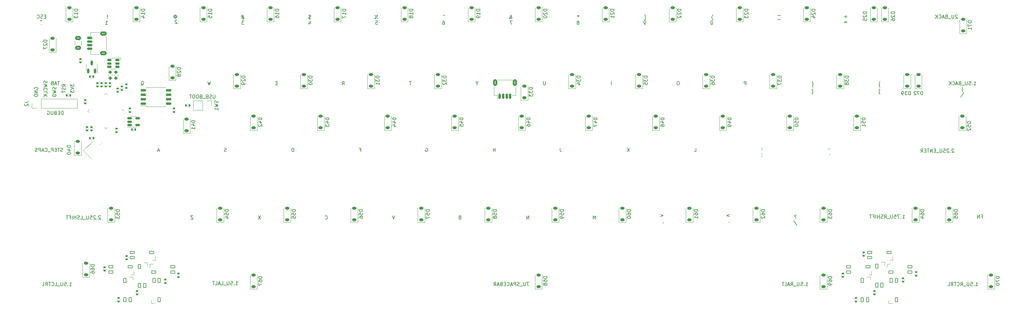
<source format=gbr>
G04 #@! TF.GenerationSoftware,KiCad,Pcbnew,(7.0.0-0)*
G04 #@! TF.CreationDate,2023-05-06T23:39:38-07:00*
G04 #@! TF.ProjectId,popstar,706f7073-7461-4722-9e6b-696361645f70,rev?*
G04 #@! TF.SameCoordinates,Original*
G04 #@! TF.FileFunction,Legend,Bot*
G04 #@! TF.FilePolarity,Positive*
%FSLAX46Y46*%
G04 Gerber Fmt 4.6, Leading zero omitted, Abs format (unit mm)*
G04 Created by KiCad (PCBNEW (7.0.0-0)) date 2023-05-06 23:39:38*
%MOMM*%
%LPD*%
G01*
G04 APERTURE LIST*
G04 Aperture macros list*
%AMRoundRect*
0 Rectangle with rounded corners*
0 $1 Rounding radius*
0 $2 $3 $4 $5 $6 $7 $8 $9 X,Y pos of 4 corners*
0 Add a 4 corners polygon primitive as box body*
4,1,4,$2,$3,$4,$5,$6,$7,$8,$9,$2,$3,0*
0 Add four circle primitives for the rounded corners*
1,1,$1+$1,$2,$3*
1,1,$1+$1,$4,$5*
1,1,$1+$1,$6,$7*
1,1,$1+$1,$8,$9*
0 Add four rect primitives between the rounded corners*
20,1,$1+$1,$2,$3,$4,$5,0*
20,1,$1+$1,$4,$5,$6,$7,0*
20,1,$1+$1,$6,$7,$8,$9,0*
20,1,$1+$1,$8,$9,$2,$3,0*%
%AMRotRect*
0 Rectangle, with rotation*
0 The origin of the aperture is its center*
0 $1 length*
0 $2 width*
0 $3 Rotation angle, in degrees counterclockwise*
0 Add horizontal line*
21,1,$1,$2,0,0,$3*%
%AMFreePoly0*
4,1,18,-0.410000,0.593000,-0.403758,0.624380,-0.385983,0.650983,-0.359380,0.668758,-0.328000,0.675000,0.328000,0.675000,0.359380,0.668758,0.385983,0.650983,0.403758,0.624380,0.410000,0.593000,0.410000,-0.593000,0.403758,-0.624380,0.385983,-0.650983,0.359380,-0.668758,0.328000,-0.675000,0.000000,-0.675000,-0.410000,-0.265000,-0.410000,0.593000,-0.410000,0.593000,$1*%
G04 Aperture macros list end*
%ADD10C,0.150000*%
%ADD11C,0.120000*%
%ADD12C,4.000000*%
%ADD13C,3.987800*%
%ADD14C,1.750000*%
%ADD15C,2.300000*%
%ADD16C,3.048000*%
%ADD17RoundRect,0.140000X0.170000X-0.140000X0.170000X0.140000X-0.170000X0.140000X-0.170000X-0.140000X0*%
%ADD18RoundRect,0.140000X0.219203X0.021213X0.021213X0.219203X-0.219203X-0.021213X-0.021213X-0.219203X0*%
%ADD19R,1.700000X1.700000*%
%ADD20O,1.700000X1.700000*%
%ADD21RoundRect,0.225000X0.375000X-0.225000X0.375000X0.225000X-0.375000X0.225000X-0.375000X-0.225000X0*%
%ADD22RoundRect,0.150000X-0.650000X-0.150000X0.650000X-0.150000X0.650000X0.150000X-0.650000X0.150000X0*%
%ADD23RoundRect,0.200000X-0.275000X0.200000X-0.275000X-0.200000X0.275000X-0.200000X0.275000X0.200000X0*%
%ADD24RoundRect,0.150000X-0.150000X-0.625000X0.150000X-0.625000X0.150000X0.625000X-0.150000X0.625000X0*%
%ADD25RoundRect,0.250000X-0.350000X-0.650000X0.350000X-0.650000X0.350000X0.650000X-0.350000X0.650000X0*%
%ADD26RoundRect,0.140000X-0.170000X0.140000X-0.170000X-0.140000X0.170000X-0.140000X0.170000X0.140000X0*%
%ADD27RoundRect,0.050000X0.309359X-0.238649X-0.238649X0.309359X-0.309359X0.238649X0.238649X-0.309359X0*%
%ADD28RoundRect,0.050000X0.309359X0.238649X0.238649X0.309359X-0.309359X-0.238649X-0.238649X-0.309359X0*%
%ADD29RoundRect,0.144000X2.059095X0.000000X0.000000X2.059095X-2.059095X0.000000X0.000000X-2.059095X0*%
%ADD30RoundRect,0.150000X0.150000X-0.512500X0.150000X0.512500X-0.150000X0.512500X-0.150000X-0.512500X0*%
%ADD31RoundRect,0.082000X0.593000X-0.328000X0.593000X0.328000X-0.593000X0.328000X-0.593000X-0.328000X0*%
%ADD32FreePoly0,90.000000*%
%ADD33RoundRect,0.250000X-0.625000X0.375000X-0.625000X-0.375000X0.625000X-0.375000X0.625000X0.375000X0*%
%ADD34RoundRect,0.135000X-0.135000X-0.185000X0.135000X-0.185000X0.135000X0.185000X-0.135000X0.185000X0*%
%ADD35RoundRect,0.150000X-0.625000X0.150000X-0.625000X-0.150000X0.625000X-0.150000X0.625000X0.150000X0*%
%ADD36RoundRect,0.250000X-0.650000X0.350000X-0.650000X-0.350000X0.650000X-0.350000X0.650000X0.350000X0*%
%ADD37RoundRect,0.082000X-0.328000X-0.593000X0.328000X-0.593000X0.328000X0.593000X-0.328000X0.593000X0*%
%ADD38FreePoly0,0.000000*%
%ADD39RoundRect,0.082000X-0.593000X0.328000X-0.593000X-0.328000X0.593000X-0.328000X0.593000X0.328000X0*%
%ADD40FreePoly0,270.000000*%
%ADD41RoundRect,0.140000X-0.140000X-0.170000X0.140000X-0.170000X0.140000X0.170000X-0.140000X0.170000X0*%
%ADD42RoundRect,0.082000X0.328000X0.593000X-0.328000X0.593000X-0.328000X-0.593000X0.328000X-0.593000X0*%
%ADD43FreePoly0,180.000000*%
%ADD44RotRect,1.400000X1.200000X45.000000*%
%ADD45RoundRect,0.140000X0.140000X0.170000X-0.140000X0.170000X-0.140000X-0.170000X0.140000X-0.170000X0*%
%ADD46RoundRect,0.140000X-0.219203X-0.021213X-0.021213X-0.219203X0.219203X0.021213X0.021213X0.219203X0*%
%ADD47RoundRect,0.135000X0.135000X0.185000X-0.135000X0.185000X-0.135000X-0.185000X0.135000X-0.185000X0*%
%ADD48RoundRect,0.150000X0.475000X0.150000X-0.475000X0.150000X-0.475000X-0.150000X0.475000X-0.150000X0*%
%ADD49RoundRect,0.150000X-0.512500X-0.150000X0.512500X-0.150000X0.512500X0.150000X-0.512500X0.150000X0*%
G04 APERTURE END LIST*
D10*
X121940476Y-102187142D02*
X121988095Y-102234761D01*
X121988095Y-102234761D02*
X122130952Y-102282380D01*
X122130952Y-102282380D02*
X122226190Y-102282380D01*
X122226190Y-102282380D02*
X122369047Y-102234761D01*
X122369047Y-102234761D02*
X122464285Y-102139523D01*
X122464285Y-102139523D02*
X122511904Y-102044285D01*
X122511904Y-102044285D02*
X122559523Y-101853809D01*
X122559523Y-101853809D02*
X122559523Y-101710952D01*
X122559523Y-101710952D02*
X122511904Y-101520476D01*
X122511904Y-101520476D02*
X122464285Y-101425238D01*
X122464285Y-101425238D02*
X122369047Y-101330000D01*
X122369047Y-101330000D02*
X122226190Y-101282380D01*
X122226190Y-101282380D02*
X122130952Y-101282380D01*
X122130952Y-101282380D02*
X121988095Y-101330000D01*
X121988095Y-101330000D02*
X121940476Y-101377619D01*
X117809523Y-45114761D02*
X117666666Y-45162380D01*
X117666666Y-45162380D02*
X117428571Y-45162380D01*
X117428571Y-45162380D02*
X117333333Y-45114761D01*
X117333333Y-45114761D02*
X117285714Y-45067142D01*
X117285714Y-45067142D02*
X117238095Y-44971904D01*
X117238095Y-44971904D02*
X117238095Y-44876666D01*
X117238095Y-44876666D02*
X117285714Y-44781428D01*
X117285714Y-44781428D02*
X117333333Y-44733809D01*
X117333333Y-44733809D02*
X117428571Y-44686190D01*
X117428571Y-44686190D02*
X117619047Y-44638571D01*
X117619047Y-44638571D02*
X117714285Y-44590952D01*
X117714285Y-44590952D02*
X117761904Y-44543333D01*
X117761904Y-44543333D02*
X117809523Y-44448095D01*
X117809523Y-44448095D02*
X117809523Y-44352857D01*
X117809523Y-44352857D02*
X117761904Y-44257619D01*
X117761904Y-44257619D02*
X117714285Y-44210000D01*
X117714285Y-44210000D02*
X117619047Y-44162380D01*
X117619047Y-44162380D02*
X117380952Y-44162380D01*
X117380952Y-44162380D02*
X117238095Y-44210000D01*
X117523809Y-44019523D02*
X117523809Y-45305238D01*
X117333333Y-46115714D02*
X117333333Y-46782380D01*
X117571428Y-45734761D02*
X117809523Y-46449047D01*
X117809523Y-46449047D02*
X117190476Y-46449047D01*
X170261904Y-83032380D02*
X170261904Y-82032380D01*
X170261904Y-82508571D02*
X169690476Y-82508571D01*
X169690476Y-83032380D02*
X169690476Y-82032380D01*
X46404761Y-63032380D02*
X45833333Y-63032380D01*
X46119047Y-64032380D02*
X46119047Y-63032380D01*
X45547618Y-63746666D02*
X45071428Y-63746666D01*
X45642856Y-64032380D02*
X45309523Y-63032380D01*
X45309523Y-63032380D02*
X44976190Y-64032380D01*
X44309523Y-63508571D02*
X44166666Y-63556190D01*
X44166666Y-63556190D02*
X44119047Y-63603809D01*
X44119047Y-63603809D02*
X44071428Y-63699047D01*
X44071428Y-63699047D02*
X44071428Y-63841904D01*
X44071428Y-63841904D02*
X44119047Y-63937142D01*
X44119047Y-63937142D02*
X44166666Y-63984761D01*
X44166666Y-63984761D02*
X44261904Y-64032380D01*
X44261904Y-64032380D02*
X44642856Y-64032380D01*
X44642856Y-64032380D02*
X44642856Y-63032380D01*
X44642856Y-63032380D02*
X44309523Y-63032380D01*
X44309523Y-63032380D02*
X44214285Y-63080000D01*
X44214285Y-63080000D02*
X44166666Y-63127619D01*
X44166666Y-63127619D02*
X44119047Y-63222857D01*
X44119047Y-63222857D02*
X44119047Y-63318095D01*
X44119047Y-63318095D02*
X44166666Y-63413333D01*
X44166666Y-63413333D02*
X44214285Y-63460952D01*
X44214285Y-63460952D02*
X44309523Y-63508571D01*
X44309523Y-63508571D02*
X44642856Y-63508571D01*
X179857142Y-120282380D02*
X179190476Y-120282380D01*
X179190476Y-120282380D02*
X179619047Y-121282380D01*
X178809523Y-120282380D02*
X178809523Y-121091904D01*
X178809523Y-121091904D02*
X178761904Y-121187142D01*
X178761904Y-121187142D02*
X178714285Y-121234761D01*
X178714285Y-121234761D02*
X178619047Y-121282380D01*
X178619047Y-121282380D02*
X178428571Y-121282380D01*
X178428571Y-121282380D02*
X178333333Y-121234761D01*
X178333333Y-121234761D02*
X178285714Y-121187142D01*
X178285714Y-121187142D02*
X178238095Y-121091904D01*
X178238095Y-121091904D02*
X178238095Y-120282380D01*
X178000000Y-121377619D02*
X177238095Y-121377619D01*
X177047618Y-121234761D02*
X176904761Y-121282380D01*
X176904761Y-121282380D02*
X176666666Y-121282380D01*
X176666666Y-121282380D02*
X176571428Y-121234761D01*
X176571428Y-121234761D02*
X176523809Y-121187142D01*
X176523809Y-121187142D02*
X176476190Y-121091904D01*
X176476190Y-121091904D02*
X176476190Y-120996666D01*
X176476190Y-120996666D02*
X176523809Y-120901428D01*
X176523809Y-120901428D02*
X176571428Y-120853809D01*
X176571428Y-120853809D02*
X176666666Y-120806190D01*
X176666666Y-120806190D02*
X176857142Y-120758571D01*
X176857142Y-120758571D02*
X176952380Y-120710952D01*
X176952380Y-120710952D02*
X176999999Y-120663333D01*
X176999999Y-120663333D02*
X177047618Y-120568095D01*
X177047618Y-120568095D02*
X177047618Y-120472857D01*
X177047618Y-120472857D02*
X176999999Y-120377619D01*
X176999999Y-120377619D02*
X176952380Y-120330000D01*
X176952380Y-120330000D02*
X176857142Y-120282380D01*
X176857142Y-120282380D02*
X176619047Y-120282380D01*
X176619047Y-120282380D02*
X176476190Y-120330000D01*
X176047618Y-121282380D02*
X176047618Y-120282380D01*
X176047618Y-120282380D02*
X175666666Y-120282380D01*
X175666666Y-120282380D02*
X175571428Y-120330000D01*
X175571428Y-120330000D02*
X175523809Y-120377619D01*
X175523809Y-120377619D02*
X175476190Y-120472857D01*
X175476190Y-120472857D02*
X175476190Y-120615714D01*
X175476190Y-120615714D02*
X175523809Y-120710952D01*
X175523809Y-120710952D02*
X175571428Y-120758571D01*
X175571428Y-120758571D02*
X175666666Y-120806190D01*
X175666666Y-120806190D02*
X176047618Y-120806190D01*
X175095237Y-120996666D02*
X174619047Y-120996666D01*
X175190475Y-121282380D02*
X174857142Y-120282380D01*
X174857142Y-120282380D02*
X174523809Y-121282380D01*
X173619047Y-121187142D02*
X173666666Y-121234761D01*
X173666666Y-121234761D02*
X173809523Y-121282380D01*
X173809523Y-121282380D02*
X173904761Y-121282380D01*
X173904761Y-121282380D02*
X174047618Y-121234761D01*
X174047618Y-121234761D02*
X174142856Y-121139523D01*
X174142856Y-121139523D02*
X174190475Y-121044285D01*
X174190475Y-121044285D02*
X174238094Y-120853809D01*
X174238094Y-120853809D02*
X174238094Y-120710952D01*
X174238094Y-120710952D02*
X174190475Y-120520476D01*
X174190475Y-120520476D02*
X174142856Y-120425238D01*
X174142856Y-120425238D02*
X174047618Y-120330000D01*
X174047618Y-120330000D02*
X173904761Y-120282380D01*
X173904761Y-120282380D02*
X173809523Y-120282380D01*
X173809523Y-120282380D02*
X173666666Y-120330000D01*
X173666666Y-120330000D02*
X173619047Y-120377619D01*
X173190475Y-120758571D02*
X172857142Y-120758571D01*
X172714285Y-121282380D02*
X173190475Y-121282380D01*
X173190475Y-121282380D02*
X173190475Y-120282380D01*
X173190475Y-120282380D02*
X172714285Y-120282380D01*
X171952380Y-120758571D02*
X171809523Y-120806190D01*
X171809523Y-120806190D02*
X171761904Y-120853809D01*
X171761904Y-120853809D02*
X171714285Y-120949047D01*
X171714285Y-120949047D02*
X171714285Y-121091904D01*
X171714285Y-121091904D02*
X171761904Y-121187142D01*
X171761904Y-121187142D02*
X171809523Y-121234761D01*
X171809523Y-121234761D02*
X171904761Y-121282380D01*
X171904761Y-121282380D02*
X172285713Y-121282380D01*
X172285713Y-121282380D02*
X172285713Y-120282380D01*
X172285713Y-120282380D02*
X171952380Y-120282380D01*
X171952380Y-120282380D02*
X171857142Y-120330000D01*
X171857142Y-120330000D02*
X171809523Y-120377619D01*
X171809523Y-120377619D02*
X171761904Y-120472857D01*
X171761904Y-120472857D02*
X171761904Y-120568095D01*
X171761904Y-120568095D02*
X171809523Y-120663333D01*
X171809523Y-120663333D02*
X171857142Y-120710952D01*
X171857142Y-120710952D02*
X171952380Y-120758571D01*
X171952380Y-120758571D02*
X172285713Y-120758571D01*
X171333332Y-120996666D02*
X170857142Y-120996666D01*
X171428570Y-121282380D02*
X171095237Y-120282380D01*
X171095237Y-120282380D02*
X170761904Y-121282380D01*
X169857142Y-121282380D02*
X170190475Y-120806190D01*
X170428570Y-121282380D02*
X170428570Y-120282380D01*
X170428570Y-120282380D02*
X170047618Y-120282380D01*
X170047618Y-120282380D02*
X169952380Y-120330000D01*
X169952380Y-120330000D02*
X169904761Y-120377619D01*
X169904761Y-120377619D02*
X169857142Y-120472857D01*
X169857142Y-120472857D02*
X169857142Y-120615714D01*
X169857142Y-120615714D02*
X169904761Y-120710952D01*
X169904761Y-120710952D02*
X169952380Y-120758571D01*
X169952380Y-120758571D02*
X170047618Y-120806190D01*
X170047618Y-120806190D02*
X170428570Y-120806190D01*
X179761904Y-102282380D02*
X179761904Y-101282380D01*
X179761904Y-101282380D02*
X179190476Y-102282380D01*
X179190476Y-102282380D02*
X179190476Y-101282380D01*
X193869047Y-44162380D02*
X193869047Y-44400476D01*
X194107142Y-44305238D02*
X193869047Y-44400476D01*
X193869047Y-44400476D02*
X193630952Y-44305238D01*
X194011904Y-44590952D02*
X193869047Y-44400476D01*
X193869047Y-44400476D02*
X193726190Y-44590952D01*
X193869047Y-46210952D02*
X193964285Y-46163333D01*
X193964285Y-46163333D02*
X194011904Y-46115714D01*
X194011904Y-46115714D02*
X194059523Y-46020476D01*
X194059523Y-46020476D02*
X194059523Y-45972857D01*
X194059523Y-45972857D02*
X194011904Y-45877619D01*
X194011904Y-45877619D02*
X193964285Y-45830000D01*
X193964285Y-45830000D02*
X193869047Y-45782380D01*
X193869047Y-45782380D02*
X193678571Y-45782380D01*
X193678571Y-45782380D02*
X193583333Y-45830000D01*
X193583333Y-45830000D02*
X193535714Y-45877619D01*
X193535714Y-45877619D02*
X193488095Y-45972857D01*
X193488095Y-45972857D02*
X193488095Y-46020476D01*
X193488095Y-46020476D02*
X193535714Y-46115714D01*
X193535714Y-46115714D02*
X193583333Y-46163333D01*
X193583333Y-46163333D02*
X193678571Y-46210952D01*
X193678571Y-46210952D02*
X193869047Y-46210952D01*
X193869047Y-46210952D02*
X193964285Y-46258571D01*
X193964285Y-46258571D02*
X194011904Y-46306190D01*
X194011904Y-46306190D02*
X194059523Y-46401428D01*
X194059523Y-46401428D02*
X194059523Y-46591904D01*
X194059523Y-46591904D02*
X194011904Y-46687142D01*
X194011904Y-46687142D02*
X193964285Y-46734761D01*
X193964285Y-46734761D02*
X193869047Y-46782380D01*
X193869047Y-46782380D02*
X193678571Y-46782380D01*
X193678571Y-46782380D02*
X193583333Y-46734761D01*
X193583333Y-46734761D02*
X193535714Y-46687142D01*
X193535714Y-46687142D02*
X193488095Y-46591904D01*
X193488095Y-46591904D02*
X193488095Y-46401428D01*
X193488095Y-46401428D02*
X193535714Y-46306190D01*
X193535714Y-46306190D02*
X193583333Y-46258571D01*
X193583333Y-46258571D02*
X193678571Y-46210952D01*
X222321428Y-63032380D02*
X222130952Y-63032380D01*
X222130952Y-63032380D02*
X222035714Y-63080000D01*
X222035714Y-63080000D02*
X221940476Y-63175238D01*
X221940476Y-63175238D02*
X221892857Y-63365714D01*
X221892857Y-63365714D02*
X221892857Y-63699047D01*
X221892857Y-63699047D02*
X221940476Y-63889523D01*
X221940476Y-63889523D02*
X222035714Y-63984761D01*
X222035714Y-63984761D02*
X222130952Y-64032380D01*
X222130952Y-64032380D02*
X222321428Y-64032380D01*
X222321428Y-64032380D02*
X222416666Y-63984761D01*
X222416666Y-63984761D02*
X222511904Y-63889523D01*
X222511904Y-63889523D02*
X222559523Y-63699047D01*
X222559523Y-63699047D02*
X222559523Y-63365714D01*
X222559523Y-63365714D02*
X222511904Y-63175238D01*
X222511904Y-63175238D02*
X222416666Y-63080000D01*
X222416666Y-63080000D02*
X222321428Y-63032380D01*
X69595238Y-64127619D02*
X69690476Y-64080000D01*
X69690476Y-64080000D02*
X69785714Y-63984761D01*
X69785714Y-63984761D02*
X69928571Y-63841904D01*
X69928571Y-63841904D02*
X70023809Y-63794285D01*
X70023809Y-63794285D02*
X70119047Y-63794285D01*
X70071428Y-64032380D02*
X70166666Y-63984761D01*
X70166666Y-63984761D02*
X70261904Y-63889523D01*
X70261904Y-63889523D02*
X70309523Y-63699047D01*
X70309523Y-63699047D02*
X70309523Y-63365714D01*
X70309523Y-63365714D02*
X70261904Y-63175238D01*
X70261904Y-63175238D02*
X70166666Y-63080000D01*
X70166666Y-63080000D02*
X70071428Y-63032380D01*
X70071428Y-63032380D02*
X69880952Y-63032380D01*
X69880952Y-63032380D02*
X69785714Y-63080000D01*
X69785714Y-63080000D02*
X69690476Y-63175238D01*
X69690476Y-63175238D02*
X69642857Y-63365714D01*
X69642857Y-63365714D02*
X69642857Y-63699047D01*
X69642857Y-63699047D02*
X69690476Y-63889523D01*
X69690476Y-63889523D02*
X69785714Y-63984761D01*
X69785714Y-63984761D02*
X69880952Y-64032380D01*
X69880952Y-64032380D02*
X70071428Y-64032380D01*
X160178571Y-101758571D02*
X160035714Y-101806190D01*
X160035714Y-101806190D02*
X159988095Y-101853809D01*
X159988095Y-101853809D02*
X159940476Y-101949047D01*
X159940476Y-101949047D02*
X159940476Y-102091904D01*
X159940476Y-102091904D02*
X159988095Y-102187142D01*
X159988095Y-102187142D02*
X160035714Y-102234761D01*
X160035714Y-102234761D02*
X160130952Y-102282380D01*
X160130952Y-102282380D02*
X160511904Y-102282380D01*
X160511904Y-102282380D02*
X160511904Y-101282380D01*
X160511904Y-101282380D02*
X160178571Y-101282380D01*
X160178571Y-101282380D02*
X160083333Y-101330000D01*
X160083333Y-101330000D02*
X160035714Y-101377619D01*
X160035714Y-101377619D02*
X159988095Y-101472857D01*
X159988095Y-101472857D02*
X159988095Y-101568095D01*
X159988095Y-101568095D02*
X160035714Y-101663333D01*
X160035714Y-101663333D02*
X160083333Y-101710952D01*
X160083333Y-101710952D02*
X160178571Y-101758571D01*
X160178571Y-101758571D02*
X160511904Y-101758571D01*
X131678571Y-82508571D02*
X132011904Y-82508571D01*
X132011904Y-83032380D02*
X132011904Y-82032380D01*
X132011904Y-82032380D02*
X131535714Y-82032380D01*
X188726190Y-82032380D02*
X188726190Y-82746666D01*
X188726190Y-82746666D02*
X188773809Y-82889523D01*
X188773809Y-82889523D02*
X188869047Y-82984761D01*
X188869047Y-82984761D02*
X189011904Y-83032380D01*
X189011904Y-83032380D02*
X189107142Y-83032380D01*
X241511904Y-64032380D02*
X241511904Y-63032380D01*
X241511904Y-63032380D02*
X241130952Y-63032380D01*
X241130952Y-63032380D02*
X241035714Y-63080000D01*
X241035714Y-63080000D02*
X240988095Y-63127619D01*
X240988095Y-63127619D02*
X240940476Y-63222857D01*
X240940476Y-63222857D02*
X240940476Y-63365714D01*
X240940476Y-63365714D02*
X240988095Y-63460952D01*
X240988095Y-63460952D02*
X241035714Y-63508571D01*
X241035714Y-63508571D02*
X241130952Y-63556190D01*
X241130952Y-63556190D02*
X241511904Y-63556190D01*
X260309523Y-64663333D02*
X260357142Y-64663333D01*
X260357142Y-64663333D02*
X260452380Y-64615714D01*
X260452380Y-64615714D02*
X260499999Y-64520476D01*
X260499999Y-64520476D02*
X260499999Y-64044285D01*
X260499999Y-64044285D02*
X260547618Y-63949047D01*
X260547618Y-63949047D02*
X260642856Y-63901428D01*
X260642856Y-63901428D02*
X260547618Y-63853809D01*
X260547618Y-63853809D02*
X260499999Y-63758571D01*
X260499999Y-63758571D02*
X260499999Y-63282380D01*
X260499999Y-63282380D02*
X260452380Y-63187142D01*
X260452380Y-63187142D02*
X260357142Y-63139523D01*
X260357142Y-63139523D02*
X260309523Y-63139523D01*
X306261904Y-64042380D02*
X306833332Y-64042380D01*
X306547618Y-64042380D02*
X306547618Y-63042380D01*
X306547618Y-63042380D02*
X306642856Y-63185238D01*
X306642856Y-63185238D02*
X306738094Y-63280476D01*
X306738094Y-63280476D02*
X306833332Y-63328095D01*
X305833332Y-63947142D02*
X305785713Y-63994761D01*
X305785713Y-63994761D02*
X305833332Y-64042380D01*
X305833332Y-64042380D02*
X305880951Y-63994761D01*
X305880951Y-63994761D02*
X305833332Y-63947142D01*
X305833332Y-63947142D02*
X305833332Y-64042380D01*
X304880952Y-63042380D02*
X305357142Y-63042380D01*
X305357142Y-63042380D02*
X305404761Y-63518571D01*
X305404761Y-63518571D02*
X305357142Y-63470952D01*
X305357142Y-63470952D02*
X305261904Y-63423333D01*
X305261904Y-63423333D02*
X305023809Y-63423333D01*
X305023809Y-63423333D02*
X304928571Y-63470952D01*
X304928571Y-63470952D02*
X304880952Y-63518571D01*
X304880952Y-63518571D02*
X304833333Y-63613809D01*
X304833333Y-63613809D02*
X304833333Y-63851904D01*
X304833333Y-63851904D02*
X304880952Y-63947142D01*
X304880952Y-63947142D02*
X304928571Y-63994761D01*
X304928571Y-63994761D02*
X305023809Y-64042380D01*
X305023809Y-64042380D02*
X305261904Y-64042380D01*
X305261904Y-64042380D02*
X305357142Y-63994761D01*
X305357142Y-63994761D02*
X305404761Y-63947142D01*
X304404761Y-63042380D02*
X304404761Y-63851904D01*
X304404761Y-63851904D02*
X304357142Y-63947142D01*
X304357142Y-63947142D02*
X304309523Y-63994761D01*
X304309523Y-63994761D02*
X304214285Y-64042380D01*
X304214285Y-64042380D02*
X304023809Y-64042380D01*
X304023809Y-64042380D02*
X303928571Y-63994761D01*
X303928571Y-63994761D02*
X303880952Y-63947142D01*
X303880952Y-63947142D02*
X303833333Y-63851904D01*
X303833333Y-63851904D02*
X303833333Y-63042380D01*
X303595238Y-64137619D02*
X302833333Y-64137619D01*
X302261904Y-63518571D02*
X302119047Y-63566190D01*
X302119047Y-63566190D02*
X302071428Y-63613809D01*
X302071428Y-63613809D02*
X302023809Y-63709047D01*
X302023809Y-63709047D02*
X302023809Y-63851904D01*
X302023809Y-63851904D02*
X302071428Y-63947142D01*
X302071428Y-63947142D02*
X302119047Y-63994761D01*
X302119047Y-63994761D02*
X302214285Y-64042380D01*
X302214285Y-64042380D02*
X302595237Y-64042380D01*
X302595237Y-64042380D02*
X302595237Y-63042380D01*
X302595237Y-63042380D02*
X302261904Y-63042380D01*
X302261904Y-63042380D02*
X302166666Y-63090000D01*
X302166666Y-63090000D02*
X302119047Y-63137619D01*
X302119047Y-63137619D02*
X302071428Y-63232857D01*
X302071428Y-63232857D02*
X302071428Y-63328095D01*
X302071428Y-63328095D02*
X302119047Y-63423333D01*
X302119047Y-63423333D02*
X302166666Y-63470952D01*
X302166666Y-63470952D02*
X302261904Y-63518571D01*
X302261904Y-63518571D02*
X302595237Y-63518571D01*
X301642856Y-63756666D02*
X301166666Y-63756666D01*
X301738094Y-64042380D02*
X301404761Y-63042380D01*
X301404761Y-63042380D02*
X301071428Y-64042380D01*
X300166666Y-63947142D02*
X300214285Y-63994761D01*
X300214285Y-63994761D02*
X300357142Y-64042380D01*
X300357142Y-64042380D02*
X300452380Y-64042380D01*
X300452380Y-64042380D02*
X300595237Y-63994761D01*
X300595237Y-63994761D02*
X300690475Y-63899523D01*
X300690475Y-63899523D02*
X300738094Y-63804285D01*
X300738094Y-63804285D02*
X300785713Y-63613809D01*
X300785713Y-63613809D02*
X300785713Y-63470952D01*
X300785713Y-63470952D02*
X300738094Y-63280476D01*
X300738094Y-63280476D02*
X300690475Y-63185238D01*
X300690475Y-63185238D02*
X300595237Y-63090000D01*
X300595237Y-63090000D02*
X300452380Y-63042380D01*
X300452380Y-63042380D02*
X300357142Y-63042380D01*
X300357142Y-63042380D02*
X300214285Y-63090000D01*
X300214285Y-63090000D02*
X300166666Y-63137619D01*
X299738094Y-64042380D02*
X299738094Y-63042380D01*
X299166666Y-64042380D02*
X299595237Y-63470952D01*
X299166666Y-63042380D02*
X299738094Y-63613809D01*
X302999999Y-65995714D02*
X302999999Y-64567142D01*
X303428571Y-66187142D02*
X302571428Y-67472857D01*
X126690476Y-64032380D02*
X127023809Y-63556190D01*
X127261904Y-64032380D02*
X127261904Y-63032380D01*
X127261904Y-63032380D02*
X126880952Y-63032380D01*
X126880952Y-63032380D02*
X126785714Y-63080000D01*
X126785714Y-63080000D02*
X126738095Y-63127619D01*
X126738095Y-63127619D02*
X126690476Y-63222857D01*
X126690476Y-63222857D02*
X126690476Y-63365714D01*
X126690476Y-63365714D02*
X126738095Y-63460952D01*
X126738095Y-63460952D02*
X126785714Y-63508571D01*
X126785714Y-63508571D02*
X126880952Y-63556190D01*
X126880952Y-63556190D02*
X127261904Y-63556190D01*
X265309523Y-82162380D02*
X265309523Y-82352857D01*
X264928571Y-82162380D02*
X264928571Y-82352857D01*
X265214285Y-83782380D02*
X265309523Y-83972857D01*
X58059523Y-101377619D02*
X58011904Y-101330000D01*
X58011904Y-101330000D02*
X57916666Y-101282380D01*
X57916666Y-101282380D02*
X57678571Y-101282380D01*
X57678571Y-101282380D02*
X57583333Y-101330000D01*
X57583333Y-101330000D02*
X57535714Y-101377619D01*
X57535714Y-101377619D02*
X57488095Y-101472857D01*
X57488095Y-101472857D02*
X57488095Y-101568095D01*
X57488095Y-101568095D02*
X57535714Y-101710952D01*
X57535714Y-101710952D02*
X58107142Y-102282380D01*
X58107142Y-102282380D02*
X57488095Y-102282380D01*
X57059523Y-102187142D02*
X57011904Y-102234761D01*
X57011904Y-102234761D02*
X57059523Y-102282380D01*
X57059523Y-102282380D02*
X57107142Y-102234761D01*
X57107142Y-102234761D02*
X57059523Y-102187142D01*
X57059523Y-102187142D02*
X57059523Y-102282380D01*
X56630952Y-101377619D02*
X56583333Y-101330000D01*
X56583333Y-101330000D02*
X56488095Y-101282380D01*
X56488095Y-101282380D02*
X56250000Y-101282380D01*
X56250000Y-101282380D02*
X56154762Y-101330000D01*
X56154762Y-101330000D02*
X56107143Y-101377619D01*
X56107143Y-101377619D02*
X56059524Y-101472857D01*
X56059524Y-101472857D02*
X56059524Y-101568095D01*
X56059524Y-101568095D02*
X56107143Y-101710952D01*
X56107143Y-101710952D02*
X56678571Y-102282380D01*
X56678571Y-102282380D02*
X56059524Y-102282380D01*
X55154762Y-101282380D02*
X55630952Y-101282380D01*
X55630952Y-101282380D02*
X55678571Y-101758571D01*
X55678571Y-101758571D02*
X55630952Y-101710952D01*
X55630952Y-101710952D02*
X55535714Y-101663333D01*
X55535714Y-101663333D02*
X55297619Y-101663333D01*
X55297619Y-101663333D02*
X55202381Y-101710952D01*
X55202381Y-101710952D02*
X55154762Y-101758571D01*
X55154762Y-101758571D02*
X55107143Y-101853809D01*
X55107143Y-101853809D02*
X55107143Y-102091904D01*
X55107143Y-102091904D02*
X55154762Y-102187142D01*
X55154762Y-102187142D02*
X55202381Y-102234761D01*
X55202381Y-102234761D02*
X55297619Y-102282380D01*
X55297619Y-102282380D02*
X55535714Y-102282380D01*
X55535714Y-102282380D02*
X55630952Y-102234761D01*
X55630952Y-102234761D02*
X55678571Y-102187142D01*
X54678571Y-101282380D02*
X54678571Y-102091904D01*
X54678571Y-102091904D02*
X54630952Y-102187142D01*
X54630952Y-102187142D02*
X54583333Y-102234761D01*
X54583333Y-102234761D02*
X54488095Y-102282380D01*
X54488095Y-102282380D02*
X54297619Y-102282380D01*
X54297619Y-102282380D02*
X54202381Y-102234761D01*
X54202381Y-102234761D02*
X54154762Y-102187142D01*
X54154762Y-102187142D02*
X54107143Y-102091904D01*
X54107143Y-102091904D02*
X54107143Y-101282380D01*
X53869048Y-102377619D02*
X53107143Y-102377619D01*
X52392857Y-102282380D02*
X52869047Y-102282380D01*
X52869047Y-102282380D02*
X52869047Y-101282380D01*
X52107142Y-102234761D02*
X51964285Y-102282380D01*
X51964285Y-102282380D02*
X51726190Y-102282380D01*
X51726190Y-102282380D02*
X51630952Y-102234761D01*
X51630952Y-102234761D02*
X51583333Y-102187142D01*
X51583333Y-102187142D02*
X51535714Y-102091904D01*
X51535714Y-102091904D02*
X51535714Y-101996666D01*
X51535714Y-101996666D02*
X51583333Y-101901428D01*
X51583333Y-101901428D02*
X51630952Y-101853809D01*
X51630952Y-101853809D02*
X51726190Y-101806190D01*
X51726190Y-101806190D02*
X51916666Y-101758571D01*
X51916666Y-101758571D02*
X52011904Y-101710952D01*
X52011904Y-101710952D02*
X52059523Y-101663333D01*
X52059523Y-101663333D02*
X52107142Y-101568095D01*
X52107142Y-101568095D02*
X52107142Y-101472857D01*
X52107142Y-101472857D02*
X52059523Y-101377619D01*
X52059523Y-101377619D02*
X52011904Y-101330000D01*
X52011904Y-101330000D02*
X51916666Y-101282380D01*
X51916666Y-101282380D02*
X51678571Y-101282380D01*
X51678571Y-101282380D02*
X51535714Y-101330000D01*
X51107142Y-102282380D02*
X51107142Y-101282380D01*
X51107142Y-101758571D02*
X50535714Y-101758571D01*
X50535714Y-102282380D02*
X50535714Y-101282380D01*
X50059523Y-102282380D02*
X50059523Y-101282380D01*
X49250000Y-101758571D02*
X49583333Y-101758571D01*
X49583333Y-102282380D02*
X49583333Y-101282380D01*
X49583333Y-101282380D02*
X49107143Y-101282380D01*
X48869047Y-101282380D02*
X48297619Y-101282380D01*
X48583333Y-102282380D02*
X48583333Y-101282380D01*
X93809523Y-82984761D02*
X93666666Y-83032380D01*
X93666666Y-83032380D02*
X93428571Y-83032380D01*
X93428571Y-83032380D02*
X93333333Y-82984761D01*
X93333333Y-82984761D02*
X93285714Y-82937142D01*
X93285714Y-82937142D02*
X93238095Y-82841904D01*
X93238095Y-82841904D02*
X93238095Y-82746666D01*
X93238095Y-82746666D02*
X93285714Y-82651428D01*
X93285714Y-82651428D02*
X93333333Y-82603809D01*
X93333333Y-82603809D02*
X93428571Y-82556190D01*
X93428571Y-82556190D02*
X93619047Y-82508571D01*
X93619047Y-82508571D02*
X93714285Y-82460952D01*
X93714285Y-82460952D02*
X93761904Y-82413333D01*
X93761904Y-82413333D02*
X93809523Y-82318095D01*
X93809523Y-82318095D02*
X93809523Y-82222857D01*
X93809523Y-82222857D02*
X93761904Y-82127619D01*
X93761904Y-82127619D02*
X93714285Y-82080000D01*
X93714285Y-82080000D02*
X93619047Y-82032380D01*
X93619047Y-82032380D02*
X93380952Y-82032380D01*
X93380952Y-82032380D02*
X93238095Y-82080000D01*
X258488095Y-121282380D02*
X259059523Y-121282380D01*
X258773809Y-121282380D02*
X258773809Y-120282380D01*
X258773809Y-120282380D02*
X258869047Y-120425238D01*
X258869047Y-120425238D02*
X258964285Y-120520476D01*
X258964285Y-120520476D02*
X259059523Y-120568095D01*
X258059523Y-121187142D02*
X258011904Y-121234761D01*
X258011904Y-121234761D02*
X258059523Y-121282380D01*
X258059523Y-121282380D02*
X258107142Y-121234761D01*
X258107142Y-121234761D02*
X258059523Y-121187142D01*
X258059523Y-121187142D02*
X258059523Y-121282380D01*
X257107143Y-120282380D02*
X257583333Y-120282380D01*
X257583333Y-120282380D02*
X257630952Y-120758571D01*
X257630952Y-120758571D02*
X257583333Y-120710952D01*
X257583333Y-120710952D02*
X257488095Y-120663333D01*
X257488095Y-120663333D02*
X257250000Y-120663333D01*
X257250000Y-120663333D02*
X257154762Y-120710952D01*
X257154762Y-120710952D02*
X257107143Y-120758571D01*
X257107143Y-120758571D02*
X257059524Y-120853809D01*
X257059524Y-120853809D02*
X257059524Y-121091904D01*
X257059524Y-121091904D02*
X257107143Y-121187142D01*
X257107143Y-121187142D02*
X257154762Y-121234761D01*
X257154762Y-121234761D02*
X257250000Y-121282380D01*
X257250000Y-121282380D02*
X257488095Y-121282380D01*
X257488095Y-121282380D02*
X257583333Y-121234761D01*
X257583333Y-121234761D02*
X257630952Y-121187142D01*
X256630952Y-120282380D02*
X256630952Y-121091904D01*
X256630952Y-121091904D02*
X256583333Y-121187142D01*
X256583333Y-121187142D02*
X256535714Y-121234761D01*
X256535714Y-121234761D02*
X256440476Y-121282380D01*
X256440476Y-121282380D02*
X256250000Y-121282380D01*
X256250000Y-121282380D02*
X256154762Y-121234761D01*
X256154762Y-121234761D02*
X256107143Y-121187142D01*
X256107143Y-121187142D02*
X256059524Y-121091904D01*
X256059524Y-121091904D02*
X256059524Y-120282380D01*
X255821429Y-121377619D02*
X255059524Y-121377619D01*
X254250000Y-121282380D02*
X254583333Y-120806190D01*
X254821428Y-121282380D02*
X254821428Y-120282380D01*
X254821428Y-120282380D02*
X254440476Y-120282380D01*
X254440476Y-120282380D02*
X254345238Y-120330000D01*
X254345238Y-120330000D02*
X254297619Y-120377619D01*
X254297619Y-120377619D02*
X254250000Y-120472857D01*
X254250000Y-120472857D02*
X254250000Y-120615714D01*
X254250000Y-120615714D02*
X254297619Y-120710952D01*
X254297619Y-120710952D02*
X254345238Y-120758571D01*
X254345238Y-120758571D02*
X254440476Y-120806190D01*
X254440476Y-120806190D02*
X254821428Y-120806190D01*
X253869047Y-120996666D02*
X253392857Y-120996666D01*
X253964285Y-121282380D02*
X253630952Y-120282380D01*
X253630952Y-120282380D02*
X253297619Y-121282380D01*
X252488095Y-121282380D02*
X252964285Y-121282380D01*
X252964285Y-121282380D02*
X252964285Y-120282380D01*
X252297618Y-120282380D02*
X251726190Y-120282380D01*
X252011904Y-121282380D02*
X252011904Y-120282380D01*
X260226190Y-66615714D02*
X260464285Y-66615714D01*
X260464285Y-66615714D02*
X260464285Y-65187142D01*
X260464285Y-65187142D02*
X260226190Y-65187142D01*
X251380952Y-44257619D02*
X250619047Y-44257619D01*
X251380951Y-45401428D02*
X250619047Y-45401428D01*
X42511904Y-44508571D02*
X42178571Y-44508571D01*
X42035714Y-45032380D02*
X42511904Y-45032380D01*
X42511904Y-45032380D02*
X42511904Y-44032380D01*
X42511904Y-44032380D02*
X42035714Y-44032380D01*
X41654761Y-44984761D02*
X41511904Y-45032380D01*
X41511904Y-45032380D02*
X41273809Y-45032380D01*
X41273809Y-45032380D02*
X41178571Y-44984761D01*
X41178571Y-44984761D02*
X41130952Y-44937142D01*
X41130952Y-44937142D02*
X41083333Y-44841904D01*
X41083333Y-44841904D02*
X41083333Y-44746666D01*
X41083333Y-44746666D02*
X41130952Y-44651428D01*
X41130952Y-44651428D02*
X41178571Y-44603809D01*
X41178571Y-44603809D02*
X41273809Y-44556190D01*
X41273809Y-44556190D02*
X41464285Y-44508571D01*
X41464285Y-44508571D02*
X41559523Y-44460952D01*
X41559523Y-44460952D02*
X41607142Y-44413333D01*
X41607142Y-44413333D02*
X41654761Y-44318095D01*
X41654761Y-44318095D02*
X41654761Y-44222857D01*
X41654761Y-44222857D02*
X41607142Y-44127619D01*
X41607142Y-44127619D02*
X41559523Y-44080000D01*
X41559523Y-44080000D02*
X41464285Y-44032380D01*
X41464285Y-44032380D02*
X41226190Y-44032380D01*
X41226190Y-44032380D02*
X41083333Y-44080000D01*
X40083333Y-44937142D02*
X40130952Y-44984761D01*
X40130952Y-44984761D02*
X40273809Y-45032380D01*
X40273809Y-45032380D02*
X40369047Y-45032380D01*
X40369047Y-45032380D02*
X40511904Y-44984761D01*
X40511904Y-44984761D02*
X40607142Y-44889523D01*
X40607142Y-44889523D02*
X40654761Y-44794285D01*
X40654761Y-44794285D02*
X40702380Y-44603809D01*
X40702380Y-44603809D02*
X40702380Y-44460952D01*
X40702380Y-44460952D02*
X40654761Y-44270476D01*
X40654761Y-44270476D02*
X40607142Y-44175238D01*
X40607142Y-44175238D02*
X40511904Y-44080000D01*
X40511904Y-44080000D02*
X40369047Y-44032380D01*
X40369047Y-44032380D02*
X40273809Y-44032380D01*
X40273809Y-44032380D02*
X40130952Y-44080000D01*
X40130952Y-44080000D02*
X40083333Y-44127619D01*
X279607142Y-64663333D02*
X279559523Y-64663333D01*
X279559523Y-64663333D02*
X279464285Y-64615714D01*
X279464285Y-64615714D02*
X279416666Y-64520476D01*
X279416666Y-64520476D02*
X279416666Y-64044285D01*
X279416666Y-64044285D02*
X279369047Y-63949047D01*
X279369047Y-63949047D02*
X279273809Y-63901428D01*
X279273809Y-63901428D02*
X279369047Y-63853809D01*
X279369047Y-63853809D02*
X279416666Y-63758571D01*
X279416666Y-63758571D02*
X279416666Y-63282380D01*
X279416666Y-63282380D02*
X279464285Y-63187142D01*
X279464285Y-63187142D02*
X279559523Y-63139523D01*
X279559523Y-63139523D02*
X279607142Y-63139523D01*
X113011904Y-83032380D02*
X113011904Y-82032380D01*
X113011904Y-82032380D02*
X112773809Y-82032380D01*
X112773809Y-82032380D02*
X112630952Y-82080000D01*
X112630952Y-82080000D02*
X112535714Y-82175238D01*
X112535714Y-82175238D02*
X112488095Y-82270476D01*
X112488095Y-82270476D02*
X112440476Y-82460952D01*
X112440476Y-82460952D02*
X112440476Y-82603809D01*
X112440476Y-82603809D02*
X112488095Y-82794285D01*
X112488095Y-82794285D02*
X112535714Y-82889523D01*
X112535714Y-82889523D02*
X112630952Y-82984761D01*
X112630952Y-82984761D02*
X112773809Y-83032380D01*
X112773809Y-83032380D02*
X113011904Y-83032380D01*
X155904761Y-44257619D02*
X155714285Y-44114761D01*
X155714285Y-44114761D02*
X155523809Y-44257619D01*
X155333333Y-45782380D02*
X155523809Y-45782380D01*
X155523809Y-45782380D02*
X155619047Y-45830000D01*
X155619047Y-45830000D02*
X155666666Y-45877619D01*
X155666666Y-45877619D02*
X155761904Y-46020476D01*
X155761904Y-46020476D02*
X155809523Y-46210952D01*
X155809523Y-46210952D02*
X155809523Y-46591904D01*
X155809523Y-46591904D02*
X155761904Y-46687142D01*
X155761904Y-46687142D02*
X155714285Y-46734761D01*
X155714285Y-46734761D02*
X155619047Y-46782380D01*
X155619047Y-46782380D02*
X155428571Y-46782380D01*
X155428571Y-46782380D02*
X155333333Y-46734761D01*
X155333333Y-46734761D02*
X155285714Y-46687142D01*
X155285714Y-46687142D02*
X155238095Y-46591904D01*
X155238095Y-46591904D02*
X155238095Y-46353809D01*
X155238095Y-46353809D02*
X155285714Y-46258571D01*
X155285714Y-46258571D02*
X155333333Y-46210952D01*
X155333333Y-46210952D02*
X155428571Y-46163333D01*
X155428571Y-46163333D02*
X155619047Y-46163333D01*
X155619047Y-46163333D02*
X155714285Y-46210952D01*
X155714285Y-46210952D02*
X155761904Y-46258571D01*
X155761904Y-46258571D02*
X155809523Y-46353809D01*
X184511904Y-63032380D02*
X184511904Y-63841904D01*
X184511904Y-63841904D02*
X184464285Y-63937142D01*
X184464285Y-63937142D02*
X184416666Y-63984761D01*
X184416666Y-63984761D02*
X184321428Y-64032380D01*
X184321428Y-64032380D02*
X184130952Y-64032380D01*
X184130952Y-64032380D02*
X184035714Y-63984761D01*
X184035714Y-63984761D02*
X183988095Y-63937142D01*
X183988095Y-63937142D02*
X183940476Y-63841904D01*
X183940476Y-63841904D02*
X183940476Y-63032380D01*
X47309523Y-82984761D02*
X47166666Y-83032380D01*
X47166666Y-83032380D02*
X46928571Y-83032380D01*
X46928571Y-83032380D02*
X46833333Y-82984761D01*
X46833333Y-82984761D02*
X46785714Y-82937142D01*
X46785714Y-82937142D02*
X46738095Y-82841904D01*
X46738095Y-82841904D02*
X46738095Y-82746666D01*
X46738095Y-82746666D02*
X46785714Y-82651428D01*
X46785714Y-82651428D02*
X46833333Y-82603809D01*
X46833333Y-82603809D02*
X46928571Y-82556190D01*
X46928571Y-82556190D02*
X47119047Y-82508571D01*
X47119047Y-82508571D02*
X47214285Y-82460952D01*
X47214285Y-82460952D02*
X47261904Y-82413333D01*
X47261904Y-82413333D02*
X47309523Y-82318095D01*
X47309523Y-82318095D02*
X47309523Y-82222857D01*
X47309523Y-82222857D02*
X47261904Y-82127619D01*
X47261904Y-82127619D02*
X47214285Y-82080000D01*
X47214285Y-82080000D02*
X47119047Y-82032380D01*
X47119047Y-82032380D02*
X46880952Y-82032380D01*
X46880952Y-82032380D02*
X46738095Y-82080000D01*
X46452380Y-82032380D02*
X45880952Y-82032380D01*
X46166666Y-83032380D02*
X46166666Y-82032380D01*
X45547618Y-82508571D02*
X45214285Y-82508571D01*
X45071428Y-83032380D02*
X45547618Y-83032380D01*
X45547618Y-83032380D02*
X45547618Y-82032380D01*
X45547618Y-82032380D02*
X45071428Y-82032380D01*
X44642856Y-83032380D02*
X44642856Y-82032380D01*
X44642856Y-82032380D02*
X44261904Y-82032380D01*
X44261904Y-82032380D02*
X44166666Y-82080000D01*
X44166666Y-82080000D02*
X44119047Y-82127619D01*
X44119047Y-82127619D02*
X44071428Y-82222857D01*
X44071428Y-82222857D02*
X44071428Y-82365714D01*
X44071428Y-82365714D02*
X44119047Y-82460952D01*
X44119047Y-82460952D02*
X44166666Y-82508571D01*
X44166666Y-82508571D02*
X44261904Y-82556190D01*
X44261904Y-82556190D02*
X44642856Y-82556190D01*
X43880952Y-83127619D02*
X43119047Y-83127619D01*
X42309523Y-82937142D02*
X42357142Y-82984761D01*
X42357142Y-82984761D02*
X42499999Y-83032380D01*
X42499999Y-83032380D02*
X42595237Y-83032380D01*
X42595237Y-83032380D02*
X42738094Y-82984761D01*
X42738094Y-82984761D02*
X42833332Y-82889523D01*
X42833332Y-82889523D02*
X42880951Y-82794285D01*
X42880951Y-82794285D02*
X42928570Y-82603809D01*
X42928570Y-82603809D02*
X42928570Y-82460952D01*
X42928570Y-82460952D02*
X42880951Y-82270476D01*
X42880951Y-82270476D02*
X42833332Y-82175238D01*
X42833332Y-82175238D02*
X42738094Y-82080000D01*
X42738094Y-82080000D02*
X42595237Y-82032380D01*
X42595237Y-82032380D02*
X42499999Y-82032380D01*
X42499999Y-82032380D02*
X42357142Y-82080000D01*
X42357142Y-82080000D02*
X42309523Y-82127619D01*
X41928570Y-82746666D02*
X41452380Y-82746666D01*
X42023808Y-83032380D02*
X41690475Y-82032380D01*
X41690475Y-82032380D02*
X41357142Y-83032380D01*
X41023808Y-83032380D02*
X41023808Y-82032380D01*
X41023808Y-82032380D02*
X40642856Y-82032380D01*
X40642856Y-82032380D02*
X40547618Y-82080000D01*
X40547618Y-82080000D02*
X40499999Y-82127619D01*
X40499999Y-82127619D02*
X40452380Y-82222857D01*
X40452380Y-82222857D02*
X40452380Y-82365714D01*
X40452380Y-82365714D02*
X40499999Y-82460952D01*
X40499999Y-82460952D02*
X40547618Y-82508571D01*
X40547618Y-82508571D02*
X40642856Y-82556190D01*
X40642856Y-82556190D02*
X41023808Y-82556190D01*
X40071427Y-82984761D02*
X39928570Y-83032380D01*
X39928570Y-83032380D02*
X39690475Y-83032380D01*
X39690475Y-83032380D02*
X39595237Y-82984761D01*
X39595237Y-82984761D02*
X39547618Y-82937142D01*
X39547618Y-82937142D02*
X39499999Y-82841904D01*
X39499999Y-82841904D02*
X39499999Y-82746666D01*
X39499999Y-82746666D02*
X39547618Y-82651428D01*
X39547618Y-82651428D02*
X39595237Y-82603809D01*
X39595237Y-82603809D02*
X39690475Y-82556190D01*
X39690475Y-82556190D02*
X39880951Y-82508571D01*
X39880951Y-82508571D02*
X39976189Y-82460952D01*
X39976189Y-82460952D02*
X40023808Y-82413333D01*
X40023808Y-82413333D02*
X40071427Y-82318095D01*
X40071427Y-82318095D02*
X40071427Y-82222857D01*
X40071427Y-82222857D02*
X40023808Y-82127619D01*
X40023808Y-82127619D02*
X39976189Y-82080000D01*
X39976189Y-82080000D02*
X39880951Y-82032380D01*
X39880951Y-82032380D02*
X39642856Y-82032380D01*
X39642856Y-82032380D02*
X39499999Y-82080000D01*
X84357142Y-101282380D02*
X83690476Y-101282380D01*
X83690476Y-101282380D02*
X84357142Y-102282380D01*
X84357142Y-102282380D02*
X83690476Y-102282380D01*
X108261904Y-63508571D02*
X107928571Y-63508571D01*
X107785714Y-64032380D02*
X108261904Y-64032380D01*
X108261904Y-64032380D02*
X108261904Y-63032380D01*
X108261904Y-63032380D02*
X107785714Y-63032380D01*
X301559523Y-44127619D02*
X301511904Y-44080000D01*
X301511904Y-44080000D02*
X301416666Y-44032380D01*
X301416666Y-44032380D02*
X301178571Y-44032380D01*
X301178571Y-44032380D02*
X301083333Y-44080000D01*
X301083333Y-44080000D02*
X301035714Y-44127619D01*
X301035714Y-44127619D02*
X300988095Y-44222857D01*
X300988095Y-44222857D02*
X300988095Y-44318095D01*
X300988095Y-44318095D02*
X301035714Y-44460952D01*
X301035714Y-44460952D02*
X301607142Y-45032380D01*
X301607142Y-45032380D02*
X300988095Y-45032380D01*
X300559523Y-44032380D02*
X300559523Y-44841904D01*
X300559523Y-44841904D02*
X300511904Y-44937142D01*
X300511904Y-44937142D02*
X300464285Y-44984761D01*
X300464285Y-44984761D02*
X300369047Y-45032380D01*
X300369047Y-45032380D02*
X300178571Y-45032380D01*
X300178571Y-45032380D02*
X300083333Y-44984761D01*
X300083333Y-44984761D02*
X300035714Y-44937142D01*
X300035714Y-44937142D02*
X299988095Y-44841904D01*
X299988095Y-44841904D02*
X299988095Y-44032380D01*
X299750000Y-45127619D02*
X298988095Y-45127619D01*
X298416666Y-44508571D02*
X298273809Y-44556190D01*
X298273809Y-44556190D02*
X298226190Y-44603809D01*
X298226190Y-44603809D02*
X298178571Y-44699047D01*
X298178571Y-44699047D02*
X298178571Y-44841904D01*
X298178571Y-44841904D02*
X298226190Y-44937142D01*
X298226190Y-44937142D02*
X298273809Y-44984761D01*
X298273809Y-44984761D02*
X298369047Y-45032380D01*
X298369047Y-45032380D02*
X298749999Y-45032380D01*
X298749999Y-45032380D02*
X298749999Y-44032380D01*
X298749999Y-44032380D02*
X298416666Y-44032380D01*
X298416666Y-44032380D02*
X298321428Y-44080000D01*
X298321428Y-44080000D02*
X298273809Y-44127619D01*
X298273809Y-44127619D02*
X298226190Y-44222857D01*
X298226190Y-44222857D02*
X298226190Y-44318095D01*
X298226190Y-44318095D02*
X298273809Y-44413333D01*
X298273809Y-44413333D02*
X298321428Y-44460952D01*
X298321428Y-44460952D02*
X298416666Y-44508571D01*
X298416666Y-44508571D02*
X298749999Y-44508571D01*
X297797618Y-44746666D02*
X297321428Y-44746666D01*
X297892856Y-45032380D02*
X297559523Y-44032380D01*
X297559523Y-44032380D02*
X297226190Y-45032380D01*
X296321428Y-44937142D02*
X296369047Y-44984761D01*
X296369047Y-44984761D02*
X296511904Y-45032380D01*
X296511904Y-45032380D02*
X296607142Y-45032380D01*
X296607142Y-45032380D02*
X296749999Y-44984761D01*
X296749999Y-44984761D02*
X296845237Y-44889523D01*
X296845237Y-44889523D02*
X296892856Y-44794285D01*
X296892856Y-44794285D02*
X296940475Y-44603809D01*
X296940475Y-44603809D02*
X296940475Y-44460952D01*
X296940475Y-44460952D02*
X296892856Y-44270476D01*
X296892856Y-44270476D02*
X296845237Y-44175238D01*
X296845237Y-44175238D02*
X296749999Y-44080000D01*
X296749999Y-44080000D02*
X296607142Y-44032380D01*
X296607142Y-44032380D02*
X296511904Y-44032380D01*
X296511904Y-44032380D02*
X296369047Y-44080000D01*
X296369047Y-44080000D02*
X296321428Y-44127619D01*
X295892856Y-45032380D02*
X295892856Y-44032380D01*
X295321428Y-45032380D02*
X295749999Y-44460952D01*
X295321428Y-44032380D02*
X295892856Y-44603809D01*
X285988095Y-102032380D02*
X286559523Y-102032380D01*
X286273809Y-102032380D02*
X286273809Y-101032380D01*
X286273809Y-101032380D02*
X286369047Y-101175238D01*
X286369047Y-101175238D02*
X286464285Y-101270476D01*
X286464285Y-101270476D02*
X286559523Y-101318095D01*
X285559523Y-101937142D02*
X285511904Y-101984761D01*
X285511904Y-101984761D02*
X285559523Y-102032380D01*
X285559523Y-102032380D02*
X285607142Y-101984761D01*
X285607142Y-101984761D02*
X285559523Y-101937142D01*
X285559523Y-101937142D02*
X285559523Y-102032380D01*
X285178571Y-101032380D02*
X284511905Y-101032380D01*
X284511905Y-101032380D02*
X284940476Y-102032380D01*
X283654762Y-101032380D02*
X284130952Y-101032380D01*
X284130952Y-101032380D02*
X284178571Y-101508571D01*
X284178571Y-101508571D02*
X284130952Y-101460952D01*
X284130952Y-101460952D02*
X284035714Y-101413333D01*
X284035714Y-101413333D02*
X283797619Y-101413333D01*
X283797619Y-101413333D02*
X283702381Y-101460952D01*
X283702381Y-101460952D02*
X283654762Y-101508571D01*
X283654762Y-101508571D02*
X283607143Y-101603809D01*
X283607143Y-101603809D02*
X283607143Y-101841904D01*
X283607143Y-101841904D02*
X283654762Y-101937142D01*
X283654762Y-101937142D02*
X283702381Y-101984761D01*
X283702381Y-101984761D02*
X283797619Y-102032380D01*
X283797619Y-102032380D02*
X284035714Y-102032380D01*
X284035714Y-102032380D02*
X284130952Y-101984761D01*
X284130952Y-101984761D02*
X284178571Y-101937142D01*
X283178571Y-101032380D02*
X283178571Y-101841904D01*
X283178571Y-101841904D02*
X283130952Y-101937142D01*
X283130952Y-101937142D02*
X283083333Y-101984761D01*
X283083333Y-101984761D02*
X282988095Y-102032380D01*
X282988095Y-102032380D02*
X282797619Y-102032380D01*
X282797619Y-102032380D02*
X282702381Y-101984761D01*
X282702381Y-101984761D02*
X282654762Y-101937142D01*
X282654762Y-101937142D02*
X282607143Y-101841904D01*
X282607143Y-101841904D02*
X282607143Y-101032380D01*
X282369048Y-102127619D02*
X281607143Y-102127619D01*
X280797619Y-102032380D02*
X281130952Y-101556190D01*
X281369047Y-102032380D02*
X281369047Y-101032380D01*
X281369047Y-101032380D02*
X280988095Y-101032380D01*
X280988095Y-101032380D02*
X280892857Y-101080000D01*
X280892857Y-101080000D02*
X280845238Y-101127619D01*
X280845238Y-101127619D02*
X280797619Y-101222857D01*
X280797619Y-101222857D02*
X280797619Y-101365714D01*
X280797619Y-101365714D02*
X280845238Y-101460952D01*
X280845238Y-101460952D02*
X280892857Y-101508571D01*
X280892857Y-101508571D02*
X280988095Y-101556190D01*
X280988095Y-101556190D02*
X281369047Y-101556190D01*
X280416666Y-101984761D02*
X280273809Y-102032380D01*
X280273809Y-102032380D02*
X280035714Y-102032380D01*
X280035714Y-102032380D02*
X279940476Y-101984761D01*
X279940476Y-101984761D02*
X279892857Y-101937142D01*
X279892857Y-101937142D02*
X279845238Y-101841904D01*
X279845238Y-101841904D02*
X279845238Y-101746666D01*
X279845238Y-101746666D02*
X279892857Y-101651428D01*
X279892857Y-101651428D02*
X279940476Y-101603809D01*
X279940476Y-101603809D02*
X280035714Y-101556190D01*
X280035714Y-101556190D02*
X280226190Y-101508571D01*
X280226190Y-101508571D02*
X280321428Y-101460952D01*
X280321428Y-101460952D02*
X280369047Y-101413333D01*
X280369047Y-101413333D02*
X280416666Y-101318095D01*
X280416666Y-101318095D02*
X280416666Y-101222857D01*
X280416666Y-101222857D02*
X280369047Y-101127619D01*
X280369047Y-101127619D02*
X280321428Y-101080000D01*
X280321428Y-101080000D02*
X280226190Y-101032380D01*
X280226190Y-101032380D02*
X279988095Y-101032380D01*
X279988095Y-101032380D02*
X279845238Y-101080000D01*
X279416666Y-102032380D02*
X279416666Y-101032380D01*
X279416666Y-101508571D02*
X278845238Y-101508571D01*
X278845238Y-102032380D02*
X278845238Y-101032380D01*
X278369047Y-102032380D02*
X278369047Y-101032380D01*
X277559524Y-101508571D02*
X277892857Y-101508571D01*
X277892857Y-102032380D02*
X277892857Y-101032380D01*
X277892857Y-101032380D02*
X277416667Y-101032380D01*
X277178571Y-101032380D02*
X276607143Y-101032380D01*
X276892857Y-102032380D02*
X276892857Y-101032380D01*
X49238095Y-121282380D02*
X49809523Y-121282380D01*
X49523809Y-121282380D02*
X49523809Y-120282380D01*
X49523809Y-120282380D02*
X49619047Y-120425238D01*
X49619047Y-120425238D02*
X49714285Y-120520476D01*
X49714285Y-120520476D02*
X49809523Y-120568095D01*
X48809523Y-121187142D02*
X48761904Y-121234761D01*
X48761904Y-121234761D02*
X48809523Y-121282380D01*
X48809523Y-121282380D02*
X48857142Y-121234761D01*
X48857142Y-121234761D02*
X48809523Y-121187142D01*
X48809523Y-121187142D02*
X48809523Y-121282380D01*
X47857143Y-120282380D02*
X48333333Y-120282380D01*
X48333333Y-120282380D02*
X48380952Y-120758571D01*
X48380952Y-120758571D02*
X48333333Y-120710952D01*
X48333333Y-120710952D02*
X48238095Y-120663333D01*
X48238095Y-120663333D02*
X48000000Y-120663333D01*
X48000000Y-120663333D02*
X47904762Y-120710952D01*
X47904762Y-120710952D02*
X47857143Y-120758571D01*
X47857143Y-120758571D02*
X47809524Y-120853809D01*
X47809524Y-120853809D02*
X47809524Y-121091904D01*
X47809524Y-121091904D02*
X47857143Y-121187142D01*
X47857143Y-121187142D02*
X47904762Y-121234761D01*
X47904762Y-121234761D02*
X48000000Y-121282380D01*
X48000000Y-121282380D02*
X48238095Y-121282380D01*
X48238095Y-121282380D02*
X48333333Y-121234761D01*
X48333333Y-121234761D02*
X48380952Y-121187142D01*
X47380952Y-120282380D02*
X47380952Y-121091904D01*
X47380952Y-121091904D02*
X47333333Y-121187142D01*
X47333333Y-121187142D02*
X47285714Y-121234761D01*
X47285714Y-121234761D02*
X47190476Y-121282380D01*
X47190476Y-121282380D02*
X47000000Y-121282380D01*
X47000000Y-121282380D02*
X46904762Y-121234761D01*
X46904762Y-121234761D02*
X46857143Y-121187142D01*
X46857143Y-121187142D02*
X46809524Y-121091904D01*
X46809524Y-121091904D02*
X46809524Y-120282380D01*
X46571429Y-121377619D02*
X45809524Y-121377619D01*
X45095238Y-121282380D02*
X45571428Y-121282380D01*
X45571428Y-121282380D02*
X45571428Y-120282380D01*
X44190476Y-121187142D02*
X44238095Y-121234761D01*
X44238095Y-121234761D02*
X44380952Y-121282380D01*
X44380952Y-121282380D02*
X44476190Y-121282380D01*
X44476190Y-121282380D02*
X44619047Y-121234761D01*
X44619047Y-121234761D02*
X44714285Y-121139523D01*
X44714285Y-121139523D02*
X44761904Y-121044285D01*
X44761904Y-121044285D02*
X44809523Y-120853809D01*
X44809523Y-120853809D02*
X44809523Y-120710952D01*
X44809523Y-120710952D02*
X44761904Y-120520476D01*
X44761904Y-120520476D02*
X44714285Y-120425238D01*
X44714285Y-120425238D02*
X44619047Y-120330000D01*
X44619047Y-120330000D02*
X44476190Y-120282380D01*
X44476190Y-120282380D02*
X44380952Y-120282380D01*
X44380952Y-120282380D02*
X44238095Y-120330000D01*
X44238095Y-120330000D02*
X44190476Y-120377619D01*
X43904761Y-120282380D02*
X43333333Y-120282380D01*
X43619047Y-121282380D02*
X43619047Y-120282380D01*
X42428571Y-121282380D02*
X42761904Y-120806190D01*
X42999999Y-121282380D02*
X42999999Y-120282380D01*
X42999999Y-120282380D02*
X42619047Y-120282380D01*
X42619047Y-120282380D02*
X42523809Y-120330000D01*
X42523809Y-120330000D02*
X42476190Y-120377619D01*
X42476190Y-120377619D02*
X42428571Y-120472857D01*
X42428571Y-120472857D02*
X42428571Y-120615714D01*
X42428571Y-120615714D02*
X42476190Y-120710952D01*
X42476190Y-120710952D02*
X42523809Y-120758571D01*
X42523809Y-120758571D02*
X42619047Y-120806190D01*
X42619047Y-120806190D02*
X42999999Y-120806190D01*
X41523809Y-121282380D02*
X41999999Y-121282380D01*
X41999999Y-121282380D02*
X41999999Y-120282380D01*
X74809523Y-82746666D02*
X74333333Y-82746666D01*
X74904761Y-83032380D02*
X74571428Y-82032380D01*
X74571428Y-82032380D02*
X74238095Y-83032380D01*
X208261904Y-83032380D02*
X208261904Y-82032380D01*
X207690476Y-83032380D02*
X208119047Y-82460952D01*
X207690476Y-82032380D02*
X208261904Y-82603809D01*
X236761904Y-100995714D02*
X236000000Y-101281428D01*
X236000000Y-101281428D02*
X236761904Y-101567142D01*
X236761904Y-103187142D02*
X236714285Y-103234761D01*
X236714285Y-103234761D02*
X236761904Y-103282380D01*
X236761904Y-103282380D02*
X236809523Y-103234761D01*
X236809523Y-103234761D02*
X236761904Y-103187142D01*
X236761904Y-103187142D02*
X236761904Y-103282380D01*
X279607142Y-66615714D02*
X279369047Y-66615714D01*
X279369047Y-66615714D02*
X279369047Y-65187142D01*
X279369047Y-65187142D02*
X279607142Y-65187142D01*
X89357142Y-63032380D02*
X89119047Y-64032380D01*
X89119047Y-64032380D02*
X88928571Y-63318095D01*
X88928571Y-63318095D02*
X88738095Y-64032380D01*
X88738095Y-64032380D02*
X88500000Y-63032380D01*
X300559523Y-82377619D02*
X300511904Y-82330000D01*
X300511904Y-82330000D02*
X300416666Y-82282380D01*
X300416666Y-82282380D02*
X300178571Y-82282380D01*
X300178571Y-82282380D02*
X300083333Y-82330000D01*
X300083333Y-82330000D02*
X300035714Y-82377619D01*
X300035714Y-82377619D02*
X299988095Y-82472857D01*
X299988095Y-82472857D02*
X299988095Y-82568095D01*
X299988095Y-82568095D02*
X300035714Y-82710952D01*
X300035714Y-82710952D02*
X300607142Y-83282380D01*
X300607142Y-83282380D02*
X299988095Y-83282380D01*
X299559523Y-83187142D02*
X299511904Y-83234761D01*
X299511904Y-83234761D02*
X299559523Y-83282380D01*
X299559523Y-83282380D02*
X299607142Y-83234761D01*
X299607142Y-83234761D02*
X299559523Y-83187142D01*
X299559523Y-83187142D02*
X299559523Y-83282380D01*
X299130952Y-82377619D02*
X299083333Y-82330000D01*
X299083333Y-82330000D02*
X298988095Y-82282380D01*
X298988095Y-82282380D02*
X298750000Y-82282380D01*
X298750000Y-82282380D02*
X298654762Y-82330000D01*
X298654762Y-82330000D02*
X298607143Y-82377619D01*
X298607143Y-82377619D02*
X298559524Y-82472857D01*
X298559524Y-82472857D02*
X298559524Y-82568095D01*
X298559524Y-82568095D02*
X298607143Y-82710952D01*
X298607143Y-82710952D02*
X299178571Y-83282380D01*
X299178571Y-83282380D02*
X298559524Y-83282380D01*
X297654762Y-82282380D02*
X298130952Y-82282380D01*
X298130952Y-82282380D02*
X298178571Y-82758571D01*
X298178571Y-82758571D02*
X298130952Y-82710952D01*
X298130952Y-82710952D02*
X298035714Y-82663333D01*
X298035714Y-82663333D02*
X297797619Y-82663333D01*
X297797619Y-82663333D02*
X297702381Y-82710952D01*
X297702381Y-82710952D02*
X297654762Y-82758571D01*
X297654762Y-82758571D02*
X297607143Y-82853809D01*
X297607143Y-82853809D02*
X297607143Y-83091904D01*
X297607143Y-83091904D02*
X297654762Y-83187142D01*
X297654762Y-83187142D02*
X297702381Y-83234761D01*
X297702381Y-83234761D02*
X297797619Y-83282380D01*
X297797619Y-83282380D02*
X298035714Y-83282380D01*
X298035714Y-83282380D02*
X298130952Y-83234761D01*
X298130952Y-83234761D02*
X298178571Y-83187142D01*
X297178571Y-82282380D02*
X297178571Y-83091904D01*
X297178571Y-83091904D02*
X297130952Y-83187142D01*
X297130952Y-83187142D02*
X297083333Y-83234761D01*
X297083333Y-83234761D02*
X296988095Y-83282380D01*
X296988095Y-83282380D02*
X296797619Y-83282380D01*
X296797619Y-83282380D02*
X296702381Y-83234761D01*
X296702381Y-83234761D02*
X296654762Y-83187142D01*
X296654762Y-83187142D02*
X296607143Y-83091904D01*
X296607143Y-83091904D02*
X296607143Y-82282380D01*
X296369048Y-83377619D02*
X295607143Y-83377619D01*
X295369047Y-82758571D02*
X295035714Y-82758571D01*
X294892857Y-83282380D02*
X295369047Y-83282380D01*
X295369047Y-83282380D02*
X295369047Y-82282380D01*
X295369047Y-82282380D02*
X294892857Y-82282380D01*
X294464285Y-83282380D02*
X294464285Y-82282380D01*
X294464285Y-82282380D02*
X293892857Y-83282380D01*
X293892857Y-83282380D02*
X293892857Y-82282380D01*
X293559523Y-82282380D02*
X292988095Y-82282380D01*
X293273809Y-83282380D02*
X293273809Y-82282380D01*
X292654761Y-82758571D02*
X292321428Y-82758571D01*
X292178571Y-83282380D02*
X292654761Y-83282380D01*
X292654761Y-83282380D02*
X292654761Y-82282380D01*
X292654761Y-82282380D02*
X292178571Y-82282380D01*
X291178571Y-83282380D02*
X291511904Y-82806190D01*
X291749999Y-83282380D02*
X291749999Y-82282380D01*
X291749999Y-82282380D02*
X291369047Y-82282380D01*
X291369047Y-82282380D02*
X291273809Y-82330000D01*
X291273809Y-82330000D02*
X291226190Y-82377619D01*
X291226190Y-82377619D02*
X291178571Y-82472857D01*
X291178571Y-82472857D02*
X291178571Y-82615714D01*
X291178571Y-82615714D02*
X291226190Y-82710952D01*
X291226190Y-82710952D02*
X291273809Y-82758571D01*
X291273809Y-82758571D02*
X291369047Y-82806190D01*
X291369047Y-82806190D02*
X291749999Y-82806190D01*
X255619047Y-102067142D02*
X255571428Y-102114761D01*
X255571428Y-102114761D02*
X255619047Y-102162380D01*
X255619047Y-102162380D02*
X255666666Y-102114761D01*
X255666666Y-102114761D02*
X255619047Y-102067142D01*
X255619047Y-102067142D02*
X255619047Y-102162380D01*
X255809523Y-101210000D02*
X255714285Y-101162380D01*
X255714285Y-101162380D02*
X255476190Y-101162380D01*
X255476190Y-101162380D02*
X255380952Y-101210000D01*
X255380952Y-101210000D02*
X255333333Y-101305238D01*
X255333333Y-101305238D02*
X255333333Y-101400476D01*
X255333333Y-101400476D02*
X255380952Y-101495714D01*
X255380952Y-101495714D02*
X255428571Y-101543333D01*
X255428571Y-101543333D02*
X255523809Y-101590952D01*
X255523809Y-101590952D02*
X255571428Y-101638571D01*
X255571428Y-101638571D02*
X255619047Y-101733809D01*
X255619047Y-101733809D02*
X255619047Y-101781428D01*
X255047619Y-102734761D02*
X255904761Y-104020476D01*
X41404761Y-45781428D02*
X41357142Y-45733809D01*
X41357142Y-45733809D02*
X41261904Y-45686190D01*
X41261904Y-45686190D02*
X41071428Y-45781428D01*
X41071428Y-45781428D02*
X40976190Y-45733809D01*
X40976190Y-45733809D02*
X40928571Y-45686190D01*
X41404761Y-46734761D02*
X41261904Y-46877619D01*
X165071428Y-63556190D02*
X165071428Y-64032380D01*
X165404761Y-63032380D02*
X165071428Y-63556190D01*
X165071428Y-63556190D02*
X164738095Y-63032380D01*
X103607142Y-101282380D02*
X102940476Y-102282380D01*
X102940476Y-101282380D02*
X103607142Y-102282380D01*
X79142857Y-44436190D02*
X79190476Y-44388571D01*
X79190476Y-44388571D02*
X79285714Y-44340952D01*
X79285714Y-44340952D02*
X79380952Y-44340952D01*
X79380952Y-44340952D02*
X79476190Y-44388571D01*
X79476190Y-44388571D02*
X79523809Y-44436190D01*
X79523809Y-44436190D02*
X79571428Y-44531428D01*
X79571428Y-44531428D02*
X79571428Y-44626666D01*
X79571428Y-44626666D02*
X79523809Y-44721904D01*
X79523809Y-44721904D02*
X79476190Y-44769523D01*
X79476190Y-44769523D02*
X79380952Y-44817142D01*
X79380952Y-44817142D02*
X79285714Y-44817142D01*
X79285714Y-44817142D02*
X79190476Y-44769523D01*
X79190476Y-44769523D02*
X79142857Y-44721904D01*
X79142857Y-44340952D02*
X79142857Y-44721904D01*
X79142857Y-44721904D02*
X79095238Y-44769523D01*
X79095238Y-44769523D02*
X79047619Y-44769523D01*
X79047619Y-44769523D02*
X78952380Y-44721904D01*
X78952380Y-44721904D02*
X78904761Y-44626666D01*
X78904761Y-44626666D02*
X78904761Y-44388571D01*
X78904761Y-44388571D02*
X79000000Y-44245714D01*
X79000000Y-44245714D02*
X79142857Y-44150476D01*
X79142857Y-44150476D02*
X79333333Y-44102857D01*
X79333333Y-44102857D02*
X79523809Y-44150476D01*
X79523809Y-44150476D02*
X79666666Y-44245714D01*
X79666666Y-44245714D02*
X79761904Y-44388571D01*
X79761904Y-44388571D02*
X79809523Y-44579047D01*
X79809523Y-44579047D02*
X79761904Y-44769523D01*
X79761904Y-44769523D02*
X79666666Y-44912380D01*
X79666666Y-44912380D02*
X79523809Y-45007619D01*
X79523809Y-45007619D02*
X79333333Y-45055238D01*
X79333333Y-45055238D02*
X79142857Y-45007619D01*
X79142857Y-45007619D02*
X79000000Y-44912380D01*
X79809523Y-45627619D02*
X79761904Y-45580000D01*
X79761904Y-45580000D02*
X79666666Y-45532380D01*
X79666666Y-45532380D02*
X79428571Y-45532380D01*
X79428571Y-45532380D02*
X79333333Y-45580000D01*
X79333333Y-45580000D02*
X79285714Y-45627619D01*
X79285714Y-45627619D02*
X79238095Y-45722857D01*
X79238095Y-45722857D02*
X79238095Y-45818095D01*
X79238095Y-45818095D02*
X79285714Y-45960952D01*
X79285714Y-45960952D02*
X79857142Y-46532380D01*
X79857142Y-46532380D02*
X79238095Y-46532380D01*
X174202380Y-45162380D02*
X174250000Y-45162380D01*
X174250000Y-45162380D02*
X174345238Y-45114761D01*
X174345238Y-45114761D02*
X174488095Y-44971904D01*
X174488095Y-44971904D02*
X174726190Y-44686190D01*
X174726190Y-44686190D02*
X174821428Y-44543333D01*
X174821428Y-44543333D02*
X174869047Y-44400476D01*
X174869047Y-44400476D02*
X174869047Y-44305238D01*
X174869047Y-44305238D02*
X174821428Y-44210000D01*
X174821428Y-44210000D02*
X174726190Y-44162380D01*
X174726190Y-44162380D02*
X174678571Y-44162380D01*
X174678571Y-44162380D02*
X174583333Y-44210000D01*
X174583333Y-44210000D02*
X174535714Y-44305238D01*
X174535714Y-44305238D02*
X174535714Y-44352857D01*
X174535714Y-44352857D02*
X174583333Y-44448095D01*
X174583333Y-44448095D02*
X174630952Y-44495714D01*
X174630952Y-44495714D02*
X174916666Y-44686190D01*
X174916666Y-44686190D02*
X174964285Y-44733809D01*
X174964285Y-44733809D02*
X175011904Y-44829047D01*
X175011904Y-44829047D02*
X175011904Y-44971904D01*
X175011904Y-44971904D02*
X174964285Y-45067142D01*
X174964285Y-45067142D02*
X174916666Y-45114761D01*
X174916666Y-45114761D02*
X174821428Y-45162380D01*
X174821428Y-45162380D02*
X174678571Y-45162380D01*
X174678571Y-45162380D02*
X174583333Y-45114761D01*
X174583333Y-45114761D02*
X174535714Y-45067142D01*
X174535714Y-45067142D02*
X174392857Y-44876666D01*
X174392857Y-44876666D02*
X174345238Y-44733809D01*
X174345238Y-44733809D02*
X174345238Y-44638571D01*
X175107142Y-45782380D02*
X174440476Y-45782380D01*
X174440476Y-45782380D02*
X174869047Y-46782380D01*
X60011904Y-45067142D02*
X59964285Y-45114761D01*
X59964285Y-45114761D02*
X60011904Y-45162380D01*
X60011904Y-45162380D02*
X60059523Y-45114761D01*
X60059523Y-45114761D02*
X60011904Y-45067142D01*
X60011904Y-45067142D02*
X60011904Y-45162380D01*
X60011904Y-44781428D02*
X60059523Y-44210000D01*
X60059523Y-44210000D02*
X60011904Y-44162380D01*
X60011904Y-44162380D02*
X59964285Y-44210000D01*
X59964285Y-44210000D02*
X60011904Y-44781428D01*
X60011904Y-44781428D02*
X60011904Y-44162380D01*
X59488095Y-46782380D02*
X60059523Y-46782380D01*
X59773809Y-46782380D02*
X59773809Y-45782380D01*
X59773809Y-45782380D02*
X59869047Y-45925238D01*
X59869047Y-45925238D02*
X59964285Y-46020476D01*
X59964285Y-46020476D02*
X60059523Y-46068095D01*
X98809523Y-44495714D02*
X98095238Y-44495714D01*
X98523809Y-44067142D02*
X98809523Y-45352857D01*
X98190476Y-44924285D02*
X98904761Y-44924285D01*
X98476190Y-45352857D02*
X98190476Y-44067142D01*
X98857142Y-45782380D02*
X98238095Y-45782380D01*
X98238095Y-45782380D02*
X98571428Y-46163333D01*
X98571428Y-46163333D02*
X98428571Y-46163333D01*
X98428571Y-46163333D02*
X98333333Y-46210952D01*
X98333333Y-46210952D02*
X98285714Y-46258571D01*
X98285714Y-46258571D02*
X98238095Y-46353809D01*
X98238095Y-46353809D02*
X98238095Y-46591904D01*
X98238095Y-46591904D02*
X98285714Y-46687142D01*
X98285714Y-46687142D02*
X98333333Y-46734761D01*
X98333333Y-46734761D02*
X98428571Y-46782380D01*
X98428571Y-46782380D02*
X98714285Y-46782380D01*
X98714285Y-46782380D02*
X98809523Y-46734761D01*
X98809523Y-46734761D02*
X98857142Y-46687142D01*
X212726190Y-45543333D02*
X212773809Y-45495714D01*
X212773809Y-45495714D02*
X212869047Y-45352857D01*
X212869047Y-45352857D02*
X212916666Y-45257619D01*
X212916666Y-45257619D02*
X212964285Y-45114761D01*
X212964285Y-45114761D02*
X213011904Y-44876666D01*
X213011904Y-44876666D02*
X213011904Y-44686190D01*
X213011904Y-44686190D02*
X212964285Y-44448095D01*
X212964285Y-44448095D02*
X212916666Y-44305238D01*
X212916666Y-44305238D02*
X212869047Y-44210000D01*
X212869047Y-44210000D02*
X212773809Y-44067142D01*
X212773809Y-44067142D02*
X212726190Y-44019523D01*
X212964285Y-46782380D02*
X212773809Y-46782380D01*
X212773809Y-46782380D02*
X212678571Y-46734761D01*
X212678571Y-46734761D02*
X212630952Y-46687142D01*
X212630952Y-46687142D02*
X212535714Y-46544285D01*
X212535714Y-46544285D02*
X212488095Y-46353809D01*
X212488095Y-46353809D02*
X212488095Y-45972857D01*
X212488095Y-45972857D02*
X212535714Y-45877619D01*
X212535714Y-45877619D02*
X212583333Y-45830000D01*
X212583333Y-45830000D02*
X212678571Y-45782380D01*
X212678571Y-45782380D02*
X212869047Y-45782380D01*
X212869047Y-45782380D02*
X212964285Y-45830000D01*
X212964285Y-45830000D02*
X213011904Y-45877619D01*
X213011904Y-45877619D02*
X213059523Y-45972857D01*
X213059523Y-45972857D02*
X213059523Y-46210952D01*
X213059523Y-46210952D02*
X213011904Y-46306190D01*
X213011904Y-46306190D02*
X212964285Y-46353809D01*
X212964285Y-46353809D02*
X212869047Y-46401428D01*
X212869047Y-46401428D02*
X212678571Y-46401428D01*
X212678571Y-46401428D02*
X212583333Y-46353809D01*
X212583333Y-46353809D02*
X212535714Y-46306190D01*
X212535714Y-46306190D02*
X212488095Y-46210952D01*
X146404761Y-63032380D02*
X145833333Y-63032380D01*
X146119047Y-64032380D02*
X146119047Y-63032380D01*
X136809523Y-45162380D02*
X136047619Y-44162380D01*
X136666666Y-44162380D02*
X136571428Y-44210000D01*
X136571428Y-44210000D02*
X136523809Y-44305238D01*
X136523809Y-44305238D02*
X136571428Y-44400476D01*
X136571428Y-44400476D02*
X136666666Y-44448095D01*
X136666666Y-44448095D02*
X136761904Y-44400476D01*
X136761904Y-44400476D02*
X136809523Y-44305238D01*
X136809523Y-44305238D02*
X136761904Y-44210000D01*
X136761904Y-44210000D02*
X136666666Y-44162380D01*
X136095238Y-45114761D02*
X136047619Y-45019523D01*
X136047619Y-45019523D02*
X136095238Y-44924285D01*
X136095238Y-44924285D02*
X136190476Y-44876666D01*
X136190476Y-44876666D02*
X136285714Y-44924285D01*
X136285714Y-44924285D02*
X136333333Y-45019523D01*
X136333333Y-45019523D02*
X136285714Y-45114761D01*
X136285714Y-45114761D02*
X136190476Y-45162380D01*
X136190476Y-45162380D02*
X136095238Y-45114761D01*
X136285714Y-45782380D02*
X136761904Y-45782380D01*
X136761904Y-45782380D02*
X136809523Y-46258571D01*
X136809523Y-46258571D02*
X136761904Y-46210952D01*
X136761904Y-46210952D02*
X136666666Y-46163333D01*
X136666666Y-46163333D02*
X136428571Y-46163333D01*
X136428571Y-46163333D02*
X136333333Y-46210952D01*
X136333333Y-46210952D02*
X136285714Y-46258571D01*
X136285714Y-46258571D02*
X136238095Y-46353809D01*
X136238095Y-46353809D02*
X136238095Y-46591904D01*
X136238095Y-46591904D02*
X136285714Y-46687142D01*
X136285714Y-46687142D02*
X136333333Y-46734761D01*
X136333333Y-46734761D02*
X136428571Y-46782380D01*
X136428571Y-46782380D02*
X136666666Y-46782380D01*
X136666666Y-46782380D02*
X136761904Y-46734761D01*
X136761904Y-46734761D02*
X136809523Y-46687142D01*
X198761904Y-102282380D02*
X198761904Y-101282380D01*
X198761904Y-101282380D02*
X198428571Y-101996666D01*
X198428571Y-101996666D02*
X198095238Y-101282380D01*
X198095238Y-101282380D02*
X198095238Y-102282380D01*
X232107142Y-45543333D02*
X232059523Y-45495714D01*
X232059523Y-45495714D02*
X231964285Y-45352857D01*
X231964285Y-45352857D02*
X231916666Y-45257619D01*
X231916666Y-45257619D02*
X231869047Y-45114761D01*
X231869047Y-45114761D02*
X231821428Y-44876666D01*
X231821428Y-44876666D02*
X231821428Y-44686190D01*
X231821428Y-44686190D02*
X231869047Y-44448095D01*
X231869047Y-44448095D02*
X231916666Y-44305238D01*
X231916666Y-44305238D02*
X231964285Y-44210000D01*
X231964285Y-44210000D02*
X232059523Y-44067142D01*
X232059523Y-44067142D02*
X232107142Y-44019523D01*
X231821428Y-45782380D02*
X231726190Y-45782380D01*
X231726190Y-45782380D02*
X231630952Y-45830000D01*
X231630952Y-45830000D02*
X231583333Y-45877619D01*
X231583333Y-45877619D02*
X231535714Y-45972857D01*
X231535714Y-45972857D02*
X231488095Y-46163333D01*
X231488095Y-46163333D02*
X231488095Y-46401428D01*
X231488095Y-46401428D02*
X231535714Y-46591904D01*
X231535714Y-46591904D02*
X231583333Y-46687142D01*
X231583333Y-46687142D02*
X231630952Y-46734761D01*
X231630952Y-46734761D02*
X231726190Y-46782380D01*
X231726190Y-46782380D02*
X231821428Y-46782380D01*
X231821428Y-46782380D02*
X231916666Y-46734761D01*
X231916666Y-46734761D02*
X231964285Y-46687142D01*
X231964285Y-46687142D02*
X232011904Y-46591904D01*
X232011904Y-46591904D02*
X232059523Y-46401428D01*
X232059523Y-46401428D02*
X232059523Y-46163333D01*
X232059523Y-46163333D02*
X232011904Y-45972857D01*
X232011904Y-45972857D02*
X231964285Y-45877619D01*
X231964285Y-45877619D02*
X231916666Y-45830000D01*
X231916666Y-45830000D02*
X231821428Y-45782380D01*
X306738095Y-121282380D02*
X307309523Y-121282380D01*
X307023809Y-121282380D02*
X307023809Y-120282380D01*
X307023809Y-120282380D02*
X307119047Y-120425238D01*
X307119047Y-120425238D02*
X307214285Y-120520476D01*
X307214285Y-120520476D02*
X307309523Y-120568095D01*
X306309523Y-121187142D02*
X306261904Y-121234761D01*
X306261904Y-121234761D02*
X306309523Y-121282380D01*
X306309523Y-121282380D02*
X306357142Y-121234761D01*
X306357142Y-121234761D02*
X306309523Y-121187142D01*
X306309523Y-121187142D02*
X306309523Y-121282380D01*
X305357143Y-120282380D02*
X305833333Y-120282380D01*
X305833333Y-120282380D02*
X305880952Y-120758571D01*
X305880952Y-120758571D02*
X305833333Y-120710952D01*
X305833333Y-120710952D02*
X305738095Y-120663333D01*
X305738095Y-120663333D02*
X305500000Y-120663333D01*
X305500000Y-120663333D02*
X305404762Y-120710952D01*
X305404762Y-120710952D02*
X305357143Y-120758571D01*
X305357143Y-120758571D02*
X305309524Y-120853809D01*
X305309524Y-120853809D02*
X305309524Y-121091904D01*
X305309524Y-121091904D02*
X305357143Y-121187142D01*
X305357143Y-121187142D02*
X305404762Y-121234761D01*
X305404762Y-121234761D02*
X305500000Y-121282380D01*
X305500000Y-121282380D02*
X305738095Y-121282380D01*
X305738095Y-121282380D02*
X305833333Y-121234761D01*
X305833333Y-121234761D02*
X305880952Y-121187142D01*
X304880952Y-120282380D02*
X304880952Y-121091904D01*
X304880952Y-121091904D02*
X304833333Y-121187142D01*
X304833333Y-121187142D02*
X304785714Y-121234761D01*
X304785714Y-121234761D02*
X304690476Y-121282380D01*
X304690476Y-121282380D02*
X304500000Y-121282380D01*
X304500000Y-121282380D02*
X304404762Y-121234761D01*
X304404762Y-121234761D02*
X304357143Y-121187142D01*
X304357143Y-121187142D02*
X304309524Y-121091904D01*
X304309524Y-121091904D02*
X304309524Y-120282380D01*
X304071429Y-121377619D02*
X303309524Y-121377619D01*
X302500000Y-121282380D02*
X302833333Y-120806190D01*
X303071428Y-121282380D02*
X303071428Y-120282380D01*
X303071428Y-120282380D02*
X302690476Y-120282380D01*
X302690476Y-120282380D02*
X302595238Y-120330000D01*
X302595238Y-120330000D02*
X302547619Y-120377619D01*
X302547619Y-120377619D02*
X302500000Y-120472857D01*
X302500000Y-120472857D02*
X302500000Y-120615714D01*
X302500000Y-120615714D02*
X302547619Y-120710952D01*
X302547619Y-120710952D02*
X302595238Y-120758571D01*
X302595238Y-120758571D02*
X302690476Y-120806190D01*
X302690476Y-120806190D02*
X303071428Y-120806190D01*
X301500000Y-121187142D02*
X301547619Y-121234761D01*
X301547619Y-121234761D02*
X301690476Y-121282380D01*
X301690476Y-121282380D02*
X301785714Y-121282380D01*
X301785714Y-121282380D02*
X301928571Y-121234761D01*
X301928571Y-121234761D02*
X302023809Y-121139523D01*
X302023809Y-121139523D02*
X302071428Y-121044285D01*
X302071428Y-121044285D02*
X302119047Y-120853809D01*
X302119047Y-120853809D02*
X302119047Y-120710952D01*
X302119047Y-120710952D02*
X302071428Y-120520476D01*
X302071428Y-120520476D02*
X302023809Y-120425238D01*
X302023809Y-120425238D02*
X301928571Y-120330000D01*
X301928571Y-120330000D02*
X301785714Y-120282380D01*
X301785714Y-120282380D02*
X301690476Y-120282380D01*
X301690476Y-120282380D02*
X301547619Y-120330000D01*
X301547619Y-120330000D02*
X301500000Y-120377619D01*
X301214285Y-120282380D02*
X300642857Y-120282380D01*
X300928571Y-121282380D02*
X300928571Y-120282380D01*
X299738095Y-121282380D02*
X300071428Y-120806190D01*
X300309523Y-121282380D02*
X300309523Y-120282380D01*
X300309523Y-120282380D02*
X299928571Y-120282380D01*
X299928571Y-120282380D02*
X299833333Y-120330000D01*
X299833333Y-120330000D02*
X299785714Y-120377619D01*
X299785714Y-120377619D02*
X299738095Y-120472857D01*
X299738095Y-120472857D02*
X299738095Y-120615714D01*
X299738095Y-120615714D02*
X299785714Y-120710952D01*
X299785714Y-120710952D02*
X299833333Y-120758571D01*
X299833333Y-120758571D02*
X299928571Y-120806190D01*
X299928571Y-120806190D02*
X300309523Y-120806190D01*
X298833333Y-121282380D02*
X299309523Y-121282380D01*
X299309523Y-121282380D02*
X299309523Y-120282380D01*
X150488095Y-82080000D02*
X150583333Y-82032380D01*
X150583333Y-82032380D02*
X150726190Y-82032380D01*
X150726190Y-82032380D02*
X150869047Y-82080000D01*
X150869047Y-82080000D02*
X150964285Y-82175238D01*
X150964285Y-82175238D02*
X151011904Y-82270476D01*
X151011904Y-82270476D02*
X151059523Y-82460952D01*
X151059523Y-82460952D02*
X151059523Y-82603809D01*
X151059523Y-82603809D02*
X151011904Y-82794285D01*
X151011904Y-82794285D02*
X150964285Y-82889523D01*
X150964285Y-82889523D02*
X150869047Y-82984761D01*
X150869047Y-82984761D02*
X150726190Y-83032380D01*
X150726190Y-83032380D02*
X150630952Y-83032380D01*
X150630952Y-83032380D02*
X150488095Y-82984761D01*
X150488095Y-82984761D02*
X150440476Y-82937142D01*
X150440476Y-82937142D02*
X150440476Y-82603809D01*
X150440476Y-82603809D02*
X150630952Y-82603809D01*
X226785714Y-83032380D02*
X227261904Y-83032380D01*
X227261904Y-83032380D02*
X227261904Y-82032380D01*
X203261904Y-64032380D02*
X203261904Y-63032380D01*
X141654761Y-101282380D02*
X141321428Y-102282380D01*
X141321428Y-102282380D02*
X140988095Y-101282380D01*
X308428571Y-101508571D02*
X308761904Y-101508571D01*
X308761904Y-102032380D02*
X308761904Y-101032380D01*
X308761904Y-101032380D02*
X308285714Y-101032380D01*
X307904761Y-102032380D02*
X307904761Y-101032380D01*
X307904761Y-101032380D02*
X307333333Y-102032380D01*
X307333333Y-102032380D02*
X307333333Y-101032380D01*
X246011904Y-82567142D02*
X245964285Y-82614761D01*
X245964285Y-82614761D02*
X246011904Y-82662380D01*
X246011904Y-82662380D02*
X246059523Y-82614761D01*
X246059523Y-82614761D02*
X246011904Y-82567142D01*
X246011904Y-82567142D02*
X246011904Y-82662380D01*
X246011904Y-82043333D02*
X245964285Y-82090952D01*
X245964285Y-82090952D02*
X246011904Y-82138571D01*
X246011904Y-82138571D02*
X246059523Y-82090952D01*
X246059523Y-82090952D02*
X246011904Y-82043333D01*
X246011904Y-82043333D02*
X246011904Y-82138571D01*
X245964285Y-84234761D02*
X245964285Y-84282380D01*
X245964285Y-84282380D02*
X246011904Y-84377619D01*
X246011904Y-84377619D02*
X246059523Y-84425238D01*
X246011904Y-83663333D02*
X245964285Y-83710952D01*
X245964285Y-83710952D02*
X246011904Y-83758571D01*
X246011904Y-83758571D02*
X246059523Y-83710952D01*
X246059523Y-83710952D02*
X246011904Y-83663333D01*
X246011904Y-83663333D02*
X246011904Y-83758571D01*
X96488095Y-121032380D02*
X97059523Y-121032380D01*
X96773809Y-121032380D02*
X96773809Y-120032380D01*
X96773809Y-120032380D02*
X96869047Y-120175238D01*
X96869047Y-120175238D02*
X96964285Y-120270476D01*
X96964285Y-120270476D02*
X97059523Y-120318095D01*
X96059523Y-120937142D02*
X96011904Y-120984761D01*
X96011904Y-120984761D02*
X96059523Y-121032380D01*
X96059523Y-121032380D02*
X96107142Y-120984761D01*
X96107142Y-120984761D02*
X96059523Y-120937142D01*
X96059523Y-120937142D02*
X96059523Y-121032380D01*
X95107143Y-120032380D02*
X95583333Y-120032380D01*
X95583333Y-120032380D02*
X95630952Y-120508571D01*
X95630952Y-120508571D02*
X95583333Y-120460952D01*
X95583333Y-120460952D02*
X95488095Y-120413333D01*
X95488095Y-120413333D02*
X95250000Y-120413333D01*
X95250000Y-120413333D02*
X95154762Y-120460952D01*
X95154762Y-120460952D02*
X95107143Y-120508571D01*
X95107143Y-120508571D02*
X95059524Y-120603809D01*
X95059524Y-120603809D02*
X95059524Y-120841904D01*
X95059524Y-120841904D02*
X95107143Y-120937142D01*
X95107143Y-120937142D02*
X95154762Y-120984761D01*
X95154762Y-120984761D02*
X95250000Y-121032380D01*
X95250000Y-121032380D02*
X95488095Y-121032380D01*
X95488095Y-121032380D02*
X95583333Y-120984761D01*
X95583333Y-120984761D02*
X95630952Y-120937142D01*
X94630952Y-120032380D02*
X94630952Y-120841904D01*
X94630952Y-120841904D02*
X94583333Y-120937142D01*
X94583333Y-120937142D02*
X94535714Y-120984761D01*
X94535714Y-120984761D02*
X94440476Y-121032380D01*
X94440476Y-121032380D02*
X94250000Y-121032380D01*
X94250000Y-121032380D02*
X94154762Y-120984761D01*
X94154762Y-120984761D02*
X94107143Y-120937142D01*
X94107143Y-120937142D02*
X94059524Y-120841904D01*
X94059524Y-120841904D02*
X94059524Y-120032380D01*
X93821429Y-121127619D02*
X93059524Y-121127619D01*
X92345238Y-121032380D02*
X92821428Y-121032380D01*
X92821428Y-121032380D02*
X92821428Y-120032380D01*
X92059523Y-120746666D02*
X91583333Y-120746666D01*
X92154761Y-121032380D02*
X91821428Y-120032380D01*
X91821428Y-120032380D02*
X91488095Y-121032380D01*
X90678571Y-121032380D02*
X91154761Y-121032380D01*
X91154761Y-121032380D02*
X91154761Y-120032380D01*
X90488094Y-120032380D02*
X89916666Y-120032380D01*
X90202380Y-121032380D02*
X90202380Y-120032380D01*
X270261904Y-44531428D02*
X269500000Y-44531428D01*
X269880952Y-44912380D02*
X269880952Y-44150476D01*
X270261904Y-46008571D02*
X269500000Y-46008571D01*
X269500000Y-46294285D02*
X270261904Y-46294285D01*
X217250000Y-100995714D02*
X218011904Y-101281428D01*
X218011904Y-101281428D02*
X217250000Y-101567142D01*
X217964285Y-103234761D02*
X217964285Y-103282380D01*
X217964285Y-103282380D02*
X218011904Y-103377619D01*
X218011904Y-103377619D02*
X218059523Y-103425238D01*
G04 #@! TO.C,J2*
X36517380Y-69008666D02*
X37231666Y-69008666D01*
X37231666Y-69008666D02*
X37374523Y-68961047D01*
X37374523Y-68961047D02*
X37469761Y-68865809D01*
X37469761Y-68865809D02*
X37517380Y-68722952D01*
X37517380Y-68722952D02*
X37517380Y-68627714D01*
X36612619Y-69437238D02*
X36565000Y-69484857D01*
X36565000Y-69484857D02*
X36517380Y-69580095D01*
X36517380Y-69580095D02*
X36517380Y-69818190D01*
X36517380Y-69818190D02*
X36565000Y-69913428D01*
X36565000Y-69913428D02*
X36612619Y-69961047D01*
X36612619Y-69961047D02*
X36707857Y-70008666D01*
X36707857Y-70008666D02*
X36803095Y-70008666D01*
X36803095Y-70008666D02*
X36945952Y-69961047D01*
X36945952Y-69961047D02*
X37517380Y-69389619D01*
X37517380Y-69389619D02*
X37517380Y-70008666D01*
X48129630Y-64444630D02*
X47653440Y-64111297D01*
X48129630Y-63873202D02*
X47129630Y-63873202D01*
X47129630Y-63873202D02*
X47129630Y-64254154D01*
X47129630Y-64254154D02*
X47177250Y-64349392D01*
X47177250Y-64349392D02*
X47224869Y-64397011D01*
X47224869Y-64397011D02*
X47320107Y-64444630D01*
X47320107Y-64444630D02*
X47462964Y-64444630D01*
X47462964Y-64444630D02*
X47558202Y-64397011D01*
X47558202Y-64397011D02*
X47605821Y-64349392D01*
X47605821Y-64349392D02*
X47653440Y-64254154D01*
X47653440Y-64254154D02*
X47653440Y-63873202D01*
X48082011Y-64825583D02*
X48129630Y-64968440D01*
X48129630Y-64968440D02*
X48129630Y-65206535D01*
X48129630Y-65206535D02*
X48082011Y-65301773D01*
X48082011Y-65301773D02*
X48034392Y-65349392D01*
X48034392Y-65349392D02*
X47939154Y-65397011D01*
X47939154Y-65397011D02*
X47843916Y-65397011D01*
X47843916Y-65397011D02*
X47748678Y-65349392D01*
X47748678Y-65349392D02*
X47701059Y-65301773D01*
X47701059Y-65301773D02*
X47653440Y-65206535D01*
X47653440Y-65206535D02*
X47605821Y-65016059D01*
X47605821Y-65016059D02*
X47558202Y-64920821D01*
X47558202Y-64920821D02*
X47510583Y-64873202D01*
X47510583Y-64873202D02*
X47415345Y-64825583D01*
X47415345Y-64825583D02*
X47320107Y-64825583D01*
X47320107Y-64825583D02*
X47224869Y-64873202D01*
X47224869Y-64873202D02*
X47177250Y-64920821D01*
X47177250Y-64920821D02*
X47129630Y-65016059D01*
X47129630Y-65016059D02*
X47129630Y-65254154D01*
X47129630Y-65254154D02*
X47177250Y-65397011D01*
X47129630Y-65682726D02*
X47129630Y-66254154D01*
X48129630Y-65968440D02*
X47129630Y-65968440D01*
X42875011Y-62857345D02*
X42922630Y-63000202D01*
X42922630Y-63000202D02*
X42922630Y-63238297D01*
X42922630Y-63238297D02*
X42875011Y-63333535D01*
X42875011Y-63333535D02*
X42827392Y-63381154D01*
X42827392Y-63381154D02*
X42732154Y-63428773D01*
X42732154Y-63428773D02*
X42636916Y-63428773D01*
X42636916Y-63428773D02*
X42541678Y-63381154D01*
X42541678Y-63381154D02*
X42494059Y-63333535D01*
X42494059Y-63333535D02*
X42446440Y-63238297D01*
X42446440Y-63238297D02*
X42398821Y-63047821D01*
X42398821Y-63047821D02*
X42351202Y-62952583D01*
X42351202Y-62952583D02*
X42303583Y-62904964D01*
X42303583Y-62904964D02*
X42208345Y-62857345D01*
X42208345Y-62857345D02*
X42113107Y-62857345D01*
X42113107Y-62857345D02*
X42017869Y-62904964D01*
X42017869Y-62904964D02*
X41970250Y-62952583D01*
X41970250Y-62952583D02*
X41922630Y-63047821D01*
X41922630Y-63047821D02*
X41922630Y-63285916D01*
X41922630Y-63285916D02*
X41970250Y-63428773D01*
X41922630Y-63762107D02*
X42922630Y-64000202D01*
X42922630Y-64000202D02*
X42208345Y-64190678D01*
X42208345Y-64190678D02*
X42922630Y-64381154D01*
X42922630Y-64381154D02*
X41922630Y-64619250D01*
X42827392Y-65571630D02*
X42875011Y-65524011D01*
X42875011Y-65524011D02*
X42922630Y-65381154D01*
X42922630Y-65381154D02*
X42922630Y-65285916D01*
X42922630Y-65285916D02*
X42875011Y-65143059D01*
X42875011Y-65143059D02*
X42779773Y-65047821D01*
X42779773Y-65047821D02*
X42684535Y-65000202D01*
X42684535Y-65000202D02*
X42494059Y-64952583D01*
X42494059Y-64952583D02*
X42351202Y-64952583D01*
X42351202Y-64952583D02*
X42160726Y-65000202D01*
X42160726Y-65000202D02*
X42065488Y-65047821D01*
X42065488Y-65047821D02*
X41970250Y-65143059D01*
X41970250Y-65143059D02*
X41922630Y-65285916D01*
X41922630Y-65285916D02*
X41922630Y-65381154D01*
X41922630Y-65381154D02*
X41970250Y-65524011D01*
X41970250Y-65524011D02*
X42017869Y-65571630D01*
X42922630Y-66476392D02*
X42922630Y-66000202D01*
X42922630Y-66000202D02*
X41922630Y-66000202D01*
X42922630Y-66809726D02*
X41922630Y-66809726D01*
X42922630Y-67381154D02*
X42351202Y-66952583D01*
X41922630Y-67381154D02*
X42494059Y-66809726D01*
X47460344Y-72503380D02*
X47460344Y-71503380D01*
X47460344Y-71503380D02*
X47222249Y-71503380D01*
X47222249Y-71503380D02*
X47079392Y-71551000D01*
X47079392Y-71551000D02*
X46984154Y-71646238D01*
X46984154Y-71646238D02*
X46936535Y-71741476D01*
X46936535Y-71741476D02*
X46888916Y-71931952D01*
X46888916Y-71931952D02*
X46888916Y-72074809D01*
X46888916Y-72074809D02*
X46936535Y-72265285D01*
X46936535Y-72265285D02*
X46984154Y-72360523D01*
X46984154Y-72360523D02*
X47079392Y-72455761D01*
X47079392Y-72455761D02*
X47222249Y-72503380D01*
X47222249Y-72503380D02*
X47460344Y-72503380D01*
X46460344Y-71979571D02*
X46127011Y-71979571D01*
X45984154Y-72503380D02*
X46460344Y-72503380D01*
X46460344Y-72503380D02*
X46460344Y-71503380D01*
X46460344Y-71503380D02*
X45984154Y-71503380D01*
X45222249Y-71979571D02*
X45079392Y-72027190D01*
X45079392Y-72027190D02*
X45031773Y-72074809D01*
X45031773Y-72074809D02*
X44984154Y-72170047D01*
X44984154Y-72170047D02*
X44984154Y-72312904D01*
X44984154Y-72312904D02*
X45031773Y-72408142D01*
X45031773Y-72408142D02*
X45079392Y-72455761D01*
X45079392Y-72455761D02*
X45174630Y-72503380D01*
X45174630Y-72503380D02*
X45555582Y-72503380D01*
X45555582Y-72503380D02*
X45555582Y-71503380D01*
X45555582Y-71503380D02*
X45222249Y-71503380D01*
X45222249Y-71503380D02*
X45127011Y-71551000D01*
X45127011Y-71551000D02*
X45079392Y-71598619D01*
X45079392Y-71598619D02*
X45031773Y-71693857D01*
X45031773Y-71693857D02*
X45031773Y-71789095D01*
X45031773Y-71789095D02*
X45079392Y-71884333D01*
X45079392Y-71884333D02*
X45127011Y-71931952D01*
X45127011Y-71931952D02*
X45222249Y-71979571D01*
X45222249Y-71979571D02*
X45555582Y-71979571D01*
X44555582Y-71503380D02*
X44555582Y-72312904D01*
X44555582Y-72312904D02*
X44507963Y-72408142D01*
X44507963Y-72408142D02*
X44460344Y-72455761D01*
X44460344Y-72455761D02*
X44365106Y-72503380D01*
X44365106Y-72503380D02*
X44174630Y-72503380D01*
X44174630Y-72503380D02*
X44079392Y-72455761D01*
X44079392Y-72455761D02*
X44031773Y-72408142D01*
X44031773Y-72408142D02*
X43984154Y-72312904D01*
X43984154Y-72312904D02*
X43984154Y-71503380D01*
X42984154Y-71551000D02*
X43079392Y-71503380D01*
X43079392Y-71503380D02*
X43222249Y-71503380D01*
X43222249Y-71503380D02*
X43365106Y-71551000D01*
X43365106Y-71551000D02*
X43460344Y-71646238D01*
X43460344Y-71646238D02*
X43507963Y-71741476D01*
X43507963Y-71741476D02*
X43555582Y-71931952D01*
X43555582Y-71931952D02*
X43555582Y-72074809D01*
X43555582Y-72074809D02*
X43507963Y-72265285D01*
X43507963Y-72265285D02*
X43460344Y-72360523D01*
X43460344Y-72360523D02*
X43365106Y-72455761D01*
X43365106Y-72455761D02*
X43222249Y-72503380D01*
X43222249Y-72503380D02*
X43127011Y-72503380D01*
X43127011Y-72503380D02*
X42984154Y-72455761D01*
X42984154Y-72455761D02*
X42936535Y-72408142D01*
X42936535Y-72408142D02*
X42936535Y-72074809D01*
X42936535Y-72074809D02*
X43127011Y-72074809D01*
X39335000Y-65246345D02*
X39287380Y-65151107D01*
X39287380Y-65151107D02*
X39287380Y-65008250D01*
X39287380Y-65008250D02*
X39335000Y-64865393D01*
X39335000Y-64865393D02*
X39430238Y-64770155D01*
X39430238Y-64770155D02*
X39525476Y-64722536D01*
X39525476Y-64722536D02*
X39715952Y-64674917D01*
X39715952Y-64674917D02*
X39858809Y-64674917D01*
X39858809Y-64674917D02*
X40049285Y-64722536D01*
X40049285Y-64722536D02*
X40144523Y-64770155D01*
X40144523Y-64770155D02*
X40239761Y-64865393D01*
X40239761Y-64865393D02*
X40287380Y-65008250D01*
X40287380Y-65008250D02*
X40287380Y-65103488D01*
X40287380Y-65103488D02*
X40239761Y-65246345D01*
X40239761Y-65246345D02*
X40192142Y-65293964D01*
X40192142Y-65293964D02*
X39858809Y-65293964D01*
X39858809Y-65293964D02*
X39858809Y-65103488D01*
X40287380Y-65722536D02*
X39287380Y-65722536D01*
X39287380Y-65722536D02*
X40287380Y-66293964D01*
X40287380Y-66293964D02*
X39287380Y-66293964D01*
X40287380Y-66770155D02*
X39287380Y-66770155D01*
X39287380Y-66770155D02*
X39287380Y-67008250D01*
X39287380Y-67008250D02*
X39335000Y-67151107D01*
X39335000Y-67151107D02*
X39430238Y-67246345D01*
X39430238Y-67246345D02*
X39525476Y-67293964D01*
X39525476Y-67293964D02*
X39715952Y-67341583D01*
X39715952Y-67341583D02*
X39858809Y-67341583D01*
X39858809Y-67341583D02*
X40049285Y-67293964D01*
X40049285Y-67293964D02*
X40144523Y-67246345D01*
X40144523Y-67246345D02*
X40239761Y-67151107D01*
X40239761Y-67151107D02*
X40287380Y-67008250D01*
X40287380Y-67008250D02*
X40287380Y-66770155D01*
X49542630Y-63754155D02*
X49542630Y-64373202D01*
X49542630Y-64373202D02*
X49923583Y-64039869D01*
X49923583Y-64039869D02*
X49923583Y-64182726D01*
X49923583Y-64182726D02*
X49971202Y-64277964D01*
X49971202Y-64277964D02*
X50018821Y-64325583D01*
X50018821Y-64325583D02*
X50114059Y-64373202D01*
X50114059Y-64373202D02*
X50352154Y-64373202D01*
X50352154Y-64373202D02*
X50447392Y-64325583D01*
X50447392Y-64325583D02*
X50495011Y-64277964D01*
X50495011Y-64277964D02*
X50542630Y-64182726D01*
X50542630Y-64182726D02*
X50542630Y-63897012D01*
X50542630Y-63897012D02*
X50495011Y-63801774D01*
X50495011Y-63801774D02*
X50447392Y-63754155D01*
X49542630Y-64658917D02*
X50542630Y-64992250D01*
X50542630Y-64992250D02*
X49542630Y-65325583D01*
X49542630Y-65563679D02*
X49542630Y-66182726D01*
X49542630Y-66182726D02*
X49923583Y-65849393D01*
X49923583Y-65849393D02*
X49923583Y-65992250D01*
X49923583Y-65992250D02*
X49971202Y-66087488D01*
X49971202Y-66087488D02*
X50018821Y-66135107D01*
X50018821Y-66135107D02*
X50114059Y-66182726D01*
X50114059Y-66182726D02*
X50352154Y-66182726D01*
X50352154Y-66182726D02*
X50447392Y-66135107D01*
X50447392Y-66135107D02*
X50495011Y-66087488D01*
X50495011Y-66087488D02*
X50542630Y-65992250D01*
X50542630Y-65992250D02*
X50542630Y-65706536D01*
X50542630Y-65706536D02*
X50495011Y-65611298D01*
X50495011Y-65611298D02*
X50447392Y-65563679D01*
X45415011Y-64651107D02*
X45462630Y-64793964D01*
X45462630Y-64793964D02*
X45462630Y-65032059D01*
X45462630Y-65032059D02*
X45415011Y-65127297D01*
X45415011Y-65127297D02*
X45367392Y-65174916D01*
X45367392Y-65174916D02*
X45272154Y-65222535D01*
X45272154Y-65222535D02*
X45176916Y-65222535D01*
X45176916Y-65222535D02*
X45081678Y-65174916D01*
X45081678Y-65174916D02*
X45034059Y-65127297D01*
X45034059Y-65127297D02*
X44986440Y-65032059D01*
X44986440Y-65032059D02*
X44938821Y-64841583D01*
X44938821Y-64841583D02*
X44891202Y-64746345D01*
X44891202Y-64746345D02*
X44843583Y-64698726D01*
X44843583Y-64698726D02*
X44748345Y-64651107D01*
X44748345Y-64651107D02*
X44653107Y-64651107D01*
X44653107Y-64651107D02*
X44557869Y-64698726D01*
X44557869Y-64698726D02*
X44510250Y-64746345D01*
X44510250Y-64746345D02*
X44462630Y-64841583D01*
X44462630Y-64841583D02*
X44462630Y-65079678D01*
X44462630Y-65079678D02*
X44510250Y-65222535D01*
X44462630Y-65555869D02*
X45462630Y-65793964D01*
X45462630Y-65793964D02*
X44748345Y-65984440D01*
X44748345Y-65984440D02*
X45462630Y-66174916D01*
X45462630Y-66174916D02*
X44462630Y-66413012D01*
X45462630Y-66793964D02*
X44462630Y-66793964D01*
X44462630Y-66793964D02*
X44462630Y-67032059D01*
X44462630Y-67032059D02*
X44510250Y-67174916D01*
X44510250Y-67174916D02*
X44605488Y-67270154D01*
X44605488Y-67270154D02*
X44700726Y-67317773D01*
X44700726Y-67317773D02*
X44891202Y-67365392D01*
X44891202Y-67365392D02*
X45034059Y-67365392D01*
X45034059Y-67365392D02*
X45224535Y-67317773D01*
X45224535Y-67317773D02*
X45319773Y-67270154D01*
X45319773Y-67270154D02*
X45415011Y-67174916D01*
X45415011Y-67174916D02*
X45462630Y-67032059D01*
X45462630Y-67032059D02*
X45462630Y-66793964D01*
G04 #@! TO.C,D60*
X208742380Y-99591964D02*
X207742380Y-99591964D01*
X207742380Y-99591964D02*
X207742380Y-99830059D01*
X207742380Y-99830059D02*
X207790000Y-99972916D01*
X207790000Y-99972916D02*
X207885238Y-100068154D01*
X207885238Y-100068154D02*
X207980476Y-100115773D01*
X207980476Y-100115773D02*
X208170952Y-100163392D01*
X208170952Y-100163392D02*
X208313809Y-100163392D01*
X208313809Y-100163392D02*
X208504285Y-100115773D01*
X208504285Y-100115773D02*
X208599523Y-100068154D01*
X208599523Y-100068154D02*
X208694761Y-99972916D01*
X208694761Y-99972916D02*
X208742380Y-99830059D01*
X208742380Y-99830059D02*
X208742380Y-99591964D01*
X207742380Y-101020535D02*
X207742380Y-100830059D01*
X207742380Y-100830059D02*
X207790000Y-100734821D01*
X207790000Y-100734821D02*
X207837619Y-100687202D01*
X207837619Y-100687202D02*
X207980476Y-100591964D01*
X207980476Y-100591964D02*
X208170952Y-100544345D01*
X208170952Y-100544345D02*
X208551904Y-100544345D01*
X208551904Y-100544345D02*
X208647142Y-100591964D01*
X208647142Y-100591964D02*
X208694761Y-100639583D01*
X208694761Y-100639583D02*
X208742380Y-100734821D01*
X208742380Y-100734821D02*
X208742380Y-100925297D01*
X208742380Y-100925297D02*
X208694761Y-101020535D01*
X208694761Y-101020535D02*
X208647142Y-101068154D01*
X208647142Y-101068154D02*
X208551904Y-101115773D01*
X208551904Y-101115773D02*
X208313809Y-101115773D01*
X208313809Y-101115773D02*
X208218571Y-101068154D01*
X208218571Y-101068154D02*
X208170952Y-101020535D01*
X208170952Y-101020535D02*
X208123333Y-100925297D01*
X208123333Y-100925297D02*
X208123333Y-100734821D01*
X208123333Y-100734821D02*
X208170952Y-100639583D01*
X208170952Y-100639583D02*
X208218571Y-100591964D01*
X208218571Y-100591964D02*
X208313809Y-100544345D01*
X207742380Y-101734821D02*
X207742380Y-101830059D01*
X207742380Y-101830059D02*
X207790000Y-101925297D01*
X207790000Y-101925297D02*
X207837619Y-101972916D01*
X207837619Y-101972916D02*
X207932857Y-102020535D01*
X207932857Y-102020535D02*
X208123333Y-102068154D01*
X208123333Y-102068154D02*
X208361428Y-102068154D01*
X208361428Y-102068154D02*
X208551904Y-102020535D01*
X208551904Y-102020535D02*
X208647142Y-101972916D01*
X208647142Y-101972916D02*
X208694761Y-101925297D01*
X208694761Y-101925297D02*
X208742380Y-101830059D01*
X208742380Y-101830059D02*
X208742380Y-101734821D01*
X208742380Y-101734821D02*
X208694761Y-101639583D01*
X208694761Y-101639583D02*
X208647142Y-101591964D01*
X208647142Y-101591964D02*
X208551904Y-101544345D01*
X208551904Y-101544345D02*
X208361428Y-101496726D01*
X208361428Y-101496726D02*
X208123333Y-101496726D01*
X208123333Y-101496726D02*
X207932857Y-101544345D01*
X207932857Y-101544345D02*
X207837619Y-101591964D01*
X207837619Y-101591964D02*
X207790000Y-101639583D01*
X207790000Y-101639583D02*
X207742380Y-101734821D01*
G04 #@! TO.C,D53*
X63486130Y-99591964D02*
X62486130Y-99591964D01*
X62486130Y-99591964D02*
X62486130Y-99830059D01*
X62486130Y-99830059D02*
X62533750Y-99972916D01*
X62533750Y-99972916D02*
X62628988Y-100068154D01*
X62628988Y-100068154D02*
X62724226Y-100115773D01*
X62724226Y-100115773D02*
X62914702Y-100163392D01*
X62914702Y-100163392D02*
X63057559Y-100163392D01*
X63057559Y-100163392D02*
X63248035Y-100115773D01*
X63248035Y-100115773D02*
X63343273Y-100068154D01*
X63343273Y-100068154D02*
X63438511Y-99972916D01*
X63438511Y-99972916D02*
X63486130Y-99830059D01*
X63486130Y-99830059D02*
X63486130Y-99591964D01*
X62486130Y-101068154D02*
X62486130Y-100591964D01*
X62486130Y-100591964D02*
X62962321Y-100544345D01*
X62962321Y-100544345D02*
X62914702Y-100591964D01*
X62914702Y-100591964D02*
X62867083Y-100687202D01*
X62867083Y-100687202D02*
X62867083Y-100925297D01*
X62867083Y-100925297D02*
X62914702Y-101020535D01*
X62914702Y-101020535D02*
X62962321Y-101068154D01*
X62962321Y-101068154D02*
X63057559Y-101115773D01*
X63057559Y-101115773D02*
X63295654Y-101115773D01*
X63295654Y-101115773D02*
X63390892Y-101068154D01*
X63390892Y-101068154D02*
X63438511Y-101020535D01*
X63438511Y-101020535D02*
X63486130Y-100925297D01*
X63486130Y-100925297D02*
X63486130Y-100687202D01*
X63486130Y-100687202D02*
X63438511Y-100591964D01*
X63438511Y-100591964D02*
X63390892Y-100544345D01*
X62486130Y-101449107D02*
X62486130Y-102068154D01*
X62486130Y-102068154D02*
X62867083Y-101734821D01*
X62867083Y-101734821D02*
X62867083Y-101877678D01*
X62867083Y-101877678D02*
X62914702Y-101972916D01*
X62914702Y-101972916D02*
X62962321Y-102020535D01*
X62962321Y-102020535D02*
X63057559Y-102068154D01*
X63057559Y-102068154D02*
X63295654Y-102068154D01*
X63295654Y-102068154D02*
X63390892Y-102020535D01*
X63390892Y-102020535D02*
X63438511Y-101972916D01*
X63438511Y-101972916D02*
X63486130Y-101877678D01*
X63486130Y-101877678D02*
X63486130Y-101591964D01*
X63486130Y-101591964D02*
X63438511Y-101496726D01*
X63438511Y-101496726D02*
X63390892Y-101449107D01*
G04 #@! TO.C,D28*
X80867380Y-59110714D02*
X79867380Y-59110714D01*
X79867380Y-59110714D02*
X79867380Y-59348809D01*
X79867380Y-59348809D02*
X79915000Y-59491666D01*
X79915000Y-59491666D02*
X80010238Y-59586904D01*
X80010238Y-59586904D02*
X80105476Y-59634523D01*
X80105476Y-59634523D02*
X80295952Y-59682142D01*
X80295952Y-59682142D02*
X80438809Y-59682142D01*
X80438809Y-59682142D02*
X80629285Y-59634523D01*
X80629285Y-59634523D02*
X80724523Y-59586904D01*
X80724523Y-59586904D02*
X80819761Y-59491666D01*
X80819761Y-59491666D02*
X80867380Y-59348809D01*
X80867380Y-59348809D02*
X80867380Y-59110714D01*
X79962619Y-60063095D02*
X79915000Y-60110714D01*
X79915000Y-60110714D02*
X79867380Y-60205952D01*
X79867380Y-60205952D02*
X79867380Y-60444047D01*
X79867380Y-60444047D02*
X79915000Y-60539285D01*
X79915000Y-60539285D02*
X79962619Y-60586904D01*
X79962619Y-60586904D02*
X80057857Y-60634523D01*
X80057857Y-60634523D02*
X80153095Y-60634523D01*
X80153095Y-60634523D02*
X80295952Y-60586904D01*
X80295952Y-60586904D02*
X80867380Y-60015476D01*
X80867380Y-60015476D02*
X80867380Y-60634523D01*
X80295952Y-61205952D02*
X80248333Y-61110714D01*
X80248333Y-61110714D02*
X80200714Y-61063095D01*
X80200714Y-61063095D02*
X80105476Y-61015476D01*
X80105476Y-61015476D02*
X80057857Y-61015476D01*
X80057857Y-61015476D02*
X79962619Y-61063095D01*
X79962619Y-61063095D02*
X79915000Y-61110714D01*
X79915000Y-61110714D02*
X79867380Y-61205952D01*
X79867380Y-61205952D02*
X79867380Y-61396428D01*
X79867380Y-61396428D02*
X79915000Y-61491666D01*
X79915000Y-61491666D02*
X79962619Y-61539285D01*
X79962619Y-61539285D02*
X80057857Y-61586904D01*
X80057857Y-61586904D02*
X80105476Y-61586904D01*
X80105476Y-61586904D02*
X80200714Y-61539285D01*
X80200714Y-61539285D02*
X80248333Y-61491666D01*
X80248333Y-61491666D02*
X80295952Y-61396428D01*
X80295952Y-61396428D02*
X80295952Y-61205952D01*
X80295952Y-61205952D02*
X80343571Y-61110714D01*
X80343571Y-61110714D02*
X80391190Y-61063095D01*
X80391190Y-61063095D02*
X80486428Y-61015476D01*
X80486428Y-61015476D02*
X80676904Y-61015476D01*
X80676904Y-61015476D02*
X80772142Y-61063095D01*
X80772142Y-61063095D02*
X80819761Y-61110714D01*
X80819761Y-61110714D02*
X80867380Y-61205952D01*
X80867380Y-61205952D02*
X80867380Y-61396428D01*
X80867380Y-61396428D02*
X80819761Y-61491666D01*
X80819761Y-61491666D02*
X80772142Y-61539285D01*
X80772142Y-61539285D02*
X80676904Y-61586904D01*
X80676904Y-61586904D02*
X80486428Y-61586904D01*
X80486428Y-61586904D02*
X80391190Y-61539285D01*
X80391190Y-61539285D02*
X80343571Y-61491666D01*
X80343571Y-61491666D02*
X80295952Y-61396428D01*
G04 #@! TO.C,D34*
X194454880Y-61491964D02*
X193454880Y-61491964D01*
X193454880Y-61491964D02*
X193454880Y-61730059D01*
X193454880Y-61730059D02*
X193502500Y-61872916D01*
X193502500Y-61872916D02*
X193597738Y-61968154D01*
X193597738Y-61968154D02*
X193692976Y-62015773D01*
X193692976Y-62015773D02*
X193883452Y-62063392D01*
X193883452Y-62063392D02*
X194026309Y-62063392D01*
X194026309Y-62063392D02*
X194216785Y-62015773D01*
X194216785Y-62015773D02*
X194312023Y-61968154D01*
X194312023Y-61968154D02*
X194407261Y-61872916D01*
X194407261Y-61872916D02*
X194454880Y-61730059D01*
X194454880Y-61730059D02*
X194454880Y-61491964D01*
X193454880Y-62396726D02*
X193454880Y-63015773D01*
X193454880Y-63015773D02*
X193835833Y-62682440D01*
X193835833Y-62682440D02*
X193835833Y-62825297D01*
X193835833Y-62825297D02*
X193883452Y-62920535D01*
X193883452Y-62920535D02*
X193931071Y-62968154D01*
X193931071Y-62968154D02*
X194026309Y-63015773D01*
X194026309Y-63015773D02*
X194264404Y-63015773D01*
X194264404Y-63015773D02*
X194359642Y-62968154D01*
X194359642Y-62968154D02*
X194407261Y-62920535D01*
X194407261Y-62920535D02*
X194454880Y-62825297D01*
X194454880Y-62825297D02*
X194454880Y-62539583D01*
X194454880Y-62539583D02*
X194407261Y-62444345D01*
X194407261Y-62444345D02*
X194359642Y-62396726D01*
X193788214Y-63872916D02*
X194454880Y-63872916D01*
X193407261Y-63634821D02*
X194121547Y-63396726D01*
X194121547Y-63396726D02*
X194121547Y-64015773D01*
G04 #@! TO.C,D19*
X165879880Y-42441964D02*
X164879880Y-42441964D01*
X164879880Y-42441964D02*
X164879880Y-42680059D01*
X164879880Y-42680059D02*
X164927500Y-42822916D01*
X164927500Y-42822916D02*
X165022738Y-42918154D01*
X165022738Y-42918154D02*
X165117976Y-42965773D01*
X165117976Y-42965773D02*
X165308452Y-43013392D01*
X165308452Y-43013392D02*
X165451309Y-43013392D01*
X165451309Y-43013392D02*
X165641785Y-42965773D01*
X165641785Y-42965773D02*
X165737023Y-42918154D01*
X165737023Y-42918154D02*
X165832261Y-42822916D01*
X165832261Y-42822916D02*
X165879880Y-42680059D01*
X165879880Y-42680059D02*
X165879880Y-42441964D01*
X165879880Y-43965773D02*
X165879880Y-43394345D01*
X165879880Y-43680059D02*
X164879880Y-43680059D01*
X164879880Y-43680059D02*
X165022738Y-43584821D01*
X165022738Y-43584821D02*
X165117976Y-43489583D01*
X165117976Y-43489583D02*
X165165595Y-43394345D01*
X165879880Y-44441964D02*
X165879880Y-44632440D01*
X165879880Y-44632440D02*
X165832261Y-44727678D01*
X165832261Y-44727678D02*
X165784642Y-44775297D01*
X165784642Y-44775297D02*
X165641785Y-44870535D01*
X165641785Y-44870535D02*
X165451309Y-44918154D01*
X165451309Y-44918154D02*
X165070357Y-44918154D01*
X165070357Y-44918154D02*
X164975119Y-44870535D01*
X164975119Y-44870535D02*
X164927500Y-44822916D01*
X164927500Y-44822916D02*
X164879880Y-44727678D01*
X164879880Y-44727678D02*
X164879880Y-44537202D01*
X164879880Y-44537202D02*
X164927500Y-44441964D01*
X164927500Y-44441964D02*
X164975119Y-44394345D01*
X164975119Y-44394345D02*
X165070357Y-44346726D01*
X165070357Y-44346726D02*
X165308452Y-44346726D01*
X165308452Y-44346726D02*
X165403690Y-44394345D01*
X165403690Y-44394345D02*
X165451309Y-44441964D01*
X165451309Y-44441964D02*
X165498928Y-44537202D01*
X165498928Y-44537202D02*
X165498928Y-44727678D01*
X165498928Y-44727678D02*
X165451309Y-44822916D01*
X165451309Y-44822916D02*
X165403690Y-44870535D01*
X165403690Y-44870535D02*
X165308452Y-44918154D01*
G04 #@! TO.C,D26*
X283736130Y-43235714D02*
X282736130Y-43235714D01*
X282736130Y-43235714D02*
X282736130Y-43473809D01*
X282736130Y-43473809D02*
X282783750Y-43616666D01*
X282783750Y-43616666D02*
X282878988Y-43711904D01*
X282878988Y-43711904D02*
X282974226Y-43759523D01*
X282974226Y-43759523D02*
X283164702Y-43807142D01*
X283164702Y-43807142D02*
X283307559Y-43807142D01*
X283307559Y-43807142D02*
X283498035Y-43759523D01*
X283498035Y-43759523D02*
X283593273Y-43711904D01*
X283593273Y-43711904D02*
X283688511Y-43616666D01*
X283688511Y-43616666D02*
X283736130Y-43473809D01*
X283736130Y-43473809D02*
X283736130Y-43235714D01*
X282831369Y-44188095D02*
X282783750Y-44235714D01*
X282783750Y-44235714D02*
X282736130Y-44330952D01*
X282736130Y-44330952D02*
X282736130Y-44569047D01*
X282736130Y-44569047D02*
X282783750Y-44664285D01*
X282783750Y-44664285D02*
X282831369Y-44711904D01*
X282831369Y-44711904D02*
X282926607Y-44759523D01*
X282926607Y-44759523D02*
X283021845Y-44759523D01*
X283021845Y-44759523D02*
X283164702Y-44711904D01*
X283164702Y-44711904D02*
X283736130Y-44140476D01*
X283736130Y-44140476D02*
X283736130Y-44759523D01*
X282736130Y-45616666D02*
X282736130Y-45426190D01*
X282736130Y-45426190D02*
X282783750Y-45330952D01*
X282783750Y-45330952D02*
X282831369Y-45283333D01*
X282831369Y-45283333D02*
X282974226Y-45188095D01*
X282974226Y-45188095D02*
X283164702Y-45140476D01*
X283164702Y-45140476D02*
X283545654Y-45140476D01*
X283545654Y-45140476D02*
X283640892Y-45188095D01*
X283640892Y-45188095D02*
X283688511Y-45235714D01*
X283688511Y-45235714D02*
X283736130Y-45330952D01*
X283736130Y-45330952D02*
X283736130Y-45521428D01*
X283736130Y-45521428D02*
X283688511Y-45616666D01*
X283688511Y-45616666D02*
X283640892Y-45664285D01*
X283640892Y-45664285D02*
X283545654Y-45711904D01*
X283545654Y-45711904D02*
X283307559Y-45711904D01*
X283307559Y-45711904D02*
X283212321Y-45664285D01*
X283212321Y-45664285D02*
X283164702Y-45616666D01*
X283164702Y-45616666D02*
X283117083Y-45521428D01*
X283117083Y-45521428D02*
X283117083Y-45330952D01*
X283117083Y-45330952D02*
X283164702Y-45235714D01*
X283164702Y-45235714D02*
X283212321Y-45188095D01*
X283212321Y-45188095D02*
X283307559Y-45140476D01*
G04 #@! TO.C,D18*
X146829880Y-42441964D02*
X145829880Y-42441964D01*
X145829880Y-42441964D02*
X145829880Y-42680059D01*
X145829880Y-42680059D02*
X145877500Y-42822916D01*
X145877500Y-42822916D02*
X145972738Y-42918154D01*
X145972738Y-42918154D02*
X146067976Y-42965773D01*
X146067976Y-42965773D02*
X146258452Y-43013392D01*
X146258452Y-43013392D02*
X146401309Y-43013392D01*
X146401309Y-43013392D02*
X146591785Y-42965773D01*
X146591785Y-42965773D02*
X146687023Y-42918154D01*
X146687023Y-42918154D02*
X146782261Y-42822916D01*
X146782261Y-42822916D02*
X146829880Y-42680059D01*
X146829880Y-42680059D02*
X146829880Y-42441964D01*
X146829880Y-43965773D02*
X146829880Y-43394345D01*
X146829880Y-43680059D02*
X145829880Y-43680059D01*
X145829880Y-43680059D02*
X145972738Y-43584821D01*
X145972738Y-43584821D02*
X146067976Y-43489583D01*
X146067976Y-43489583D02*
X146115595Y-43394345D01*
X146258452Y-44537202D02*
X146210833Y-44441964D01*
X146210833Y-44441964D02*
X146163214Y-44394345D01*
X146163214Y-44394345D02*
X146067976Y-44346726D01*
X146067976Y-44346726D02*
X146020357Y-44346726D01*
X146020357Y-44346726D02*
X145925119Y-44394345D01*
X145925119Y-44394345D02*
X145877500Y-44441964D01*
X145877500Y-44441964D02*
X145829880Y-44537202D01*
X145829880Y-44537202D02*
X145829880Y-44727678D01*
X145829880Y-44727678D02*
X145877500Y-44822916D01*
X145877500Y-44822916D02*
X145925119Y-44870535D01*
X145925119Y-44870535D02*
X146020357Y-44918154D01*
X146020357Y-44918154D02*
X146067976Y-44918154D01*
X146067976Y-44918154D02*
X146163214Y-44870535D01*
X146163214Y-44870535D02*
X146210833Y-44822916D01*
X146210833Y-44822916D02*
X146258452Y-44727678D01*
X146258452Y-44727678D02*
X146258452Y-44537202D01*
X146258452Y-44537202D02*
X146306071Y-44441964D01*
X146306071Y-44441964D02*
X146353690Y-44394345D01*
X146353690Y-44394345D02*
X146448928Y-44346726D01*
X146448928Y-44346726D02*
X146639404Y-44346726D01*
X146639404Y-44346726D02*
X146734642Y-44394345D01*
X146734642Y-44394345D02*
X146782261Y-44441964D01*
X146782261Y-44441964D02*
X146829880Y-44537202D01*
X146829880Y-44537202D02*
X146829880Y-44727678D01*
X146829880Y-44727678D02*
X146782261Y-44822916D01*
X146782261Y-44822916D02*
X146734642Y-44870535D01*
X146734642Y-44870535D02*
X146639404Y-44918154D01*
X146639404Y-44918154D02*
X146448928Y-44918154D01*
X146448928Y-44918154D02*
X146353690Y-44870535D01*
X146353690Y-44870535D02*
X146306071Y-44822916D01*
X146306071Y-44822916D02*
X146258452Y-44727678D01*
G04 #@! TO.C,D22*
X223029880Y-42441964D02*
X222029880Y-42441964D01*
X222029880Y-42441964D02*
X222029880Y-42680059D01*
X222029880Y-42680059D02*
X222077500Y-42822916D01*
X222077500Y-42822916D02*
X222172738Y-42918154D01*
X222172738Y-42918154D02*
X222267976Y-42965773D01*
X222267976Y-42965773D02*
X222458452Y-43013392D01*
X222458452Y-43013392D02*
X222601309Y-43013392D01*
X222601309Y-43013392D02*
X222791785Y-42965773D01*
X222791785Y-42965773D02*
X222887023Y-42918154D01*
X222887023Y-42918154D02*
X222982261Y-42822916D01*
X222982261Y-42822916D02*
X223029880Y-42680059D01*
X223029880Y-42680059D02*
X223029880Y-42441964D01*
X222125119Y-43394345D02*
X222077500Y-43441964D01*
X222077500Y-43441964D02*
X222029880Y-43537202D01*
X222029880Y-43537202D02*
X222029880Y-43775297D01*
X222029880Y-43775297D02*
X222077500Y-43870535D01*
X222077500Y-43870535D02*
X222125119Y-43918154D01*
X222125119Y-43918154D02*
X222220357Y-43965773D01*
X222220357Y-43965773D02*
X222315595Y-43965773D01*
X222315595Y-43965773D02*
X222458452Y-43918154D01*
X222458452Y-43918154D02*
X223029880Y-43346726D01*
X223029880Y-43346726D02*
X223029880Y-43965773D01*
X222125119Y-44346726D02*
X222077500Y-44394345D01*
X222077500Y-44394345D02*
X222029880Y-44489583D01*
X222029880Y-44489583D02*
X222029880Y-44727678D01*
X222029880Y-44727678D02*
X222077500Y-44822916D01*
X222077500Y-44822916D02*
X222125119Y-44870535D01*
X222125119Y-44870535D02*
X222220357Y-44918154D01*
X222220357Y-44918154D02*
X222315595Y-44918154D01*
X222315595Y-44918154D02*
X222458452Y-44870535D01*
X222458452Y-44870535D02*
X223029880Y-44299107D01*
X223029880Y-44299107D02*
X223029880Y-44918154D01*
G04 #@! TO.C,D72*
X291714285Y-66867380D02*
X291714285Y-65867380D01*
X291714285Y-65867380D02*
X291476190Y-65867380D01*
X291476190Y-65867380D02*
X291333333Y-65915000D01*
X291333333Y-65915000D02*
X291238095Y-66010238D01*
X291238095Y-66010238D02*
X291190476Y-66105476D01*
X291190476Y-66105476D02*
X291142857Y-66295952D01*
X291142857Y-66295952D02*
X291142857Y-66438809D01*
X291142857Y-66438809D02*
X291190476Y-66629285D01*
X291190476Y-66629285D02*
X291238095Y-66724523D01*
X291238095Y-66724523D02*
X291333333Y-66819761D01*
X291333333Y-66819761D02*
X291476190Y-66867380D01*
X291476190Y-66867380D02*
X291714285Y-66867380D01*
X290809523Y-65867380D02*
X290142857Y-65867380D01*
X290142857Y-65867380D02*
X290571428Y-66867380D01*
X289809523Y-65962619D02*
X289761904Y-65915000D01*
X289761904Y-65915000D02*
X289666666Y-65867380D01*
X289666666Y-65867380D02*
X289428571Y-65867380D01*
X289428571Y-65867380D02*
X289333333Y-65915000D01*
X289333333Y-65915000D02*
X289285714Y-65962619D01*
X289285714Y-65962619D02*
X289238095Y-66057857D01*
X289238095Y-66057857D02*
X289238095Y-66153095D01*
X289238095Y-66153095D02*
X289285714Y-66295952D01*
X289285714Y-66295952D02*
X289857142Y-66867380D01*
X289857142Y-66867380D02*
X289238095Y-66867380D01*
G04 #@! TO.C,D51*
X275417380Y-73398214D02*
X274417380Y-73398214D01*
X274417380Y-73398214D02*
X274417380Y-73636309D01*
X274417380Y-73636309D02*
X274465000Y-73779166D01*
X274465000Y-73779166D02*
X274560238Y-73874404D01*
X274560238Y-73874404D02*
X274655476Y-73922023D01*
X274655476Y-73922023D02*
X274845952Y-73969642D01*
X274845952Y-73969642D02*
X274988809Y-73969642D01*
X274988809Y-73969642D02*
X275179285Y-73922023D01*
X275179285Y-73922023D02*
X275274523Y-73874404D01*
X275274523Y-73874404D02*
X275369761Y-73779166D01*
X275369761Y-73779166D02*
X275417380Y-73636309D01*
X275417380Y-73636309D02*
X275417380Y-73398214D01*
X274417380Y-74874404D02*
X274417380Y-74398214D01*
X274417380Y-74398214D02*
X274893571Y-74350595D01*
X274893571Y-74350595D02*
X274845952Y-74398214D01*
X274845952Y-74398214D02*
X274798333Y-74493452D01*
X274798333Y-74493452D02*
X274798333Y-74731547D01*
X274798333Y-74731547D02*
X274845952Y-74826785D01*
X274845952Y-74826785D02*
X274893571Y-74874404D01*
X274893571Y-74874404D02*
X274988809Y-74922023D01*
X274988809Y-74922023D02*
X275226904Y-74922023D01*
X275226904Y-74922023D02*
X275322142Y-74874404D01*
X275322142Y-74874404D02*
X275369761Y-74826785D01*
X275369761Y-74826785D02*
X275417380Y-74731547D01*
X275417380Y-74731547D02*
X275417380Y-74493452D01*
X275417380Y-74493452D02*
X275369761Y-74398214D01*
X275369761Y-74398214D02*
X275322142Y-74350595D01*
X275417380Y-75874404D02*
X275417380Y-75302976D01*
X275417380Y-75588690D02*
X274417380Y-75588690D01*
X274417380Y-75588690D02*
X274560238Y-75493452D01*
X274560238Y-75493452D02*
X274655476Y-75398214D01*
X274655476Y-75398214D02*
X274703095Y-75302976D01*
G04 #@! TO.C,D31*
X137304880Y-61491964D02*
X136304880Y-61491964D01*
X136304880Y-61491964D02*
X136304880Y-61730059D01*
X136304880Y-61730059D02*
X136352500Y-61872916D01*
X136352500Y-61872916D02*
X136447738Y-61968154D01*
X136447738Y-61968154D02*
X136542976Y-62015773D01*
X136542976Y-62015773D02*
X136733452Y-62063392D01*
X136733452Y-62063392D02*
X136876309Y-62063392D01*
X136876309Y-62063392D02*
X137066785Y-62015773D01*
X137066785Y-62015773D02*
X137162023Y-61968154D01*
X137162023Y-61968154D02*
X137257261Y-61872916D01*
X137257261Y-61872916D02*
X137304880Y-61730059D01*
X137304880Y-61730059D02*
X137304880Y-61491964D01*
X136304880Y-62396726D02*
X136304880Y-63015773D01*
X136304880Y-63015773D02*
X136685833Y-62682440D01*
X136685833Y-62682440D02*
X136685833Y-62825297D01*
X136685833Y-62825297D02*
X136733452Y-62920535D01*
X136733452Y-62920535D02*
X136781071Y-62968154D01*
X136781071Y-62968154D02*
X136876309Y-63015773D01*
X136876309Y-63015773D02*
X137114404Y-63015773D01*
X137114404Y-63015773D02*
X137209642Y-62968154D01*
X137209642Y-62968154D02*
X137257261Y-62920535D01*
X137257261Y-62920535D02*
X137304880Y-62825297D01*
X137304880Y-62825297D02*
X137304880Y-62539583D01*
X137304880Y-62539583D02*
X137257261Y-62444345D01*
X137257261Y-62444345D02*
X137209642Y-62396726D01*
X137304880Y-63968154D02*
X137304880Y-63396726D01*
X137304880Y-63682440D02*
X136304880Y-63682440D01*
X136304880Y-63682440D02*
X136447738Y-63587202D01*
X136447738Y-63587202D02*
X136542976Y-63491964D01*
X136542976Y-63491964D02*
X136590595Y-63396726D01*
G04 #@! TO.C,D27*
X42867380Y-51285714D02*
X41867380Y-51285714D01*
X41867380Y-51285714D02*
X41867380Y-51523809D01*
X41867380Y-51523809D02*
X41915000Y-51666666D01*
X41915000Y-51666666D02*
X42010238Y-51761904D01*
X42010238Y-51761904D02*
X42105476Y-51809523D01*
X42105476Y-51809523D02*
X42295952Y-51857142D01*
X42295952Y-51857142D02*
X42438809Y-51857142D01*
X42438809Y-51857142D02*
X42629285Y-51809523D01*
X42629285Y-51809523D02*
X42724523Y-51761904D01*
X42724523Y-51761904D02*
X42819761Y-51666666D01*
X42819761Y-51666666D02*
X42867380Y-51523809D01*
X42867380Y-51523809D02*
X42867380Y-51285714D01*
X41962619Y-52238095D02*
X41915000Y-52285714D01*
X41915000Y-52285714D02*
X41867380Y-52380952D01*
X41867380Y-52380952D02*
X41867380Y-52619047D01*
X41867380Y-52619047D02*
X41915000Y-52714285D01*
X41915000Y-52714285D02*
X41962619Y-52761904D01*
X41962619Y-52761904D02*
X42057857Y-52809523D01*
X42057857Y-52809523D02*
X42153095Y-52809523D01*
X42153095Y-52809523D02*
X42295952Y-52761904D01*
X42295952Y-52761904D02*
X42867380Y-52190476D01*
X42867380Y-52190476D02*
X42867380Y-52809523D01*
X41867380Y-53142857D02*
X41867380Y-53809523D01*
X41867380Y-53809523D02*
X42867380Y-53380952D01*
G04 #@! TO.C,D54*
X94442380Y-99591964D02*
X93442380Y-99591964D01*
X93442380Y-99591964D02*
X93442380Y-99830059D01*
X93442380Y-99830059D02*
X93490000Y-99972916D01*
X93490000Y-99972916D02*
X93585238Y-100068154D01*
X93585238Y-100068154D02*
X93680476Y-100115773D01*
X93680476Y-100115773D02*
X93870952Y-100163392D01*
X93870952Y-100163392D02*
X94013809Y-100163392D01*
X94013809Y-100163392D02*
X94204285Y-100115773D01*
X94204285Y-100115773D02*
X94299523Y-100068154D01*
X94299523Y-100068154D02*
X94394761Y-99972916D01*
X94394761Y-99972916D02*
X94442380Y-99830059D01*
X94442380Y-99830059D02*
X94442380Y-99591964D01*
X93442380Y-101068154D02*
X93442380Y-100591964D01*
X93442380Y-100591964D02*
X93918571Y-100544345D01*
X93918571Y-100544345D02*
X93870952Y-100591964D01*
X93870952Y-100591964D02*
X93823333Y-100687202D01*
X93823333Y-100687202D02*
X93823333Y-100925297D01*
X93823333Y-100925297D02*
X93870952Y-101020535D01*
X93870952Y-101020535D02*
X93918571Y-101068154D01*
X93918571Y-101068154D02*
X94013809Y-101115773D01*
X94013809Y-101115773D02*
X94251904Y-101115773D01*
X94251904Y-101115773D02*
X94347142Y-101068154D01*
X94347142Y-101068154D02*
X94394761Y-101020535D01*
X94394761Y-101020535D02*
X94442380Y-100925297D01*
X94442380Y-100925297D02*
X94442380Y-100687202D01*
X94442380Y-100687202D02*
X94394761Y-100591964D01*
X94394761Y-100591964D02*
X94347142Y-100544345D01*
X93775714Y-101972916D02*
X94442380Y-101972916D01*
X93394761Y-101734821D02*
X94109047Y-101496726D01*
X94109047Y-101496726D02*
X94109047Y-102115773D01*
G04 #@! TO.C,D67*
X103967380Y-118641964D02*
X102967380Y-118641964D01*
X102967380Y-118641964D02*
X102967380Y-118880059D01*
X102967380Y-118880059D02*
X103015000Y-119022916D01*
X103015000Y-119022916D02*
X103110238Y-119118154D01*
X103110238Y-119118154D02*
X103205476Y-119165773D01*
X103205476Y-119165773D02*
X103395952Y-119213392D01*
X103395952Y-119213392D02*
X103538809Y-119213392D01*
X103538809Y-119213392D02*
X103729285Y-119165773D01*
X103729285Y-119165773D02*
X103824523Y-119118154D01*
X103824523Y-119118154D02*
X103919761Y-119022916D01*
X103919761Y-119022916D02*
X103967380Y-118880059D01*
X103967380Y-118880059D02*
X103967380Y-118641964D01*
X102967380Y-120070535D02*
X102967380Y-119880059D01*
X102967380Y-119880059D02*
X103015000Y-119784821D01*
X103015000Y-119784821D02*
X103062619Y-119737202D01*
X103062619Y-119737202D02*
X103205476Y-119641964D01*
X103205476Y-119641964D02*
X103395952Y-119594345D01*
X103395952Y-119594345D02*
X103776904Y-119594345D01*
X103776904Y-119594345D02*
X103872142Y-119641964D01*
X103872142Y-119641964D02*
X103919761Y-119689583D01*
X103919761Y-119689583D02*
X103967380Y-119784821D01*
X103967380Y-119784821D02*
X103967380Y-119975297D01*
X103967380Y-119975297D02*
X103919761Y-120070535D01*
X103919761Y-120070535D02*
X103872142Y-120118154D01*
X103872142Y-120118154D02*
X103776904Y-120165773D01*
X103776904Y-120165773D02*
X103538809Y-120165773D01*
X103538809Y-120165773D02*
X103443571Y-120118154D01*
X103443571Y-120118154D02*
X103395952Y-120070535D01*
X103395952Y-120070535D02*
X103348333Y-119975297D01*
X103348333Y-119975297D02*
X103348333Y-119784821D01*
X103348333Y-119784821D02*
X103395952Y-119689583D01*
X103395952Y-119689583D02*
X103443571Y-119641964D01*
X103443571Y-119641964D02*
X103538809Y-119594345D01*
X102967380Y-120499107D02*
X102967380Y-121165773D01*
X102967380Y-121165773D02*
X103967380Y-120737202D01*
G04 #@! TO.C,D40*
X49579880Y-81335714D02*
X48579880Y-81335714D01*
X48579880Y-81335714D02*
X48579880Y-81573809D01*
X48579880Y-81573809D02*
X48627500Y-81716666D01*
X48627500Y-81716666D02*
X48722738Y-81811904D01*
X48722738Y-81811904D02*
X48817976Y-81859523D01*
X48817976Y-81859523D02*
X49008452Y-81907142D01*
X49008452Y-81907142D02*
X49151309Y-81907142D01*
X49151309Y-81907142D02*
X49341785Y-81859523D01*
X49341785Y-81859523D02*
X49437023Y-81811904D01*
X49437023Y-81811904D02*
X49532261Y-81716666D01*
X49532261Y-81716666D02*
X49579880Y-81573809D01*
X49579880Y-81573809D02*
X49579880Y-81335714D01*
X48913214Y-82764285D02*
X49579880Y-82764285D01*
X48532261Y-82526190D02*
X49246547Y-82288095D01*
X49246547Y-82288095D02*
X49246547Y-82907142D01*
X48579880Y-83478571D02*
X48579880Y-83573809D01*
X48579880Y-83573809D02*
X48627500Y-83669047D01*
X48627500Y-83669047D02*
X48675119Y-83716666D01*
X48675119Y-83716666D02*
X48770357Y-83764285D01*
X48770357Y-83764285D02*
X48960833Y-83811904D01*
X48960833Y-83811904D02*
X49198928Y-83811904D01*
X49198928Y-83811904D02*
X49389404Y-83764285D01*
X49389404Y-83764285D02*
X49484642Y-83716666D01*
X49484642Y-83716666D02*
X49532261Y-83669047D01*
X49532261Y-83669047D02*
X49579880Y-83573809D01*
X49579880Y-83573809D02*
X49579880Y-83478571D01*
X49579880Y-83478571D02*
X49532261Y-83383333D01*
X49532261Y-83383333D02*
X49484642Y-83335714D01*
X49484642Y-83335714D02*
X49389404Y-83288095D01*
X49389404Y-83288095D02*
X49198928Y-83240476D01*
X49198928Y-83240476D02*
X48960833Y-83240476D01*
X48960833Y-83240476D02*
X48770357Y-83288095D01*
X48770357Y-83288095D02*
X48675119Y-83335714D01*
X48675119Y-83335714D02*
X48627500Y-83383333D01*
X48627500Y-83383333D02*
X48579880Y-83478571D01*
G04 #@! TO.C,D46*
X180167380Y-73398214D02*
X179167380Y-73398214D01*
X179167380Y-73398214D02*
X179167380Y-73636309D01*
X179167380Y-73636309D02*
X179215000Y-73779166D01*
X179215000Y-73779166D02*
X179310238Y-73874404D01*
X179310238Y-73874404D02*
X179405476Y-73922023D01*
X179405476Y-73922023D02*
X179595952Y-73969642D01*
X179595952Y-73969642D02*
X179738809Y-73969642D01*
X179738809Y-73969642D02*
X179929285Y-73922023D01*
X179929285Y-73922023D02*
X180024523Y-73874404D01*
X180024523Y-73874404D02*
X180119761Y-73779166D01*
X180119761Y-73779166D02*
X180167380Y-73636309D01*
X180167380Y-73636309D02*
X180167380Y-73398214D01*
X179500714Y-74826785D02*
X180167380Y-74826785D01*
X179119761Y-74588690D02*
X179834047Y-74350595D01*
X179834047Y-74350595D02*
X179834047Y-74969642D01*
X179167380Y-75779166D02*
X179167380Y-75588690D01*
X179167380Y-75588690D02*
X179215000Y-75493452D01*
X179215000Y-75493452D02*
X179262619Y-75445833D01*
X179262619Y-75445833D02*
X179405476Y-75350595D01*
X179405476Y-75350595D02*
X179595952Y-75302976D01*
X179595952Y-75302976D02*
X179976904Y-75302976D01*
X179976904Y-75302976D02*
X180072142Y-75350595D01*
X180072142Y-75350595D02*
X180119761Y-75398214D01*
X180119761Y-75398214D02*
X180167380Y-75493452D01*
X180167380Y-75493452D02*
X180167380Y-75683928D01*
X180167380Y-75683928D02*
X180119761Y-75779166D01*
X180119761Y-75779166D02*
X180072142Y-75826785D01*
X180072142Y-75826785D02*
X179976904Y-75874404D01*
X179976904Y-75874404D02*
X179738809Y-75874404D01*
X179738809Y-75874404D02*
X179643571Y-75826785D01*
X179643571Y-75826785D02*
X179595952Y-75779166D01*
X179595952Y-75779166D02*
X179548333Y-75683928D01*
X179548333Y-75683928D02*
X179548333Y-75493452D01*
X179548333Y-75493452D02*
X179595952Y-75398214D01*
X179595952Y-75398214D02*
X179643571Y-75350595D01*
X179643571Y-75350595D02*
X179738809Y-75302976D01*
G04 #@! TO.C,D42*
X103967380Y-73398214D02*
X102967380Y-73398214D01*
X102967380Y-73398214D02*
X102967380Y-73636309D01*
X102967380Y-73636309D02*
X103015000Y-73779166D01*
X103015000Y-73779166D02*
X103110238Y-73874404D01*
X103110238Y-73874404D02*
X103205476Y-73922023D01*
X103205476Y-73922023D02*
X103395952Y-73969642D01*
X103395952Y-73969642D02*
X103538809Y-73969642D01*
X103538809Y-73969642D02*
X103729285Y-73922023D01*
X103729285Y-73922023D02*
X103824523Y-73874404D01*
X103824523Y-73874404D02*
X103919761Y-73779166D01*
X103919761Y-73779166D02*
X103967380Y-73636309D01*
X103967380Y-73636309D02*
X103967380Y-73398214D01*
X103300714Y-74826785D02*
X103967380Y-74826785D01*
X102919761Y-74588690D02*
X103634047Y-74350595D01*
X103634047Y-74350595D02*
X103634047Y-74969642D01*
X103062619Y-75302976D02*
X103015000Y-75350595D01*
X103015000Y-75350595D02*
X102967380Y-75445833D01*
X102967380Y-75445833D02*
X102967380Y-75683928D01*
X102967380Y-75683928D02*
X103015000Y-75779166D01*
X103015000Y-75779166D02*
X103062619Y-75826785D01*
X103062619Y-75826785D02*
X103157857Y-75874404D01*
X103157857Y-75874404D02*
X103253095Y-75874404D01*
X103253095Y-75874404D02*
X103395952Y-75826785D01*
X103395952Y-75826785D02*
X103967380Y-75255357D01*
X103967380Y-75255357D02*
X103967380Y-75874404D01*
G04 #@! TO.C,D17*
X127779880Y-42441964D02*
X126779880Y-42441964D01*
X126779880Y-42441964D02*
X126779880Y-42680059D01*
X126779880Y-42680059D02*
X126827500Y-42822916D01*
X126827500Y-42822916D02*
X126922738Y-42918154D01*
X126922738Y-42918154D02*
X127017976Y-42965773D01*
X127017976Y-42965773D02*
X127208452Y-43013392D01*
X127208452Y-43013392D02*
X127351309Y-43013392D01*
X127351309Y-43013392D02*
X127541785Y-42965773D01*
X127541785Y-42965773D02*
X127637023Y-42918154D01*
X127637023Y-42918154D02*
X127732261Y-42822916D01*
X127732261Y-42822916D02*
X127779880Y-42680059D01*
X127779880Y-42680059D02*
X127779880Y-42441964D01*
X127779880Y-43965773D02*
X127779880Y-43394345D01*
X127779880Y-43680059D02*
X126779880Y-43680059D01*
X126779880Y-43680059D02*
X126922738Y-43584821D01*
X126922738Y-43584821D02*
X127017976Y-43489583D01*
X127017976Y-43489583D02*
X127065595Y-43394345D01*
X126779880Y-44299107D02*
X126779880Y-44965773D01*
X126779880Y-44965773D02*
X127779880Y-44537202D01*
G04 #@! TO.C,D41*
X84917380Y-74191964D02*
X83917380Y-74191964D01*
X83917380Y-74191964D02*
X83917380Y-74430059D01*
X83917380Y-74430059D02*
X83965000Y-74572916D01*
X83965000Y-74572916D02*
X84060238Y-74668154D01*
X84060238Y-74668154D02*
X84155476Y-74715773D01*
X84155476Y-74715773D02*
X84345952Y-74763392D01*
X84345952Y-74763392D02*
X84488809Y-74763392D01*
X84488809Y-74763392D02*
X84679285Y-74715773D01*
X84679285Y-74715773D02*
X84774523Y-74668154D01*
X84774523Y-74668154D02*
X84869761Y-74572916D01*
X84869761Y-74572916D02*
X84917380Y-74430059D01*
X84917380Y-74430059D02*
X84917380Y-74191964D01*
X84250714Y-75620535D02*
X84917380Y-75620535D01*
X83869761Y-75382440D02*
X84584047Y-75144345D01*
X84584047Y-75144345D02*
X84584047Y-75763392D01*
X84917380Y-76668154D02*
X84917380Y-76096726D01*
X84917380Y-76382440D02*
X83917380Y-76382440D01*
X83917380Y-76382440D02*
X84060238Y-76287202D01*
X84060238Y-76287202D02*
X84155476Y-76191964D01*
X84155476Y-76191964D02*
X84203095Y-76096726D01*
G04 #@! TO.C,D69*
X265892380Y-118641964D02*
X264892380Y-118641964D01*
X264892380Y-118641964D02*
X264892380Y-118880059D01*
X264892380Y-118880059D02*
X264940000Y-119022916D01*
X264940000Y-119022916D02*
X265035238Y-119118154D01*
X265035238Y-119118154D02*
X265130476Y-119165773D01*
X265130476Y-119165773D02*
X265320952Y-119213392D01*
X265320952Y-119213392D02*
X265463809Y-119213392D01*
X265463809Y-119213392D02*
X265654285Y-119165773D01*
X265654285Y-119165773D02*
X265749523Y-119118154D01*
X265749523Y-119118154D02*
X265844761Y-119022916D01*
X265844761Y-119022916D02*
X265892380Y-118880059D01*
X265892380Y-118880059D02*
X265892380Y-118641964D01*
X264892380Y-120070535D02*
X264892380Y-119880059D01*
X264892380Y-119880059D02*
X264940000Y-119784821D01*
X264940000Y-119784821D02*
X264987619Y-119737202D01*
X264987619Y-119737202D02*
X265130476Y-119641964D01*
X265130476Y-119641964D02*
X265320952Y-119594345D01*
X265320952Y-119594345D02*
X265701904Y-119594345D01*
X265701904Y-119594345D02*
X265797142Y-119641964D01*
X265797142Y-119641964D02*
X265844761Y-119689583D01*
X265844761Y-119689583D02*
X265892380Y-119784821D01*
X265892380Y-119784821D02*
X265892380Y-119975297D01*
X265892380Y-119975297D02*
X265844761Y-120070535D01*
X265844761Y-120070535D02*
X265797142Y-120118154D01*
X265797142Y-120118154D02*
X265701904Y-120165773D01*
X265701904Y-120165773D02*
X265463809Y-120165773D01*
X265463809Y-120165773D02*
X265368571Y-120118154D01*
X265368571Y-120118154D02*
X265320952Y-120070535D01*
X265320952Y-120070535D02*
X265273333Y-119975297D01*
X265273333Y-119975297D02*
X265273333Y-119784821D01*
X265273333Y-119784821D02*
X265320952Y-119689583D01*
X265320952Y-119689583D02*
X265368571Y-119641964D01*
X265368571Y-119641964D02*
X265463809Y-119594345D01*
X265892380Y-120641964D02*
X265892380Y-120832440D01*
X265892380Y-120832440D02*
X265844761Y-120927678D01*
X265844761Y-120927678D02*
X265797142Y-120975297D01*
X265797142Y-120975297D02*
X265654285Y-121070535D01*
X265654285Y-121070535D02*
X265463809Y-121118154D01*
X265463809Y-121118154D02*
X265082857Y-121118154D01*
X265082857Y-121118154D02*
X264987619Y-121070535D01*
X264987619Y-121070535D02*
X264940000Y-121022916D01*
X264940000Y-121022916D02*
X264892380Y-120927678D01*
X264892380Y-120927678D02*
X264892380Y-120737202D01*
X264892380Y-120737202D02*
X264940000Y-120641964D01*
X264940000Y-120641964D02*
X264987619Y-120594345D01*
X264987619Y-120594345D02*
X265082857Y-120546726D01*
X265082857Y-120546726D02*
X265320952Y-120546726D01*
X265320952Y-120546726D02*
X265416190Y-120594345D01*
X265416190Y-120594345D02*
X265463809Y-120641964D01*
X265463809Y-120641964D02*
X265511428Y-120737202D01*
X265511428Y-120737202D02*
X265511428Y-120927678D01*
X265511428Y-120927678D02*
X265463809Y-121022916D01*
X265463809Y-121022916D02*
X265416190Y-121070535D01*
X265416190Y-121070535D02*
X265320952Y-121118154D01*
G04 #@! TO.C,D37*
X251604880Y-61491964D02*
X250604880Y-61491964D01*
X250604880Y-61491964D02*
X250604880Y-61730059D01*
X250604880Y-61730059D02*
X250652500Y-61872916D01*
X250652500Y-61872916D02*
X250747738Y-61968154D01*
X250747738Y-61968154D02*
X250842976Y-62015773D01*
X250842976Y-62015773D02*
X251033452Y-62063392D01*
X251033452Y-62063392D02*
X251176309Y-62063392D01*
X251176309Y-62063392D02*
X251366785Y-62015773D01*
X251366785Y-62015773D02*
X251462023Y-61968154D01*
X251462023Y-61968154D02*
X251557261Y-61872916D01*
X251557261Y-61872916D02*
X251604880Y-61730059D01*
X251604880Y-61730059D02*
X251604880Y-61491964D01*
X250604880Y-62396726D02*
X250604880Y-63015773D01*
X250604880Y-63015773D02*
X250985833Y-62682440D01*
X250985833Y-62682440D02*
X250985833Y-62825297D01*
X250985833Y-62825297D02*
X251033452Y-62920535D01*
X251033452Y-62920535D02*
X251081071Y-62968154D01*
X251081071Y-62968154D02*
X251176309Y-63015773D01*
X251176309Y-63015773D02*
X251414404Y-63015773D01*
X251414404Y-63015773D02*
X251509642Y-62968154D01*
X251509642Y-62968154D02*
X251557261Y-62920535D01*
X251557261Y-62920535D02*
X251604880Y-62825297D01*
X251604880Y-62825297D02*
X251604880Y-62539583D01*
X251604880Y-62539583D02*
X251557261Y-62444345D01*
X251557261Y-62444345D02*
X251509642Y-62396726D01*
X250604880Y-63349107D02*
X250604880Y-64015773D01*
X250604880Y-64015773D02*
X251604880Y-63587202D01*
G04 #@! TO.C,D15*
X89679880Y-42441964D02*
X88679880Y-42441964D01*
X88679880Y-42441964D02*
X88679880Y-42680059D01*
X88679880Y-42680059D02*
X88727500Y-42822916D01*
X88727500Y-42822916D02*
X88822738Y-42918154D01*
X88822738Y-42918154D02*
X88917976Y-42965773D01*
X88917976Y-42965773D02*
X89108452Y-43013392D01*
X89108452Y-43013392D02*
X89251309Y-43013392D01*
X89251309Y-43013392D02*
X89441785Y-42965773D01*
X89441785Y-42965773D02*
X89537023Y-42918154D01*
X89537023Y-42918154D02*
X89632261Y-42822916D01*
X89632261Y-42822916D02*
X89679880Y-42680059D01*
X89679880Y-42680059D02*
X89679880Y-42441964D01*
X89679880Y-43965773D02*
X89679880Y-43394345D01*
X89679880Y-43680059D02*
X88679880Y-43680059D01*
X88679880Y-43680059D02*
X88822738Y-43584821D01*
X88822738Y-43584821D02*
X88917976Y-43489583D01*
X88917976Y-43489583D02*
X88965595Y-43394345D01*
X88679880Y-44870535D02*
X88679880Y-44394345D01*
X88679880Y-44394345D02*
X89156071Y-44346726D01*
X89156071Y-44346726D02*
X89108452Y-44394345D01*
X89108452Y-44394345D02*
X89060833Y-44489583D01*
X89060833Y-44489583D02*
X89060833Y-44727678D01*
X89060833Y-44727678D02*
X89108452Y-44822916D01*
X89108452Y-44822916D02*
X89156071Y-44870535D01*
X89156071Y-44870535D02*
X89251309Y-44918154D01*
X89251309Y-44918154D02*
X89489404Y-44918154D01*
X89489404Y-44918154D02*
X89584642Y-44870535D01*
X89584642Y-44870535D02*
X89632261Y-44822916D01*
X89632261Y-44822916D02*
X89679880Y-44727678D01*
X89679880Y-44727678D02*
X89679880Y-44489583D01*
X89679880Y-44489583D02*
X89632261Y-44394345D01*
X89632261Y-44394345D02*
X89584642Y-44346726D01*
G04 #@! TO.C,D35*
X213504880Y-61491964D02*
X212504880Y-61491964D01*
X212504880Y-61491964D02*
X212504880Y-61730059D01*
X212504880Y-61730059D02*
X212552500Y-61872916D01*
X212552500Y-61872916D02*
X212647738Y-61968154D01*
X212647738Y-61968154D02*
X212742976Y-62015773D01*
X212742976Y-62015773D02*
X212933452Y-62063392D01*
X212933452Y-62063392D02*
X213076309Y-62063392D01*
X213076309Y-62063392D02*
X213266785Y-62015773D01*
X213266785Y-62015773D02*
X213362023Y-61968154D01*
X213362023Y-61968154D02*
X213457261Y-61872916D01*
X213457261Y-61872916D02*
X213504880Y-61730059D01*
X213504880Y-61730059D02*
X213504880Y-61491964D01*
X212504880Y-62396726D02*
X212504880Y-63015773D01*
X212504880Y-63015773D02*
X212885833Y-62682440D01*
X212885833Y-62682440D02*
X212885833Y-62825297D01*
X212885833Y-62825297D02*
X212933452Y-62920535D01*
X212933452Y-62920535D02*
X212981071Y-62968154D01*
X212981071Y-62968154D02*
X213076309Y-63015773D01*
X213076309Y-63015773D02*
X213314404Y-63015773D01*
X213314404Y-63015773D02*
X213409642Y-62968154D01*
X213409642Y-62968154D02*
X213457261Y-62920535D01*
X213457261Y-62920535D02*
X213504880Y-62825297D01*
X213504880Y-62825297D02*
X213504880Y-62539583D01*
X213504880Y-62539583D02*
X213457261Y-62444345D01*
X213457261Y-62444345D02*
X213409642Y-62396726D01*
X212504880Y-63920535D02*
X212504880Y-63444345D01*
X212504880Y-63444345D02*
X212981071Y-63396726D01*
X212981071Y-63396726D02*
X212933452Y-63444345D01*
X212933452Y-63444345D02*
X212885833Y-63539583D01*
X212885833Y-63539583D02*
X212885833Y-63777678D01*
X212885833Y-63777678D02*
X212933452Y-63872916D01*
X212933452Y-63872916D02*
X212981071Y-63920535D01*
X212981071Y-63920535D02*
X213076309Y-63968154D01*
X213076309Y-63968154D02*
X213314404Y-63968154D01*
X213314404Y-63968154D02*
X213409642Y-63920535D01*
X213409642Y-63920535D02*
X213457261Y-63872916D01*
X213457261Y-63872916D02*
X213504880Y-63777678D01*
X213504880Y-63777678D02*
X213504880Y-63539583D01*
X213504880Y-63539583D02*
X213457261Y-63444345D01*
X213457261Y-63444345D02*
X213409642Y-63396726D01*
G04 #@! TO.C,D44*
X142067380Y-73398214D02*
X141067380Y-73398214D01*
X141067380Y-73398214D02*
X141067380Y-73636309D01*
X141067380Y-73636309D02*
X141115000Y-73779166D01*
X141115000Y-73779166D02*
X141210238Y-73874404D01*
X141210238Y-73874404D02*
X141305476Y-73922023D01*
X141305476Y-73922023D02*
X141495952Y-73969642D01*
X141495952Y-73969642D02*
X141638809Y-73969642D01*
X141638809Y-73969642D02*
X141829285Y-73922023D01*
X141829285Y-73922023D02*
X141924523Y-73874404D01*
X141924523Y-73874404D02*
X142019761Y-73779166D01*
X142019761Y-73779166D02*
X142067380Y-73636309D01*
X142067380Y-73636309D02*
X142067380Y-73398214D01*
X141400714Y-74826785D02*
X142067380Y-74826785D01*
X141019761Y-74588690D02*
X141734047Y-74350595D01*
X141734047Y-74350595D02*
X141734047Y-74969642D01*
X141400714Y-75779166D02*
X142067380Y-75779166D01*
X141019761Y-75541071D02*
X141734047Y-75302976D01*
X141734047Y-75302976D02*
X141734047Y-75922023D01*
G04 #@! TO.C,D56*
X132542380Y-99591964D02*
X131542380Y-99591964D01*
X131542380Y-99591964D02*
X131542380Y-99830059D01*
X131542380Y-99830059D02*
X131590000Y-99972916D01*
X131590000Y-99972916D02*
X131685238Y-100068154D01*
X131685238Y-100068154D02*
X131780476Y-100115773D01*
X131780476Y-100115773D02*
X131970952Y-100163392D01*
X131970952Y-100163392D02*
X132113809Y-100163392D01*
X132113809Y-100163392D02*
X132304285Y-100115773D01*
X132304285Y-100115773D02*
X132399523Y-100068154D01*
X132399523Y-100068154D02*
X132494761Y-99972916D01*
X132494761Y-99972916D02*
X132542380Y-99830059D01*
X132542380Y-99830059D02*
X132542380Y-99591964D01*
X131542380Y-101068154D02*
X131542380Y-100591964D01*
X131542380Y-100591964D02*
X132018571Y-100544345D01*
X132018571Y-100544345D02*
X131970952Y-100591964D01*
X131970952Y-100591964D02*
X131923333Y-100687202D01*
X131923333Y-100687202D02*
X131923333Y-100925297D01*
X131923333Y-100925297D02*
X131970952Y-101020535D01*
X131970952Y-101020535D02*
X132018571Y-101068154D01*
X132018571Y-101068154D02*
X132113809Y-101115773D01*
X132113809Y-101115773D02*
X132351904Y-101115773D01*
X132351904Y-101115773D02*
X132447142Y-101068154D01*
X132447142Y-101068154D02*
X132494761Y-101020535D01*
X132494761Y-101020535D02*
X132542380Y-100925297D01*
X132542380Y-100925297D02*
X132542380Y-100687202D01*
X132542380Y-100687202D02*
X132494761Y-100591964D01*
X132494761Y-100591964D02*
X132447142Y-100544345D01*
X131542380Y-101972916D02*
X131542380Y-101782440D01*
X131542380Y-101782440D02*
X131590000Y-101687202D01*
X131590000Y-101687202D02*
X131637619Y-101639583D01*
X131637619Y-101639583D02*
X131780476Y-101544345D01*
X131780476Y-101544345D02*
X131970952Y-101496726D01*
X131970952Y-101496726D02*
X132351904Y-101496726D01*
X132351904Y-101496726D02*
X132447142Y-101544345D01*
X132447142Y-101544345D02*
X132494761Y-101591964D01*
X132494761Y-101591964D02*
X132542380Y-101687202D01*
X132542380Y-101687202D02*
X132542380Y-101877678D01*
X132542380Y-101877678D02*
X132494761Y-101972916D01*
X132494761Y-101972916D02*
X132447142Y-102020535D01*
X132447142Y-102020535D02*
X132351904Y-102068154D01*
X132351904Y-102068154D02*
X132113809Y-102068154D01*
X132113809Y-102068154D02*
X132018571Y-102020535D01*
X132018571Y-102020535D02*
X131970952Y-101972916D01*
X131970952Y-101972916D02*
X131923333Y-101877678D01*
X131923333Y-101877678D02*
X131923333Y-101687202D01*
X131923333Y-101687202D02*
X131970952Y-101591964D01*
X131970952Y-101591964D02*
X132018571Y-101544345D01*
X132018571Y-101544345D02*
X132113809Y-101496726D01*
G04 #@! TO.C,D30*
X118254880Y-61491964D02*
X117254880Y-61491964D01*
X117254880Y-61491964D02*
X117254880Y-61730059D01*
X117254880Y-61730059D02*
X117302500Y-61872916D01*
X117302500Y-61872916D02*
X117397738Y-61968154D01*
X117397738Y-61968154D02*
X117492976Y-62015773D01*
X117492976Y-62015773D02*
X117683452Y-62063392D01*
X117683452Y-62063392D02*
X117826309Y-62063392D01*
X117826309Y-62063392D02*
X118016785Y-62015773D01*
X118016785Y-62015773D02*
X118112023Y-61968154D01*
X118112023Y-61968154D02*
X118207261Y-61872916D01*
X118207261Y-61872916D02*
X118254880Y-61730059D01*
X118254880Y-61730059D02*
X118254880Y-61491964D01*
X117254880Y-62396726D02*
X117254880Y-63015773D01*
X117254880Y-63015773D02*
X117635833Y-62682440D01*
X117635833Y-62682440D02*
X117635833Y-62825297D01*
X117635833Y-62825297D02*
X117683452Y-62920535D01*
X117683452Y-62920535D02*
X117731071Y-62968154D01*
X117731071Y-62968154D02*
X117826309Y-63015773D01*
X117826309Y-63015773D02*
X118064404Y-63015773D01*
X118064404Y-63015773D02*
X118159642Y-62968154D01*
X118159642Y-62968154D02*
X118207261Y-62920535D01*
X118207261Y-62920535D02*
X118254880Y-62825297D01*
X118254880Y-62825297D02*
X118254880Y-62539583D01*
X118254880Y-62539583D02*
X118207261Y-62444345D01*
X118207261Y-62444345D02*
X118159642Y-62396726D01*
X117254880Y-63634821D02*
X117254880Y-63730059D01*
X117254880Y-63730059D02*
X117302500Y-63825297D01*
X117302500Y-63825297D02*
X117350119Y-63872916D01*
X117350119Y-63872916D02*
X117445357Y-63920535D01*
X117445357Y-63920535D02*
X117635833Y-63968154D01*
X117635833Y-63968154D02*
X117873928Y-63968154D01*
X117873928Y-63968154D02*
X118064404Y-63920535D01*
X118064404Y-63920535D02*
X118159642Y-63872916D01*
X118159642Y-63872916D02*
X118207261Y-63825297D01*
X118207261Y-63825297D02*
X118254880Y-63730059D01*
X118254880Y-63730059D02*
X118254880Y-63634821D01*
X118254880Y-63634821D02*
X118207261Y-63539583D01*
X118207261Y-63539583D02*
X118159642Y-63491964D01*
X118159642Y-63491964D02*
X118064404Y-63444345D01*
X118064404Y-63444345D02*
X117873928Y-63396726D01*
X117873928Y-63396726D02*
X117635833Y-63396726D01*
X117635833Y-63396726D02*
X117445357Y-63444345D01*
X117445357Y-63444345D02*
X117350119Y-63491964D01*
X117350119Y-63491964D02*
X117302500Y-63539583D01*
X117302500Y-63539583D02*
X117254880Y-63634821D01*
G04 #@! TO.C,D49*
X237317380Y-73398214D02*
X236317380Y-73398214D01*
X236317380Y-73398214D02*
X236317380Y-73636309D01*
X236317380Y-73636309D02*
X236365000Y-73779166D01*
X236365000Y-73779166D02*
X236460238Y-73874404D01*
X236460238Y-73874404D02*
X236555476Y-73922023D01*
X236555476Y-73922023D02*
X236745952Y-73969642D01*
X236745952Y-73969642D02*
X236888809Y-73969642D01*
X236888809Y-73969642D02*
X237079285Y-73922023D01*
X237079285Y-73922023D02*
X237174523Y-73874404D01*
X237174523Y-73874404D02*
X237269761Y-73779166D01*
X237269761Y-73779166D02*
X237317380Y-73636309D01*
X237317380Y-73636309D02*
X237317380Y-73398214D01*
X236650714Y-74826785D02*
X237317380Y-74826785D01*
X236269761Y-74588690D02*
X236984047Y-74350595D01*
X236984047Y-74350595D02*
X236984047Y-74969642D01*
X237317380Y-75398214D02*
X237317380Y-75588690D01*
X237317380Y-75588690D02*
X237269761Y-75683928D01*
X237269761Y-75683928D02*
X237222142Y-75731547D01*
X237222142Y-75731547D02*
X237079285Y-75826785D01*
X237079285Y-75826785D02*
X236888809Y-75874404D01*
X236888809Y-75874404D02*
X236507857Y-75874404D01*
X236507857Y-75874404D02*
X236412619Y-75826785D01*
X236412619Y-75826785D02*
X236365000Y-75779166D01*
X236365000Y-75779166D02*
X236317380Y-75683928D01*
X236317380Y-75683928D02*
X236317380Y-75493452D01*
X236317380Y-75493452D02*
X236365000Y-75398214D01*
X236365000Y-75398214D02*
X236412619Y-75350595D01*
X236412619Y-75350595D02*
X236507857Y-75302976D01*
X236507857Y-75302976D02*
X236745952Y-75302976D01*
X236745952Y-75302976D02*
X236841190Y-75350595D01*
X236841190Y-75350595D02*
X236888809Y-75398214D01*
X236888809Y-75398214D02*
X236936428Y-75493452D01*
X236936428Y-75493452D02*
X236936428Y-75683928D01*
X236936428Y-75683928D02*
X236888809Y-75779166D01*
X236888809Y-75779166D02*
X236841190Y-75826785D01*
X236841190Y-75826785D02*
X236745952Y-75874404D01*
G04 #@! TO.C,D43*
X123017380Y-73398214D02*
X122017380Y-73398214D01*
X122017380Y-73398214D02*
X122017380Y-73636309D01*
X122017380Y-73636309D02*
X122065000Y-73779166D01*
X122065000Y-73779166D02*
X122160238Y-73874404D01*
X122160238Y-73874404D02*
X122255476Y-73922023D01*
X122255476Y-73922023D02*
X122445952Y-73969642D01*
X122445952Y-73969642D02*
X122588809Y-73969642D01*
X122588809Y-73969642D02*
X122779285Y-73922023D01*
X122779285Y-73922023D02*
X122874523Y-73874404D01*
X122874523Y-73874404D02*
X122969761Y-73779166D01*
X122969761Y-73779166D02*
X123017380Y-73636309D01*
X123017380Y-73636309D02*
X123017380Y-73398214D01*
X122350714Y-74826785D02*
X123017380Y-74826785D01*
X121969761Y-74588690D02*
X122684047Y-74350595D01*
X122684047Y-74350595D02*
X122684047Y-74969642D01*
X122017380Y-75255357D02*
X122017380Y-75874404D01*
X122017380Y-75874404D02*
X122398333Y-75541071D01*
X122398333Y-75541071D02*
X122398333Y-75683928D01*
X122398333Y-75683928D02*
X122445952Y-75779166D01*
X122445952Y-75779166D02*
X122493571Y-75826785D01*
X122493571Y-75826785D02*
X122588809Y-75874404D01*
X122588809Y-75874404D02*
X122826904Y-75874404D01*
X122826904Y-75874404D02*
X122922142Y-75826785D01*
X122922142Y-75826785D02*
X122969761Y-75779166D01*
X122969761Y-75779166D02*
X123017380Y-75683928D01*
X123017380Y-75683928D02*
X123017380Y-75398214D01*
X123017380Y-75398214D02*
X122969761Y-75302976D01*
X122969761Y-75302976D02*
X122922142Y-75255357D01*
G04 #@! TO.C,D58*
X170642380Y-99591964D02*
X169642380Y-99591964D01*
X169642380Y-99591964D02*
X169642380Y-99830059D01*
X169642380Y-99830059D02*
X169690000Y-99972916D01*
X169690000Y-99972916D02*
X169785238Y-100068154D01*
X169785238Y-100068154D02*
X169880476Y-100115773D01*
X169880476Y-100115773D02*
X170070952Y-100163392D01*
X170070952Y-100163392D02*
X170213809Y-100163392D01*
X170213809Y-100163392D02*
X170404285Y-100115773D01*
X170404285Y-100115773D02*
X170499523Y-100068154D01*
X170499523Y-100068154D02*
X170594761Y-99972916D01*
X170594761Y-99972916D02*
X170642380Y-99830059D01*
X170642380Y-99830059D02*
X170642380Y-99591964D01*
X169642380Y-101068154D02*
X169642380Y-100591964D01*
X169642380Y-100591964D02*
X170118571Y-100544345D01*
X170118571Y-100544345D02*
X170070952Y-100591964D01*
X170070952Y-100591964D02*
X170023333Y-100687202D01*
X170023333Y-100687202D02*
X170023333Y-100925297D01*
X170023333Y-100925297D02*
X170070952Y-101020535D01*
X170070952Y-101020535D02*
X170118571Y-101068154D01*
X170118571Y-101068154D02*
X170213809Y-101115773D01*
X170213809Y-101115773D02*
X170451904Y-101115773D01*
X170451904Y-101115773D02*
X170547142Y-101068154D01*
X170547142Y-101068154D02*
X170594761Y-101020535D01*
X170594761Y-101020535D02*
X170642380Y-100925297D01*
X170642380Y-100925297D02*
X170642380Y-100687202D01*
X170642380Y-100687202D02*
X170594761Y-100591964D01*
X170594761Y-100591964D02*
X170547142Y-100544345D01*
X170070952Y-101687202D02*
X170023333Y-101591964D01*
X170023333Y-101591964D02*
X169975714Y-101544345D01*
X169975714Y-101544345D02*
X169880476Y-101496726D01*
X169880476Y-101496726D02*
X169832857Y-101496726D01*
X169832857Y-101496726D02*
X169737619Y-101544345D01*
X169737619Y-101544345D02*
X169690000Y-101591964D01*
X169690000Y-101591964D02*
X169642380Y-101687202D01*
X169642380Y-101687202D02*
X169642380Y-101877678D01*
X169642380Y-101877678D02*
X169690000Y-101972916D01*
X169690000Y-101972916D02*
X169737619Y-102020535D01*
X169737619Y-102020535D02*
X169832857Y-102068154D01*
X169832857Y-102068154D02*
X169880476Y-102068154D01*
X169880476Y-102068154D02*
X169975714Y-102020535D01*
X169975714Y-102020535D02*
X170023333Y-101972916D01*
X170023333Y-101972916D02*
X170070952Y-101877678D01*
X170070952Y-101877678D02*
X170070952Y-101687202D01*
X170070952Y-101687202D02*
X170118571Y-101591964D01*
X170118571Y-101591964D02*
X170166190Y-101544345D01*
X170166190Y-101544345D02*
X170261428Y-101496726D01*
X170261428Y-101496726D02*
X170451904Y-101496726D01*
X170451904Y-101496726D02*
X170547142Y-101544345D01*
X170547142Y-101544345D02*
X170594761Y-101591964D01*
X170594761Y-101591964D02*
X170642380Y-101687202D01*
X170642380Y-101687202D02*
X170642380Y-101877678D01*
X170642380Y-101877678D02*
X170594761Y-101972916D01*
X170594761Y-101972916D02*
X170547142Y-102020535D01*
X170547142Y-102020535D02*
X170451904Y-102068154D01*
X170451904Y-102068154D02*
X170261428Y-102068154D01*
X170261428Y-102068154D02*
X170166190Y-102020535D01*
X170166190Y-102020535D02*
X170118571Y-101972916D01*
X170118571Y-101972916D02*
X170070952Y-101877678D01*
G04 #@! TO.C,D63*
X265892380Y-99591964D02*
X264892380Y-99591964D01*
X264892380Y-99591964D02*
X264892380Y-99830059D01*
X264892380Y-99830059D02*
X264940000Y-99972916D01*
X264940000Y-99972916D02*
X265035238Y-100068154D01*
X265035238Y-100068154D02*
X265130476Y-100115773D01*
X265130476Y-100115773D02*
X265320952Y-100163392D01*
X265320952Y-100163392D02*
X265463809Y-100163392D01*
X265463809Y-100163392D02*
X265654285Y-100115773D01*
X265654285Y-100115773D02*
X265749523Y-100068154D01*
X265749523Y-100068154D02*
X265844761Y-99972916D01*
X265844761Y-99972916D02*
X265892380Y-99830059D01*
X265892380Y-99830059D02*
X265892380Y-99591964D01*
X264892380Y-101020535D02*
X264892380Y-100830059D01*
X264892380Y-100830059D02*
X264940000Y-100734821D01*
X264940000Y-100734821D02*
X264987619Y-100687202D01*
X264987619Y-100687202D02*
X265130476Y-100591964D01*
X265130476Y-100591964D02*
X265320952Y-100544345D01*
X265320952Y-100544345D02*
X265701904Y-100544345D01*
X265701904Y-100544345D02*
X265797142Y-100591964D01*
X265797142Y-100591964D02*
X265844761Y-100639583D01*
X265844761Y-100639583D02*
X265892380Y-100734821D01*
X265892380Y-100734821D02*
X265892380Y-100925297D01*
X265892380Y-100925297D02*
X265844761Y-101020535D01*
X265844761Y-101020535D02*
X265797142Y-101068154D01*
X265797142Y-101068154D02*
X265701904Y-101115773D01*
X265701904Y-101115773D02*
X265463809Y-101115773D01*
X265463809Y-101115773D02*
X265368571Y-101068154D01*
X265368571Y-101068154D02*
X265320952Y-101020535D01*
X265320952Y-101020535D02*
X265273333Y-100925297D01*
X265273333Y-100925297D02*
X265273333Y-100734821D01*
X265273333Y-100734821D02*
X265320952Y-100639583D01*
X265320952Y-100639583D02*
X265368571Y-100591964D01*
X265368571Y-100591964D02*
X265463809Y-100544345D01*
X264892380Y-101449107D02*
X264892380Y-102068154D01*
X264892380Y-102068154D02*
X265273333Y-101734821D01*
X265273333Y-101734821D02*
X265273333Y-101877678D01*
X265273333Y-101877678D02*
X265320952Y-101972916D01*
X265320952Y-101972916D02*
X265368571Y-102020535D01*
X265368571Y-102020535D02*
X265463809Y-102068154D01*
X265463809Y-102068154D02*
X265701904Y-102068154D01*
X265701904Y-102068154D02*
X265797142Y-102020535D01*
X265797142Y-102020535D02*
X265844761Y-101972916D01*
X265844761Y-101972916D02*
X265892380Y-101877678D01*
X265892380Y-101877678D02*
X265892380Y-101591964D01*
X265892380Y-101591964D02*
X265844761Y-101496726D01*
X265844761Y-101496726D02*
X265797142Y-101449107D01*
G04 #@! TO.C,D16*
X108729880Y-42441964D02*
X107729880Y-42441964D01*
X107729880Y-42441964D02*
X107729880Y-42680059D01*
X107729880Y-42680059D02*
X107777500Y-42822916D01*
X107777500Y-42822916D02*
X107872738Y-42918154D01*
X107872738Y-42918154D02*
X107967976Y-42965773D01*
X107967976Y-42965773D02*
X108158452Y-43013392D01*
X108158452Y-43013392D02*
X108301309Y-43013392D01*
X108301309Y-43013392D02*
X108491785Y-42965773D01*
X108491785Y-42965773D02*
X108587023Y-42918154D01*
X108587023Y-42918154D02*
X108682261Y-42822916D01*
X108682261Y-42822916D02*
X108729880Y-42680059D01*
X108729880Y-42680059D02*
X108729880Y-42441964D01*
X108729880Y-43965773D02*
X108729880Y-43394345D01*
X108729880Y-43680059D02*
X107729880Y-43680059D01*
X107729880Y-43680059D02*
X107872738Y-43584821D01*
X107872738Y-43584821D02*
X107967976Y-43489583D01*
X107967976Y-43489583D02*
X108015595Y-43394345D01*
X107729880Y-44822916D02*
X107729880Y-44632440D01*
X107729880Y-44632440D02*
X107777500Y-44537202D01*
X107777500Y-44537202D02*
X107825119Y-44489583D01*
X107825119Y-44489583D02*
X107967976Y-44394345D01*
X107967976Y-44394345D02*
X108158452Y-44346726D01*
X108158452Y-44346726D02*
X108539404Y-44346726D01*
X108539404Y-44346726D02*
X108634642Y-44394345D01*
X108634642Y-44394345D02*
X108682261Y-44441964D01*
X108682261Y-44441964D02*
X108729880Y-44537202D01*
X108729880Y-44537202D02*
X108729880Y-44727678D01*
X108729880Y-44727678D02*
X108682261Y-44822916D01*
X108682261Y-44822916D02*
X108634642Y-44870535D01*
X108634642Y-44870535D02*
X108539404Y-44918154D01*
X108539404Y-44918154D02*
X108301309Y-44918154D01*
X108301309Y-44918154D02*
X108206071Y-44870535D01*
X108206071Y-44870535D02*
X108158452Y-44822916D01*
X108158452Y-44822916D02*
X108110833Y-44727678D01*
X108110833Y-44727678D02*
X108110833Y-44537202D01*
X108110833Y-44537202D02*
X108158452Y-44441964D01*
X108158452Y-44441964D02*
X108206071Y-44394345D01*
X108206071Y-44394345D02*
X108301309Y-44346726D01*
G04 #@! TO.C,D29*
X99204880Y-61491964D02*
X98204880Y-61491964D01*
X98204880Y-61491964D02*
X98204880Y-61730059D01*
X98204880Y-61730059D02*
X98252500Y-61872916D01*
X98252500Y-61872916D02*
X98347738Y-61968154D01*
X98347738Y-61968154D02*
X98442976Y-62015773D01*
X98442976Y-62015773D02*
X98633452Y-62063392D01*
X98633452Y-62063392D02*
X98776309Y-62063392D01*
X98776309Y-62063392D02*
X98966785Y-62015773D01*
X98966785Y-62015773D02*
X99062023Y-61968154D01*
X99062023Y-61968154D02*
X99157261Y-61872916D01*
X99157261Y-61872916D02*
X99204880Y-61730059D01*
X99204880Y-61730059D02*
X99204880Y-61491964D01*
X98300119Y-62444345D02*
X98252500Y-62491964D01*
X98252500Y-62491964D02*
X98204880Y-62587202D01*
X98204880Y-62587202D02*
X98204880Y-62825297D01*
X98204880Y-62825297D02*
X98252500Y-62920535D01*
X98252500Y-62920535D02*
X98300119Y-62968154D01*
X98300119Y-62968154D02*
X98395357Y-63015773D01*
X98395357Y-63015773D02*
X98490595Y-63015773D01*
X98490595Y-63015773D02*
X98633452Y-62968154D01*
X98633452Y-62968154D02*
X99204880Y-62396726D01*
X99204880Y-62396726D02*
X99204880Y-63015773D01*
X99204880Y-63491964D02*
X99204880Y-63682440D01*
X99204880Y-63682440D02*
X99157261Y-63777678D01*
X99157261Y-63777678D02*
X99109642Y-63825297D01*
X99109642Y-63825297D02*
X98966785Y-63920535D01*
X98966785Y-63920535D02*
X98776309Y-63968154D01*
X98776309Y-63968154D02*
X98395357Y-63968154D01*
X98395357Y-63968154D02*
X98300119Y-63920535D01*
X98300119Y-63920535D02*
X98252500Y-63872916D01*
X98252500Y-63872916D02*
X98204880Y-63777678D01*
X98204880Y-63777678D02*
X98204880Y-63587202D01*
X98204880Y-63587202D02*
X98252500Y-63491964D01*
X98252500Y-63491964D02*
X98300119Y-63444345D01*
X98300119Y-63444345D02*
X98395357Y-63396726D01*
X98395357Y-63396726D02*
X98633452Y-63396726D01*
X98633452Y-63396726D02*
X98728690Y-63444345D01*
X98728690Y-63444345D02*
X98776309Y-63491964D01*
X98776309Y-63491964D02*
X98823928Y-63587202D01*
X98823928Y-63587202D02*
X98823928Y-63777678D01*
X98823928Y-63777678D02*
X98776309Y-63872916D01*
X98776309Y-63872916D02*
X98728690Y-63920535D01*
X98728690Y-63920535D02*
X98633452Y-63968154D01*
G04 #@! TO.C,D38*
X270654880Y-61491964D02*
X269654880Y-61491964D01*
X269654880Y-61491964D02*
X269654880Y-61730059D01*
X269654880Y-61730059D02*
X269702500Y-61872916D01*
X269702500Y-61872916D02*
X269797738Y-61968154D01*
X269797738Y-61968154D02*
X269892976Y-62015773D01*
X269892976Y-62015773D02*
X270083452Y-62063392D01*
X270083452Y-62063392D02*
X270226309Y-62063392D01*
X270226309Y-62063392D02*
X270416785Y-62015773D01*
X270416785Y-62015773D02*
X270512023Y-61968154D01*
X270512023Y-61968154D02*
X270607261Y-61872916D01*
X270607261Y-61872916D02*
X270654880Y-61730059D01*
X270654880Y-61730059D02*
X270654880Y-61491964D01*
X269654880Y-62396726D02*
X269654880Y-63015773D01*
X269654880Y-63015773D02*
X270035833Y-62682440D01*
X270035833Y-62682440D02*
X270035833Y-62825297D01*
X270035833Y-62825297D02*
X270083452Y-62920535D01*
X270083452Y-62920535D02*
X270131071Y-62968154D01*
X270131071Y-62968154D02*
X270226309Y-63015773D01*
X270226309Y-63015773D02*
X270464404Y-63015773D01*
X270464404Y-63015773D02*
X270559642Y-62968154D01*
X270559642Y-62968154D02*
X270607261Y-62920535D01*
X270607261Y-62920535D02*
X270654880Y-62825297D01*
X270654880Y-62825297D02*
X270654880Y-62539583D01*
X270654880Y-62539583D02*
X270607261Y-62444345D01*
X270607261Y-62444345D02*
X270559642Y-62396726D01*
X270083452Y-63587202D02*
X270035833Y-63491964D01*
X270035833Y-63491964D02*
X269988214Y-63444345D01*
X269988214Y-63444345D02*
X269892976Y-63396726D01*
X269892976Y-63396726D02*
X269845357Y-63396726D01*
X269845357Y-63396726D02*
X269750119Y-63444345D01*
X269750119Y-63444345D02*
X269702500Y-63491964D01*
X269702500Y-63491964D02*
X269654880Y-63587202D01*
X269654880Y-63587202D02*
X269654880Y-63777678D01*
X269654880Y-63777678D02*
X269702500Y-63872916D01*
X269702500Y-63872916D02*
X269750119Y-63920535D01*
X269750119Y-63920535D02*
X269845357Y-63968154D01*
X269845357Y-63968154D02*
X269892976Y-63968154D01*
X269892976Y-63968154D02*
X269988214Y-63920535D01*
X269988214Y-63920535D02*
X270035833Y-63872916D01*
X270035833Y-63872916D02*
X270083452Y-63777678D01*
X270083452Y-63777678D02*
X270083452Y-63587202D01*
X270083452Y-63587202D02*
X270131071Y-63491964D01*
X270131071Y-63491964D02*
X270178690Y-63444345D01*
X270178690Y-63444345D02*
X270273928Y-63396726D01*
X270273928Y-63396726D02*
X270464404Y-63396726D01*
X270464404Y-63396726D02*
X270559642Y-63444345D01*
X270559642Y-63444345D02*
X270607261Y-63491964D01*
X270607261Y-63491964D02*
X270654880Y-63587202D01*
X270654880Y-63587202D02*
X270654880Y-63777678D01*
X270654880Y-63777678D02*
X270607261Y-63872916D01*
X270607261Y-63872916D02*
X270559642Y-63920535D01*
X270559642Y-63920535D02*
X270464404Y-63968154D01*
X270464404Y-63968154D02*
X270273928Y-63968154D01*
X270273928Y-63968154D02*
X270178690Y-63920535D01*
X270178690Y-63920535D02*
X270131071Y-63872916D01*
X270131071Y-63872916D02*
X270083452Y-63777678D01*
G04 #@! TO.C,D55*
X113492380Y-99591964D02*
X112492380Y-99591964D01*
X112492380Y-99591964D02*
X112492380Y-99830059D01*
X112492380Y-99830059D02*
X112540000Y-99972916D01*
X112540000Y-99972916D02*
X112635238Y-100068154D01*
X112635238Y-100068154D02*
X112730476Y-100115773D01*
X112730476Y-100115773D02*
X112920952Y-100163392D01*
X112920952Y-100163392D02*
X113063809Y-100163392D01*
X113063809Y-100163392D02*
X113254285Y-100115773D01*
X113254285Y-100115773D02*
X113349523Y-100068154D01*
X113349523Y-100068154D02*
X113444761Y-99972916D01*
X113444761Y-99972916D02*
X113492380Y-99830059D01*
X113492380Y-99830059D02*
X113492380Y-99591964D01*
X112492380Y-101068154D02*
X112492380Y-100591964D01*
X112492380Y-100591964D02*
X112968571Y-100544345D01*
X112968571Y-100544345D02*
X112920952Y-100591964D01*
X112920952Y-100591964D02*
X112873333Y-100687202D01*
X112873333Y-100687202D02*
X112873333Y-100925297D01*
X112873333Y-100925297D02*
X112920952Y-101020535D01*
X112920952Y-101020535D02*
X112968571Y-101068154D01*
X112968571Y-101068154D02*
X113063809Y-101115773D01*
X113063809Y-101115773D02*
X113301904Y-101115773D01*
X113301904Y-101115773D02*
X113397142Y-101068154D01*
X113397142Y-101068154D02*
X113444761Y-101020535D01*
X113444761Y-101020535D02*
X113492380Y-100925297D01*
X113492380Y-100925297D02*
X113492380Y-100687202D01*
X113492380Y-100687202D02*
X113444761Y-100591964D01*
X113444761Y-100591964D02*
X113397142Y-100544345D01*
X112492380Y-102020535D02*
X112492380Y-101544345D01*
X112492380Y-101544345D02*
X112968571Y-101496726D01*
X112968571Y-101496726D02*
X112920952Y-101544345D01*
X112920952Y-101544345D02*
X112873333Y-101639583D01*
X112873333Y-101639583D02*
X112873333Y-101877678D01*
X112873333Y-101877678D02*
X112920952Y-101972916D01*
X112920952Y-101972916D02*
X112968571Y-102020535D01*
X112968571Y-102020535D02*
X113063809Y-102068154D01*
X113063809Y-102068154D02*
X113301904Y-102068154D01*
X113301904Y-102068154D02*
X113397142Y-102020535D01*
X113397142Y-102020535D02*
X113444761Y-101972916D01*
X113444761Y-101972916D02*
X113492380Y-101877678D01*
X113492380Y-101877678D02*
X113492380Y-101639583D01*
X113492380Y-101639583D02*
X113444761Y-101544345D01*
X113444761Y-101544345D02*
X113397142Y-101496726D01*
G04 #@! TO.C,D68*
X184929880Y-118641964D02*
X183929880Y-118641964D01*
X183929880Y-118641964D02*
X183929880Y-118880059D01*
X183929880Y-118880059D02*
X183977500Y-119022916D01*
X183977500Y-119022916D02*
X184072738Y-119118154D01*
X184072738Y-119118154D02*
X184167976Y-119165773D01*
X184167976Y-119165773D02*
X184358452Y-119213392D01*
X184358452Y-119213392D02*
X184501309Y-119213392D01*
X184501309Y-119213392D02*
X184691785Y-119165773D01*
X184691785Y-119165773D02*
X184787023Y-119118154D01*
X184787023Y-119118154D02*
X184882261Y-119022916D01*
X184882261Y-119022916D02*
X184929880Y-118880059D01*
X184929880Y-118880059D02*
X184929880Y-118641964D01*
X183929880Y-120070535D02*
X183929880Y-119880059D01*
X183929880Y-119880059D02*
X183977500Y-119784821D01*
X183977500Y-119784821D02*
X184025119Y-119737202D01*
X184025119Y-119737202D02*
X184167976Y-119641964D01*
X184167976Y-119641964D02*
X184358452Y-119594345D01*
X184358452Y-119594345D02*
X184739404Y-119594345D01*
X184739404Y-119594345D02*
X184834642Y-119641964D01*
X184834642Y-119641964D02*
X184882261Y-119689583D01*
X184882261Y-119689583D02*
X184929880Y-119784821D01*
X184929880Y-119784821D02*
X184929880Y-119975297D01*
X184929880Y-119975297D02*
X184882261Y-120070535D01*
X184882261Y-120070535D02*
X184834642Y-120118154D01*
X184834642Y-120118154D02*
X184739404Y-120165773D01*
X184739404Y-120165773D02*
X184501309Y-120165773D01*
X184501309Y-120165773D02*
X184406071Y-120118154D01*
X184406071Y-120118154D02*
X184358452Y-120070535D01*
X184358452Y-120070535D02*
X184310833Y-119975297D01*
X184310833Y-119975297D02*
X184310833Y-119784821D01*
X184310833Y-119784821D02*
X184358452Y-119689583D01*
X184358452Y-119689583D02*
X184406071Y-119641964D01*
X184406071Y-119641964D02*
X184501309Y-119594345D01*
X184358452Y-120737202D02*
X184310833Y-120641964D01*
X184310833Y-120641964D02*
X184263214Y-120594345D01*
X184263214Y-120594345D02*
X184167976Y-120546726D01*
X184167976Y-120546726D02*
X184120357Y-120546726D01*
X184120357Y-120546726D02*
X184025119Y-120594345D01*
X184025119Y-120594345D02*
X183977500Y-120641964D01*
X183977500Y-120641964D02*
X183929880Y-120737202D01*
X183929880Y-120737202D02*
X183929880Y-120927678D01*
X183929880Y-120927678D02*
X183977500Y-121022916D01*
X183977500Y-121022916D02*
X184025119Y-121070535D01*
X184025119Y-121070535D02*
X184120357Y-121118154D01*
X184120357Y-121118154D02*
X184167976Y-121118154D01*
X184167976Y-121118154D02*
X184263214Y-121070535D01*
X184263214Y-121070535D02*
X184310833Y-121022916D01*
X184310833Y-121022916D02*
X184358452Y-120927678D01*
X184358452Y-120927678D02*
X184358452Y-120737202D01*
X184358452Y-120737202D02*
X184406071Y-120641964D01*
X184406071Y-120641964D02*
X184453690Y-120594345D01*
X184453690Y-120594345D02*
X184548928Y-120546726D01*
X184548928Y-120546726D02*
X184739404Y-120546726D01*
X184739404Y-120546726D02*
X184834642Y-120594345D01*
X184834642Y-120594345D02*
X184882261Y-120641964D01*
X184882261Y-120641964D02*
X184929880Y-120737202D01*
X184929880Y-120737202D02*
X184929880Y-120927678D01*
X184929880Y-120927678D02*
X184882261Y-121022916D01*
X184882261Y-121022916D02*
X184834642Y-121070535D01*
X184834642Y-121070535D02*
X184739404Y-121118154D01*
X184739404Y-121118154D02*
X184548928Y-121118154D01*
X184548928Y-121118154D02*
X184453690Y-121070535D01*
X184453690Y-121070535D02*
X184406071Y-121022916D01*
X184406071Y-121022916D02*
X184358452Y-120927678D01*
G04 #@! TO.C,D62*
X246842380Y-99591964D02*
X245842380Y-99591964D01*
X245842380Y-99591964D02*
X245842380Y-99830059D01*
X245842380Y-99830059D02*
X245890000Y-99972916D01*
X245890000Y-99972916D02*
X245985238Y-100068154D01*
X245985238Y-100068154D02*
X246080476Y-100115773D01*
X246080476Y-100115773D02*
X246270952Y-100163392D01*
X246270952Y-100163392D02*
X246413809Y-100163392D01*
X246413809Y-100163392D02*
X246604285Y-100115773D01*
X246604285Y-100115773D02*
X246699523Y-100068154D01*
X246699523Y-100068154D02*
X246794761Y-99972916D01*
X246794761Y-99972916D02*
X246842380Y-99830059D01*
X246842380Y-99830059D02*
X246842380Y-99591964D01*
X245842380Y-101020535D02*
X245842380Y-100830059D01*
X245842380Y-100830059D02*
X245890000Y-100734821D01*
X245890000Y-100734821D02*
X245937619Y-100687202D01*
X245937619Y-100687202D02*
X246080476Y-100591964D01*
X246080476Y-100591964D02*
X246270952Y-100544345D01*
X246270952Y-100544345D02*
X246651904Y-100544345D01*
X246651904Y-100544345D02*
X246747142Y-100591964D01*
X246747142Y-100591964D02*
X246794761Y-100639583D01*
X246794761Y-100639583D02*
X246842380Y-100734821D01*
X246842380Y-100734821D02*
X246842380Y-100925297D01*
X246842380Y-100925297D02*
X246794761Y-101020535D01*
X246794761Y-101020535D02*
X246747142Y-101068154D01*
X246747142Y-101068154D02*
X246651904Y-101115773D01*
X246651904Y-101115773D02*
X246413809Y-101115773D01*
X246413809Y-101115773D02*
X246318571Y-101068154D01*
X246318571Y-101068154D02*
X246270952Y-101020535D01*
X246270952Y-101020535D02*
X246223333Y-100925297D01*
X246223333Y-100925297D02*
X246223333Y-100734821D01*
X246223333Y-100734821D02*
X246270952Y-100639583D01*
X246270952Y-100639583D02*
X246318571Y-100591964D01*
X246318571Y-100591964D02*
X246413809Y-100544345D01*
X245937619Y-101496726D02*
X245890000Y-101544345D01*
X245890000Y-101544345D02*
X245842380Y-101639583D01*
X245842380Y-101639583D02*
X245842380Y-101877678D01*
X245842380Y-101877678D02*
X245890000Y-101972916D01*
X245890000Y-101972916D02*
X245937619Y-102020535D01*
X245937619Y-102020535D02*
X246032857Y-102068154D01*
X246032857Y-102068154D02*
X246128095Y-102068154D01*
X246128095Y-102068154D02*
X246270952Y-102020535D01*
X246270952Y-102020535D02*
X246842380Y-101449107D01*
X246842380Y-101449107D02*
X246842380Y-102068154D01*
G04 #@! TO.C,D47*
X199217380Y-73398214D02*
X198217380Y-73398214D01*
X198217380Y-73398214D02*
X198217380Y-73636309D01*
X198217380Y-73636309D02*
X198265000Y-73779166D01*
X198265000Y-73779166D02*
X198360238Y-73874404D01*
X198360238Y-73874404D02*
X198455476Y-73922023D01*
X198455476Y-73922023D02*
X198645952Y-73969642D01*
X198645952Y-73969642D02*
X198788809Y-73969642D01*
X198788809Y-73969642D02*
X198979285Y-73922023D01*
X198979285Y-73922023D02*
X199074523Y-73874404D01*
X199074523Y-73874404D02*
X199169761Y-73779166D01*
X199169761Y-73779166D02*
X199217380Y-73636309D01*
X199217380Y-73636309D02*
X199217380Y-73398214D01*
X198550714Y-74826785D02*
X199217380Y-74826785D01*
X198169761Y-74588690D02*
X198884047Y-74350595D01*
X198884047Y-74350595D02*
X198884047Y-74969642D01*
X198217380Y-75255357D02*
X198217380Y-75922023D01*
X198217380Y-75922023D02*
X199217380Y-75493452D01*
G04 #@! TO.C,D21*
X203979880Y-42441964D02*
X202979880Y-42441964D01*
X202979880Y-42441964D02*
X202979880Y-42680059D01*
X202979880Y-42680059D02*
X203027500Y-42822916D01*
X203027500Y-42822916D02*
X203122738Y-42918154D01*
X203122738Y-42918154D02*
X203217976Y-42965773D01*
X203217976Y-42965773D02*
X203408452Y-43013392D01*
X203408452Y-43013392D02*
X203551309Y-43013392D01*
X203551309Y-43013392D02*
X203741785Y-42965773D01*
X203741785Y-42965773D02*
X203837023Y-42918154D01*
X203837023Y-42918154D02*
X203932261Y-42822916D01*
X203932261Y-42822916D02*
X203979880Y-42680059D01*
X203979880Y-42680059D02*
X203979880Y-42441964D01*
X203075119Y-43394345D02*
X203027500Y-43441964D01*
X203027500Y-43441964D02*
X202979880Y-43537202D01*
X202979880Y-43537202D02*
X202979880Y-43775297D01*
X202979880Y-43775297D02*
X203027500Y-43870535D01*
X203027500Y-43870535D02*
X203075119Y-43918154D01*
X203075119Y-43918154D02*
X203170357Y-43965773D01*
X203170357Y-43965773D02*
X203265595Y-43965773D01*
X203265595Y-43965773D02*
X203408452Y-43918154D01*
X203408452Y-43918154D02*
X203979880Y-43346726D01*
X203979880Y-43346726D02*
X203979880Y-43965773D01*
X203979880Y-44918154D02*
X203979880Y-44346726D01*
X203979880Y-44632440D02*
X202979880Y-44632440D01*
X202979880Y-44632440D02*
X203122738Y-44537202D01*
X203122738Y-44537202D02*
X203217976Y-44441964D01*
X203217976Y-44441964D02*
X203265595Y-44346726D01*
G04 #@! TO.C,D39*
X288214285Y-66867380D02*
X288214285Y-65867380D01*
X288214285Y-65867380D02*
X287976190Y-65867380D01*
X287976190Y-65867380D02*
X287833333Y-65915000D01*
X287833333Y-65915000D02*
X287738095Y-66010238D01*
X287738095Y-66010238D02*
X287690476Y-66105476D01*
X287690476Y-66105476D02*
X287642857Y-66295952D01*
X287642857Y-66295952D02*
X287642857Y-66438809D01*
X287642857Y-66438809D02*
X287690476Y-66629285D01*
X287690476Y-66629285D02*
X287738095Y-66724523D01*
X287738095Y-66724523D02*
X287833333Y-66819761D01*
X287833333Y-66819761D02*
X287976190Y-66867380D01*
X287976190Y-66867380D02*
X288214285Y-66867380D01*
X287309523Y-65867380D02*
X286690476Y-65867380D01*
X286690476Y-65867380D02*
X287023809Y-66248333D01*
X287023809Y-66248333D02*
X286880952Y-66248333D01*
X286880952Y-66248333D02*
X286785714Y-66295952D01*
X286785714Y-66295952D02*
X286738095Y-66343571D01*
X286738095Y-66343571D02*
X286690476Y-66438809D01*
X286690476Y-66438809D02*
X286690476Y-66676904D01*
X286690476Y-66676904D02*
X286738095Y-66772142D01*
X286738095Y-66772142D02*
X286785714Y-66819761D01*
X286785714Y-66819761D02*
X286880952Y-66867380D01*
X286880952Y-66867380D02*
X287166666Y-66867380D01*
X287166666Y-66867380D02*
X287261904Y-66819761D01*
X287261904Y-66819761D02*
X287309523Y-66772142D01*
X286214285Y-66867380D02*
X286023809Y-66867380D01*
X286023809Y-66867380D02*
X285928571Y-66819761D01*
X285928571Y-66819761D02*
X285880952Y-66772142D01*
X285880952Y-66772142D02*
X285785714Y-66629285D01*
X285785714Y-66629285D02*
X285738095Y-66438809D01*
X285738095Y-66438809D02*
X285738095Y-66057857D01*
X285738095Y-66057857D02*
X285785714Y-65962619D01*
X285785714Y-65962619D02*
X285833333Y-65915000D01*
X285833333Y-65915000D02*
X285928571Y-65867380D01*
X285928571Y-65867380D02*
X286119047Y-65867380D01*
X286119047Y-65867380D02*
X286214285Y-65915000D01*
X286214285Y-65915000D02*
X286261904Y-65962619D01*
X286261904Y-65962619D02*
X286309523Y-66057857D01*
X286309523Y-66057857D02*
X286309523Y-66295952D01*
X286309523Y-66295952D02*
X286261904Y-66391190D01*
X286261904Y-66391190D02*
X286214285Y-66438809D01*
X286214285Y-66438809D02*
X286119047Y-66486428D01*
X286119047Y-66486428D02*
X285928571Y-66486428D01*
X285928571Y-66486428D02*
X285833333Y-66438809D01*
X285833333Y-66438809D02*
X285785714Y-66391190D01*
X285785714Y-66391190D02*
X285738095Y-66295952D01*
G04 #@! TO.C,D45*
X161117380Y-73398214D02*
X160117380Y-73398214D01*
X160117380Y-73398214D02*
X160117380Y-73636309D01*
X160117380Y-73636309D02*
X160165000Y-73779166D01*
X160165000Y-73779166D02*
X160260238Y-73874404D01*
X160260238Y-73874404D02*
X160355476Y-73922023D01*
X160355476Y-73922023D02*
X160545952Y-73969642D01*
X160545952Y-73969642D02*
X160688809Y-73969642D01*
X160688809Y-73969642D02*
X160879285Y-73922023D01*
X160879285Y-73922023D02*
X160974523Y-73874404D01*
X160974523Y-73874404D02*
X161069761Y-73779166D01*
X161069761Y-73779166D02*
X161117380Y-73636309D01*
X161117380Y-73636309D02*
X161117380Y-73398214D01*
X160450714Y-74826785D02*
X161117380Y-74826785D01*
X160069761Y-74588690D02*
X160784047Y-74350595D01*
X160784047Y-74350595D02*
X160784047Y-74969642D01*
X160117380Y-75826785D02*
X160117380Y-75350595D01*
X160117380Y-75350595D02*
X160593571Y-75302976D01*
X160593571Y-75302976D02*
X160545952Y-75350595D01*
X160545952Y-75350595D02*
X160498333Y-75445833D01*
X160498333Y-75445833D02*
X160498333Y-75683928D01*
X160498333Y-75683928D02*
X160545952Y-75779166D01*
X160545952Y-75779166D02*
X160593571Y-75826785D01*
X160593571Y-75826785D02*
X160688809Y-75874404D01*
X160688809Y-75874404D02*
X160926904Y-75874404D01*
X160926904Y-75874404D02*
X161022142Y-75826785D01*
X161022142Y-75826785D02*
X161069761Y-75779166D01*
X161069761Y-75779166D02*
X161117380Y-75683928D01*
X161117380Y-75683928D02*
X161117380Y-75445833D01*
X161117380Y-75445833D02*
X161069761Y-75350595D01*
X161069761Y-75350595D02*
X161022142Y-75302976D01*
G04 #@! TO.C,D70*
X313517380Y-118641964D02*
X312517380Y-118641964D01*
X312517380Y-118641964D02*
X312517380Y-118880059D01*
X312517380Y-118880059D02*
X312565000Y-119022916D01*
X312565000Y-119022916D02*
X312660238Y-119118154D01*
X312660238Y-119118154D02*
X312755476Y-119165773D01*
X312755476Y-119165773D02*
X312945952Y-119213392D01*
X312945952Y-119213392D02*
X313088809Y-119213392D01*
X313088809Y-119213392D02*
X313279285Y-119165773D01*
X313279285Y-119165773D02*
X313374523Y-119118154D01*
X313374523Y-119118154D02*
X313469761Y-119022916D01*
X313469761Y-119022916D02*
X313517380Y-118880059D01*
X313517380Y-118880059D02*
X313517380Y-118641964D01*
X312517380Y-119546726D02*
X312517380Y-120213392D01*
X312517380Y-120213392D02*
X313517380Y-119784821D01*
X312517380Y-120784821D02*
X312517380Y-120880059D01*
X312517380Y-120880059D02*
X312565000Y-120975297D01*
X312565000Y-120975297D02*
X312612619Y-121022916D01*
X312612619Y-121022916D02*
X312707857Y-121070535D01*
X312707857Y-121070535D02*
X312898333Y-121118154D01*
X312898333Y-121118154D02*
X313136428Y-121118154D01*
X313136428Y-121118154D02*
X313326904Y-121070535D01*
X313326904Y-121070535D02*
X313422142Y-121022916D01*
X313422142Y-121022916D02*
X313469761Y-120975297D01*
X313469761Y-120975297D02*
X313517380Y-120880059D01*
X313517380Y-120880059D02*
X313517380Y-120784821D01*
X313517380Y-120784821D02*
X313469761Y-120689583D01*
X313469761Y-120689583D02*
X313422142Y-120641964D01*
X313422142Y-120641964D02*
X313326904Y-120594345D01*
X313326904Y-120594345D02*
X313136428Y-120546726D01*
X313136428Y-120546726D02*
X312898333Y-120546726D01*
X312898333Y-120546726D02*
X312707857Y-120594345D01*
X312707857Y-120594345D02*
X312612619Y-120641964D01*
X312612619Y-120641964D02*
X312565000Y-120689583D01*
X312565000Y-120689583D02*
X312517380Y-120784821D01*
G04 #@! TO.C,D61*
X227792380Y-99591964D02*
X226792380Y-99591964D01*
X226792380Y-99591964D02*
X226792380Y-99830059D01*
X226792380Y-99830059D02*
X226840000Y-99972916D01*
X226840000Y-99972916D02*
X226935238Y-100068154D01*
X226935238Y-100068154D02*
X227030476Y-100115773D01*
X227030476Y-100115773D02*
X227220952Y-100163392D01*
X227220952Y-100163392D02*
X227363809Y-100163392D01*
X227363809Y-100163392D02*
X227554285Y-100115773D01*
X227554285Y-100115773D02*
X227649523Y-100068154D01*
X227649523Y-100068154D02*
X227744761Y-99972916D01*
X227744761Y-99972916D02*
X227792380Y-99830059D01*
X227792380Y-99830059D02*
X227792380Y-99591964D01*
X226792380Y-101020535D02*
X226792380Y-100830059D01*
X226792380Y-100830059D02*
X226840000Y-100734821D01*
X226840000Y-100734821D02*
X226887619Y-100687202D01*
X226887619Y-100687202D02*
X227030476Y-100591964D01*
X227030476Y-100591964D02*
X227220952Y-100544345D01*
X227220952Y-100544345D02*
X227601904Y-100544345D01*
X227601904Y-100544345D02*
X227697142Y-100591964D01*
X227697142Y-100591964D02*
X227744761Y-100639583D01*
X227744761Y-100639583D02*
X227792380Y-100734821D01*
X227792380Y-100734821D02*
X227792380Y-100925297D01*
X227792380Y-100925297D02*
X227744761Y-101020535D01*
X227744761Y-101020535D02*
X227697142Y-101068154D01*
X227697142Y-101068154D02*
X227601904Y-101115773D01*
X227601904Y-101115773D02*
X227363809Y-101115773D01*
X227363809Y-101115773D02*
X227268571Y-101068154D01*
X227268571Y-101068154D02*
X227220952Y-101020535D01*
X227220952Y-101020535D02*
X227173333Y-100925297D01*
X227173333Y-100925297D02*
X227173333Y-100734821D01*
X227173333Y-100734821D02*
X227220952Y-100639583D01*
X227220952Y-100639583D02*
X227268571Y-100591964D01*
X227268571Y-100591964D02*
X227363809Y-100544345D01*
X227792380Y-102068154D02*
X227792380Y-101496726D01*
X227792380Y-101782440D02*
X226792380Y-101782440D01*
X226792380Y-101782440D02*
X226935238Y-101687202D01*
X226935238Y-101687202D02*
X227030476Y-101591964D01*
X227030476Y-101591964D02*
X227078095Y-101496726D01*
G04 #@! TO.C,D32*
X156354880Y-61491964D02*
X155354880Y-61491964D01*
X155354880Y-61491964D02*
X155354880Y-61730059D01*
X155354880Y-61730059D02*
X155402500Y-61872916D01*
X155402500Y-61872916D02*
X155497738Y-61968154D01*
X155497738Y-61968154D02*
X155592976Y-62015773D01*
X155592976Y-62015773D02*
X155783452Y-62063392D01*
X155783452Y-62063392D02*
X155926309Y-62063392D01*
X155926309Y-62063392D02*
X156116785Y-62015773D01*
X156116785Y-62015773D02*
X156212023Y-61968154D01*
X156212023Y-61968154D02*
X156307261Y-61872916D01*
X156307261Y-61872916D02*
X156354880Y-61730059D01*
X156354880Y-61730059D02*
X156354880Y-61491964D01*
X155354880Y-62396726D02*
X155354880Y-63015773D01*
X155354880Y-63015773D02*
X155735833Y-62682440D01*
X155735833Y-62682440D02*
X155735833Y-62825297D01*
X155735833Y-62825297D02*
X155783452Y-62920535D01*
X155783452Y-62920535D02*
X155831071Y-62968154D01*
X155831071Y-62968154D02*
X155926309Y-63015773D01*
X155926309Y-63015773D02*
X156164404Y-63015773D01*
X156164404Y-63015773D02*
X156259642Y-62968154D01*
X156259642Y-62968154D02*
X156307261Y-62920535D01*
X156307261Y-62920535D02*
X156354880Y-62825297D01*
X156354880Y-62825297D02*
X156354880Y-62539583D01*
X156354880Y-62539583D02*
X156307261Y-62444345D01*
X156307261Y-62444345D02*
X156259642Y-62396726D01*
X155450119Y-63396726D02*
X155402500Y-63444345D01*
X155402500Y-63444345D02*
X155354880Y-63539583D01*
X155354880Y-63539583D02*
X155354880Y-63777678D01*
X155354880Y-63777678D02*
X155402500Y-63872916D01*
X155402500Y-63872916D02*
X155450119Y-63920535D01*
X155450119Y-63920535D02*
X155545357Y-63968154D01*
X155545357Y-63968154D02*
X155640595Y-63968154D01*
X155640595Y-63968154D02*
X155783452Y-63920535D01*
X155783452Y-63920535D02*
X156354880Y-63349107D01*
X156354880Y-63349107D02*
X156354880Y-63968154D01*
G04 #@! TO.C,D13*
X51579880Y-42441964D02*
X50579880Y-42441964D01*
X50579880Y-42441964D02*
X50579880Y-42680059D01*
X50579880Y-42680059D02*
X50627500Y-42822916D01*
X50627500Y-42822916D02*
X50722738Y-42918154D01*
X50722738Y-42918154D02*
X50817976Y-42965773D01*
X50817976Y-42965773D02*
X51008452Y-43013392D01*
X51008452Y-43013392D02*
X51151309Y-43013392D01*
X51151309Y-43013392D02*
X51341785Y-42965773D01*
X51341785Y-42965773D02*
X51437023Y-42918154D01*
X51437023Y-42918154D02*
X51532261Y-42822916D01*
X51532261Y-42822916D02*
X51579880Y-42680059D01*
X51579880Y-42680059D02*
X51579880Y-42441964D01*
X51579880Y-43965773D02*
X51579880Y-43394345D01*
X51579880Y-43680059D02*
X50579880Y-43680059D01*
X50579880Y-43680059D02*
X50722738Y-43584821D01*
X50722738Y-43584821D02*
X50817976Y-43489583D01*
X50817976Y-43489583D02*
X50865595Y-43394345D01*
X50579880Y-44299107D02*
X50579880Y-44918154D01*
X50579880Y-44918154D02*
X50960833Y-44584821D01*
X50960833Y-44584821D02*
X50960833Y-44727678D01*
X50960833Y-44727678D02*
X51008452Y-44822916D01*
X51008452Y-44822916D02*
X51056071Y-44870535D01*
X51056071Y-44870535D02*
X51151309Y-44918154D01*
X51151309Y-44918154D02*
X51389404Y-44918154D01*
X51389404Y-44918154D02*
X51484642Y-44870535D01*
X51484642Y-44870535D02*
X51532261Y-44822916D01*
X51532261Y-44822916D02*
X51579880Y-44727678D01*
X51579880Y-44727678D02*
X51579880Y-44441964D01*
X51579880Y-44441964D02*
X51532261Y-44346726D01*
X51532261Y-44346726D02*
X51484642Y-44299107D01*
G04 #@! TO.C,D64*
X292086130Y-99591964D02*
X291086130Y-99591964D01*
X291086130Y-99591964D02*
X291086130Y-99830059D01*
X291086130Y-99830059D02*
X291133750Y-99972916D01*
X291133750Y-99972916D02*
X291228988Y-100068154D01*
X291228988Y-100068154D02*
X291324226Y-100115773D01*
X291324226Y-100115773D02*
X291514702Y-100163392D01*
X291514702Y-100163392D02*
X291657559Y-100163392D01*
X291657559Y-100163392D02*
X291848035Y-100115773D01*
X291848035Y-100115773D02*
X291943273Y-100068154D01*
X291943273Y-100068154D02*
X292038511Y-99972916D01*
X292038511Y-99972916D02*
X292086130Y-99830059D01*
X292086130Y-99830059D02*
X292086130Y-99591964D01*
X291086130Y-101020535D02*
X291086130Y-100830059D01*
X291086130Y-100830059D02*
X291133750Y-100734821D01*
X291133750Y-100734821D02*
X291181369Y-100687202D01*
X291181369Y-100687202D02*
X291324226Y-100591964D01*
X291324226Y-100591964D02*
X291514702Y-100544345D01*
X291514702Y-100544345D02*
X291895654Y-100544345D01*
X291895654Y-100544345D02*
X291990892Y-100591964D01*
X291990892Y-100591964D02*
X292038511Y-100639583D01*
X292038511Y-100639583D02*
X292086130Y-100734821D01*
X292086130Y-100734821D02*
X292086130Y-100925297D01*
X292086130Y-100925297D02*
X292038511Y-101020535D01*
X292038511Y-101020535D02*
X291990892Y-101068154D01*
X291990892Y-101068154D02*
X291895654Y-101115773D01*
X291895654Y-101115773D02*
X291657559Y-101115773D01*
X291657559Y-101115773D02*
X291562321Y-101068154D01*
X291562321Y-101068154D02*
X291514702Y-101020535D01*
X291514702Y-101020535D02*
X291467083Y-100925297D01*
X291467083Y-100925297D02*
X291467083Y-100734821D01*
X291467083Y-100734821D02*
X291514702Y-100639583D01*
X291514702Y-100639583D02*
X291562321Y-100591964D01*
X291562321Y-100591964D02*
X291657559Y-100544345D01*
X291419464Y-101972916D02*
X292086130Y-101972916D01*
X291038511Y-101734821D02*
X291752797Y-101496726D01*
X291752797Y-101496726D02*
X291752797Y-102115773D01*
G04 #@! TO.C,D57*
X151592380Y-99591964D02*
X150592380Y-99591964D01*
X150592380Y-99591964D02*
X150592380Y-99830059D01*
X150592380Y-99830059D02*
X150640000Y-99972916D01*
X150640000Y-99972916D02*
X150735238Y-100068154D01*
X150735238Y-100068154D02*
X150830476Y-100115773D01*
X150830476Y-100115773D02*
X151020952Y-100163392D01*
X151020952Y-100163392D02*
X151163809Y-100163392D01*
X151163809Y-100163392D02*
X151354285Y-100115773D01*
X151354285Y-100115773D02*
X151449523Y-100068154D01*
X151449523Y-100068154D02*
X151544761Y-99972916D01*
X151544761Y-99972916D02*
X151592380Y-99830059D01*
X151592380Y-99830059D02*
X151592380Y-99591964D01*
X150592380Y-101068154D02*
X150592380Y-100591964D01*
X150592380Y-100591964D02*
X151068571Y-100544345D01*
X151068571Y-100544345D02*
X151020952Y-100591964D01*
X151020952Y-100591964D02*
X150973333Y-100687202D01*
X150973333Y-100687202D02*
X150973333Y-100925297D01*
X150973333Y-100925297D02*
X151020952Y-101020535D01*
X151020952Y-101020535D02*
X151068571Y-101068154D01*
X151068571Y-101068154D02*
X151163809Y-101115773D01*
X151163809Y-101115773D02*
X151401904Y-101115773D01*
X151401904Y-101115773D02*
X151497142Y-101068154D01*
X151497142Y-101068154D02*
X151544761Y-101020535D01*
X151544761Y-101020535D02*
X151592380Y-100925297D01*
X151592380Y-100925297D02*
X151592380Y-100687202D01*
X151592380Y-100687202D02*
X151544761Y-100591964D01*
X151544761Y-100591964D02*
X151497142Y-100544345D01*
X150592380Y-101449107D02*
X150592380Y-102115773D01*
X150592380Y-102115773D02*
X151592380Y-101687202D01*
G04 #@! TO.C,D36*
X232554880Y-61491964D02*
X231554880Y-61491964D01*
X231554880Y-61491964D02*
X231554880Y-61730059D01*
X231554880Y-61730059D02*
X231602500Y-61872916D01*
X231602500Y-61872916D02*
X231697738Y-61968154D01*
X231697738Y-61968154D02*
X231792976Y-62015773D01*
X231792976Y-62015773D02*
X231983452Y-62063392D01*
X231983452Y-62063392D02*
X232126309Y-62063392D01*
X232126309Y-62063392D02*
X232316785Y-62015773D01*
X232316785Y-62015773D02*
X232412023Y-61968154D01*
X232412023Y-61968154D02*
X232507261Y-61872916D01*
X232507261Y-61872916D02*
X232554880Y-61730059D01*
X232554880Y-61730059D02*
X232554880Y-61491964D01*
X231554880Y-62396726D02*
X231554880Y-63015773D01*
X231554880Y-63015773D02*
X231935833Y-62682440D01*
X231935833Y-62682440D02*
X231935833Y-62825297D01*
X231935833Y-62825297D02*
X231983452Y-62920535D01*
X231983452Y-62920535D02*
X232031071Y-62968154D01*
X232031071Y-62968154D02*
X232126309Y-63015773D01*
X232126309Y-63015773D02*
X232364404Y-63015773D01*
X232364404Y-63015773D02*
X232459642Y-62968154D01*
X232459642Y-62968154D02*
X232507261Y-62920535D01*
X232507261Y-62920535D02*
X232554880Y-62825297D01*
X232554880Y-62825297D02*
X232554880Y-62539583D01*
X232554880Y-62539583D02*
X232507261Y-62444345D01*
X232507261Y-62444345D02*
X232459642Y-62396726D01*
X231554880Y-63872916D02*
X231554880Y-63682440D01*
X231554880Y-63682440D02*
X231602500Y-63587202D01*
X231602500Y-63587202D02*
X231650119Y-63539583D01*
X231650119Y-63539583D02*
X231792976Y-63444345D01*
X231792976Y-63444345D02*
X231983452Y-63396726D01*
X231983452Y-63396726D02*
X232364404Y-63396726D01*
X232364404Y-63396726D02*
X232459642Y-63444345D01*
X232459642Y-63444345D02*
X232507261Y-63491964D01*
X232507261Y-63491964D02*
X232554880Y-63587202D01*
X232554880Y-63587202D02*
X232554880Y-63777678D01*
X232554880Y-63777678D02*
X232507261Y-63872916D01*
X232507261Y-63872916D02*
X232459642Y-63920535D01*
X232459642Y-63920535D02*
X232364404Y-63968154D01*
X232364404Y-63968154D02*
X232126309Y-63968154D01*
X232126309Y-63968154D02*
X232031071Y-63920535D01*
X232031071Y-63920535D02*
X231983452Y-63872916D01*
X231983452Y-63872916D02*
X231935833Y-63777678D01*
X231935833Y-63777678D02*
X231935833Y-63587202D01*
X231935833Y-63587202D02*
X231983452Y-63491964D01*
X231983452Y-63491964D02*
X232031071Y-63444345D01*
X232031071Y-63444345D02*
X232126309Y-63396726D01*
G04 #@! TO.C,SW1*
X91426011Y-68541667D02*
X91473630Y-68684524D01*
X91473630Y-68684524D02*
X91473630Y-68922619D01*
X91473630Y-68922619D02*
X91426011Y-69017857D01*
X91426011Y-69017857D02*
X91378392Y-69065476D01*
X91378392Y-69065476D02*
X91283154Y-69113095D01*
X91283154Y-69113095D02*
X91187916Y-69113095D01*
X91187916Y-69113095D02*
X91092678Y-69065476D01*
X91092678Y-69065476D02*
X91045059Y-69017857D01*
X91045059Y-69017857D02*
X90997440Y-68922619D01*
X90997440Y-68922619D02*
X90949821Y-68732143D01*
X90949821Y-68732143D02*
X90902202Y-68636905D01*
X90902202Y-68636905D02*
X90854583Y-68589286D01*
X90854583Y-68589286D02*
X90759345Y-68541667D01*
X90759345Y-68541667D02*
X90664107Y-68541667D01*
X90664107Y-68541667D02*
X90568869Y-68589286D01*
X90568869Y-68589286D02*
X90521250Y-68636905D01*
X90521250Y-68636905D02*
X90473630Y-68732143D01*
X90473630Y-68732143D02*
X90473630Y-68970238D01*
X90473630Y-68970238D02*
X90521250Y-69113095D01*
X90473630Y-69446429D02*
X91473630Y-69684524D01*
X91473630Y-69684524D02*
X90759345Y-69875000D01*
X90759345Y-69875000D02*
X91473630Y-70065476D01*
X91473630Y-70065476D02*
X90473630Y-70303572D01*
X91473630Y-71208333D02*
X91473630Y-70636905D01*
X91473630Y-70922619D02*
X90473630Y-70922619D01*
X90473630Y-70922619D02*
X90616488Y-70827381D01*
X90616488Y-70827381D02*
X90711726Y-70732143D01*
X90711726Y-70732143D02*
X90759345Y-70636905D01*
X90657678Y-66836130D02*
X90657678Y-67645654D01*
X90657678Y-67645654D02*
X90610059Y-67740892D01*
X90610059Y-67740892D02*
X90562440Y-67788511D01*
X90562440Y-67788511D02*
X90467202Y-67836130D01*
X90467202Y-67836130D02*
X90276726Y-67836130D01*
X90276726Y-67836130D02*
X90181488Y-67788511D01*
X90181488Y-67788511D02*
X90133869Y-67740892D01*
X90133869Y-67740892D02*
X90086250Y-67645654D01*
X90086250Y-67645654D02*
X90086250Y-66836130D01*
X89657678Y-67788511D02*
X89514821Y-67836130D01*
X89514821Y-67836130D02*
X89276726Y-67836130D01*
X89276726Y-67836130D02*
X89181488Y-67788511D01*
X89181488Y-67788511D02*
X89133869Y-67740892D01*
X89133869Y-67740892D02*
X89086250Y-67645654D01*
X89086250Y-67645654D02*
X89086250Y-67550416D01*
X89086250Y-67550416D02*
X89133869Y-67455178D01*
X89133869Y-67455178D02*
X89181488Y-67407559D01*
X89181488Y-67407559D02*
X89276726Y-67359940D01*
X89276726Y-67359940D02*
X89467202Y-67312321D01*
X89467202Y-67312321D02*
X89562440Y-67264702D01*
X89562440Y-67264702D02*
X89610059Y-67217083D01*
X89610059Y-67217083D02*
X89657678Y-67121845D01*
X89657678Y-67121845D02*
X89657678Y-67026607D01*
X89657678Y-67026607D02*
X89610059Y-66931369D01*
X89610059Y-66931369D02*
X89562440Y-66883750D01*
X89562440Y-66883750D02*
X89467202Y-66836130D01*
X89467202Y-66836130D02*
X89229107Y-66836130D01*
X89229107Y-66836130D02*
X89086250Y-66883750D01*
X88324345Y-67312321D02*
X88181488Y-67359940D01*
X88181488Y-67359940D02*
X88133869Y-67407559D01*
X88133869Y-67407559D02*
X88086250Y-67502797D01*
X88086250Y-67502797D02*
X88086250Y-67645654D01*
X88086250Y-67645654D02*
X88133869Y-67740892D01*
X88133869Y-67740892D02*
X88181488Y-67788511D01*
X88181488Y-67788511D02*
X88276726Y-67836130D01*
X88276726Y-67836130D02*
X88657678Y-67836130D01*
X88657678Y-67836130D02*
X88657678Y-66836130D01*
X88657678Y-66836130D02*
X88324345Y-66836130D01*
X88324345Y-66836130D02*
X88229107Y-66883750D01*
X88229107Y-66883750D02*
X88181488Y-66931369D01*
X88181488Y-66931369D02*
X88133869Y-67026607D01*
X88133869Y-67026607D02*
X88133869Y-67121845D01*
X88133869Y-67121845D02*
X88181488Y-67217083D01*
X88181488Y-67217083D02*
X88229107Y-67264702D01*
X88229107Y-67264702D02*
X88324345Y-67312321D01*
X88324345Y-67312321D02*
X88657678Y-67312321D01*
X87895774Y-67931369D02*
X87133869Y-67931369D01*
X86562440Y-67312321D02*
X86419583Y-67359940D01*
X86419583Y-67359940D02*
X86371964Y-67407559D01*
X86371964Y-67407559D02*
X86324345Y-67502797D01*
X86324345Y-67502797D02*
X86324345Y-67645654D01*
X86324345Y-67645654D02*
X86371964Y-67740892D01*
X86371964Y-67740892D02*
X86419583Y-67788511D01*
X86419583Y-67788511D02*
X86514821Y-67836130D01*
X86514821Y-67836130D02*
X86895773Y-67836130D01*
X86895773Y-67836130D02*
X86895773Y-66836130D01*
X86895773Y-66836130D02*
X86562440Y-66836130D01*
X86562440Y-66836130D02*
X86467202Y-66883750D01*
X86467202Y-66883750D02*
X86419583Y-66931369D01*
X86419583Y-66931369D02*
X86371964Y-67026607D01*
X86371964Y-67026607D02*
X86371964Y-67121845D01*
X86371964Y-67121845D02*
X86419583Y-67217083D01*
X86419583Y-67217083D02*
X86467202Y-67264702D01*
X86467202Y-67264702D02*
X86562440Y-67312321D01*
X86562440Y-67312321D02*
X86895773Y-67312321D01*
X85705297Y-66836130D02*
X85514821Y-66836130D01*
X85514821Y-66836130D02*
X85419583Y-66883750D01*
X85419583Y-66883750D02*
X85324345Y-66978988D01*
X85324345Y-66978988D02*
X85276726Y-67169464D01*
X85276726Y-67169464D02*
X85276726Y-67502797D01*
X85276726Y-67502797D02*
X85324345Y-67693273D01*
X85324345Y-67693273D02*
X85419583Y-67788511D01*
X85419583Y-67788511D02*
X85514821Y-67836130D01*
X85514821Y-67836130D02*
X85705297Y-67836130D01*
X85705297Y-67836130D02*
X85800535Y-67788511D01*
X85800535Y-67788511D02*
X85895773Y-67693273D01*
X85895773Y-67693273D02*
X85943392Y-67502797D01*
X85943392Y-67502797D02*
X85943392Y-67169464D01*
X85943392Y-67169464D02*
X85895773Y-66978988D01*
X85895773Y-66978988D02*
X85800535Y-66883750D01*
X85800535Y-66883750D02*
X85705297Y-66836130D01*
X84657678Y-66836130D02*
X84467202Y-66836130D01*
X84467202Y-66836130D02*
X84371964Y-66883750D01*
X84371964Y-66883750D02*
X84276726Y-66978988D01*
X84276726Y-66978988D02*
X84229107Y-67169464D01*
X84229107Y-67169464D02*
X84229107Y-67502797D01*
X84229107Y-67502797D02*
X84276726Y-67693273D01*
X84276726Y-67693273D02*
X84371964Y-67788511D01*
X84371964Y-67788511D02*
X84467202Y-67836130D01*
X84467202Y-67836130D02*
X84657678Y-67836130D01*
X84657678Y-67836130D02*
X84752916Y-67788511D01*
X84752916Y-67788511D02*
X84848154Y-67693273D01*
X84848154Y-67693273D02*
X84895773Y-67502797D01*
X84895773Y-67502797D02*
X84895773Y-67169464D01*
X84895773Y-67169464D02*
X84848154Y-66978988D01*
X84848154Y-66978988D02*
X84752916Y-66883750D01*
X84752916Y-66883750D02*
X84657678Y-66836130D01*
X83943392Y-66836130D02*
X83371964Y-66836130D01*
X83657678Y-67836130D02*
X83657678Y-66836130D01*
G04 #@! TO.C,D33*
X180867380Y-64785714D02*
X179867380Y-64785714D01*
X179867380Y-64785714D02*
X179867380Y-65023809D01*
X179867380Y-65023809D02*
X179915000Y-65166666D01*
X179915000Y-65166666D02*
X180010238Y-65261904D01*
X180010238Y-65261904D02*
X180105476Y-65309523D01*
X180105476Y-65309523D02*
X180295952Y-65357142D01*
X180295952Y-65357142D02*
X180438809Y-65357142D01*
X180438809Y-65357142D02*
X180629285Y-65309523D01*
X180629285Y-65309523D02*
X180724523Y-65261904D01*
X180724523Y-65261904D02*
X180819761Y-65166666D01*
X180819761Y-65166666D02*
X180867380Y-65023809D01*
X180867380Y-65023809D02*
X180867380Y-64785714D01*
X179867380Y-65690476D02*
X179867380Y-66309523D01*
X179867380Y-66309523D02*
X180248333Y-65976190D01*
X180248333Y-65976190D02*
X180248333Y-66119047D01*
X180248333Y-66119047D02*
X180295952Y-66214285D01*
X180295952Y-66214285D02*
X180343571Y-66261904D01*
X180343571Y-66261904D02*
X180438809Y-66309523D01*
X180438809Y-66309523D02*
X180676904Y-66309523D01*
X180676904Y-66309523D02*
X180772142Y-66261904D01*
X180772142Y-66261904D02*
X180819761Y-66214285D01*
X180819761Y-66214285D02*
X180867380Y-66119047D01*
X180867380Y-66119047D02*
X180867380Y-65833333D01*
X180867380Y-65833333D02*
X180819761Y-65738095D01*
X180819761Y-65738095D02*
X180772142Y-65690476D01*
X179867380Y-66642857D02*
X179867380Y-67261904D01*
X179867380Y-67261904D02*
X180248333Y-66928571D01*
X180248333Y-66928571D02*
X180248333Y-67071428D01*
X180248333Y-67071428D02*
X180295952Y-67166666D01*
X180295952Y-67166666D02*
X180343571Y-67214285D01*
X180343571Y-67214285D02*
X180438809Y-67261904D01*
X180438809Y-67261904D02*
X180676904Y-67261904D01*
X180676904Y-67261904D02*
X180772142Y-67214285D01*
X180772142Y-67214285D02*
X180819761Y-67166666D01*
X180819761Y-67166666D02*
X180867380Y-67071428D01*
X180867380Y-67071428D02*
X180867380Y-66785714D01*
X180867380Y-66785714D02*
X180819761Y-66690476D01*
X180819761Y-66690476D02*
X180772142Y-66642857D01*
G04 #@! TO.C,D14*
X70629880Y-42441964D02*
X69629880Y-42441964D01*
X69629880Y-42441964D02*
X69629880Y-42680059D01*
X69629880Y-42680059D02*
X69677500Y-42822916D01*
X69677500Y-42822916D02*
X69772738Y-42918154D01*
X69772738Y-42918154D02*
X69867976Y-42965773D01*
X69867976Y-42965773D02*
X70058452Y-43013392D01*
X70058452Y-43013392D02*
X70201309Y-43013392D01*
X70201309Y-43013392D02*
X70391785Y-42965773D01*
X70391785Y-42965773D02*
X70487023Y-42918154D01*
X70487023Y-42918154D02*
X70582261Y-42822916D01*
X70582261Y-42822916D02*
X70629880Y-42680059D01*
X70629880Y-42680059D02*
X70629880Y-42441964D01*
X70629880Y-43965773D02*
X70629880Y-43394345D01*
X70629880Y-43680059D02*
X69629880Y-43680059D01*
X69629880Y-43680059D02*
X69772738Y-43584821D01*
X69772738Y-43584821D02*
X69867976Y-43489583D01*
X69867976Y-43489583D02*
X69915595Y-43394345D01*
X69963214Y-44822916D02*
X70629880Y-44822916D01*
X69582261Y-44584821D02*
X70296547Y-44346726D01*
X70296547Y-44346726D02*
X70296547Y-44965773D01*
G04 #@! TO.C,D50*
X256367380Y-73398214D02*
X255367380Y-73398214D01*
X255367380Y-73398214D02*
X255367380Y-73636309D01*
X255367380Y-73636309D02*
X255415000Y-73779166D01*
X255415000Y-73779166D02*
X255510238Y-73874404D01*
X255510238Y-73874404D02*
X255605476Y-73922023D01*
X255605476Y-73922023D02*
X255795952Y-73969642D01*
X255795952Y-73969642D02*
X255938809Y-73969642D01*
X255938809Y-73969642D02*
X256129285Y-73922023D01*
X256129285Y-73922023D02*
X256224523Y-73874404D01*
X256224523Y-73874404D02*
X256319761Y-73779166D01*
X256319761Y-73779166D02*
X256367380Y-73636309D01*
X256367380Y-73636309D02*
X256367380Y-73398214D01*
X255367380Y-74874404D02*
X255367380Y-74398214D01*
X255367380Y-74398214D02*
X255843571Y-74350595D01*
X255843571Y-74350595D02*
X255795952Y-74398214D01*
X255795952Y-74398214D02*
X255748333Y-74493452D01*
X255748333Y-74493452D02*
X255748333Y-74731547D01*
X255748333Y-74731547D02*
X255795952Y-74826785D01*
X255795952Y-74826785D02*
X255843571Y-74874404D01*
X255843571Y-74874404D02*
X255938809Y-74922023D01*
X255938809Y-74922023D02*
X256176904Y-74922023D01*
X256176904Y-74922023D02*
X256272142Y-74874404D01*
X256272142Y-74874404D02*
X256319761Y-74826785D01*
X256319761Y-74826785D02*
X256367380Y-74731547D01*
X256367380Y-74731547D02*
X256367380Y-74493452D01*
X256367380Y-74493452D02*
X256319761Y-74398214D01*
X256319761Y-74398214D02*
X256272142Y-74350595D01*
X255367380Y-75541071D02*
X255367380Y-75636309D01*
X255367380Y-75636309D02*
X255415000Y-75731547D01*
X255415000Y-75731547D02*
X255462619Y-75779166D01*
X255462619Y-75779166D02*
X255557857Y-75826785D01*
X255557857Y-75826785D02*
X255748333Y-75874404D01*
X255748333Y-75874404D02*
X255986428Y-75874404D01*
X255986428Y-75874404D02*
X256176904Y-75826785D01*
X256176904Y-75826785D02*
X256272142Y-75779166D01*
X256272142Y-75779166D02*
X256319761Y-75731547D01*
X256319761Y-75731547D02*
X256367380Y-75636309D01*
X256367380Y-75636309D02*
X256367380Y-75541071D01*
X256367380Y-75541071D02*
X256319761Y-75445833D01*
X256319761Y-75445833D02*
X256272142Y-75398214D01*
X256272142Y-75398214D02*
X256176904Y-75350595D01*
X256176904Y-75350595D02*
X255986428Y-75302976D01*
X255986428Y-75302976D02*
X255748333Y-75302976D01*
X255748333Y-75302976D02*
X255557857Y-75350595D01*
X255557857Y-75350595D02*
X255462619Y-75398214D01*
X255462619Y-75398214D02*
X255415000Y-75445833D01*
X255415000Y-75445833D02*
X255367380Y-75541071D01*
G04 #@! TO.C,D59*
X189692380Y-99591964D02*
X188692380Y-99591964D01*
X188692380Y-99591964D02*
X188692380Y-99830059D01*
X188692380Y-99830059D02*
X188740000Y-99972916D01*
X188740000Y-99972916D02*
X188835238Y-100068154D01*
X188835238Y-100068154D02*
X188930476Y-100115773D01*
X188930476Y-100115773D02*
X189120952Y-100163392D01*
X189120952Y-100163392D02*
X189263809Y-100163392D01*
X189263809Y-100163392D02*
X189454285Y-100115773D01*
X189454285Y-100115773D02*
X189549523Y-100068154D01*
X189549523Y-100068154D02*
X189644761Y-99972916D01*
X189644761Y-99972916D02*
X189692380Y-99830059D01*
X189692380Y-99830059D02*
X189692380Y-99591964D01*
X188692380Y-101068154D02*
X188692380Y-100591964D01*
X188692380Y-100591964D02*
X189168571Y-100544345D01*
X189168571Y-100544345D02*
X189120952Y-100591964D01*
X189120952Y-100591964D02*
X189073333Y-100687202D01*
X189073333Y-100687202D02*
X189073333Y-100925297D01*
X189073333Y-100925297D02*
X189120952Y-101020535D01*
X189120952Y-101020535D02*
X189168571Y-101068154D01*
X189168571Y-101068154D02*
X189263809Y-101115773D01*
X189263809Y-101115773D02*
X189501904Y-101115773D01*
X189501904Y-101115773D02*
X189597142Y-101068154D01*
X189597142Y-101068154D02*
X189644761Y-101020535D01*
X189644761Y-101020535D02*
X189692380Y-100925297D01*
X189692380Y-100925297D02*
X189692380Y-100687202D01*
X189692380Y-100687202D02*
X189644761Y-100591964D01*
X189644761Y-100591964D02*
X189597142Y-100544345D01*
X189692380Y-101591964D02*
X189692380Y-101782440D01*
X189692380Y-101782440D02*
X189644761Y-101877678D01*
X189644761Y-101877678D02*
X189597142Y-101925297D01*
X189597142Y-101925297D02*
X189454285Y-102020535D01*
X189454285Y-102020535D02*
X189263809Y-102068154D01*
X189263809Y-102068154D02*
X188882857Y-102068154D01*
X188882857Y-102068154D02*
X188787619Y-102020535D01*
X188787619Y-102020535D02*
X188740000Y-101972916D01*
X188740000Y-101972916D02*
X188692380Y-101877678D01*
X188692380Y-101877678D02*
X188692380Y-101687202D01*
X188692380Y-101687202D02*
X188740000Y-101591964D01*
X188740000Y-101591964D02*
X188787619Y-101544345D01*
X188787619Y-101544345D02*
X188882857Y-101496726D01*
X188882857Y-101496726D02*
X189120952Y-101496726D01*
X189120952Y-101496726D02*
X189216190Y-101544345D01*
X189216190Y-101544345D02*
X189263809Y-101591964D01*
X189263809Y-101591964D02*
X189311428Y-101687202D01*
X189311428Y-101687202D02*
X189311428Y-101877678D01*
X189311428Y-101877678D02*
X189263809Y-101972916D01*
X189263809Y-101972916D02*
X189216190Y-102020535D01*
X189216190Y-102020535D02*
X189120952Y-102068154D01*
G04 #@! TO.C,D65*
X301611130Y-99591964D02*
X300611130Y-99591964D01*
X300611130Y-99591964D02*
X300611130Y-99830059D01*
X300611130Y-99830059D02*
X300658750Y-99972916D01*
X300658750Y-99972916D02*
X300753988Y-100068154D01*
X300753988Y-100068154D02*
X300849226Y-100115773D01*
X300849226Y-100115773D02*
X301039702Y-100163392D01*
X301039702Y-100163392D02*
X301182559Y-100163392D01*
X301182559Y-100163392D02*
X301373035Y-100115773D01*
X301373035Y-100115773D02*
X301468273Y-100068154D01*
X301468273Y-100068154D02*
X301563511Y-99972916D01*
X301563511Y-99972916D02*
X301611130Y-99830059D01*
X301611130Y-99830059D02*
X301611130Y-99591964D01*
X300611130Y-101020535D02*
X300611130Y-100830059D01*
X300611130Y-100830059D02*
X300658750Y-100734821D01*
X300658750Y-100734821D02*
X300706369Y-100687202D01*
X300706369Y-100687202D02*
X300849226Y-100591964D01*
X300849226Y-100591964D02*
X301039702Y-100544345D01*
X301039702Y-100544345D02*
X301420654Y-100544345D01*
X301420654Y-100544345D02*
X301515892Y-100591964D01*
X301515892Y-100591964D02*
X301563511Y-100639583D01*
X301563511Y-100639583D02*
X301611130Y-100734821D01*
X301611130Y-100734821D02*
X301611130Y-100925297D01*
X301611130Y-100925297D02*
X301563511Y-101020535D01*
X301563511Y-101020535D02*
X301515892Y-101068154D01*
X301515892Y-101068154D02*
X301420654Y-101115773D01*
X301420654Y-101115773D02*
X301182559Y-101115773D01*
X301182559Y-101115773D02*
X301087321Y-101068154D01*
X301087321Y-101068154D02*
X301039702Y-101020535D01*
X301039702Y-101020535D02*
X300992083Y-100925297D01*
X300992083Y-100925297D02*
X300992083Y-100734821D01*
X300992083Y-100734821D02*
X301039702Y-100639583D01*
X301039702Y-100639583D02*
X301087321Y-100591964D01*
X301087321Y-100591964D02*
X301182559Y-100544345D01*
X300611130Y-102020535D02*
X300611130Y-101544345D01*
X300611130Y-101544345D02*
X301087321Y-101496726D01*
X301087321Y-101496726D02*
X301039702Y-101544345D01*
X301039702Y-101544345D02*
X300992083Y-101639583D01*
X300992083Y-101639583D02*
X300992083Y-101877678D01*
X300992083Y-101877678D02*
X301039702Y-101972916D01*
X301039702Y-101972916D02*
X301087321Y-102020535D01*
X301087321Y-102020535D02*
X301182559Y-102068154D01*
X301182559Y-102068154D02*
X301420654Y-102068154D01*
X301420654Y-102068154D02*
X301515892Y-102020535D01*
X301515892Y-102020535D02*
X301563511Y-101972916D01*
X301563511Y-101972916D02*
X301611130Y-101877678D01*
X301611130Y-101877678D02*
X301611130Y-101639583D01*
X301611130Y-101639583D02*
X301563511Y-101544345D01*
X301563511Y-101544345D02*
X301515892Y-101496726D01*
G04 #@! TO.C,D52*
X305367380Y-74535714D02*
X304367380Y-74535714D01*
X304367380Y-74535714D02*
X304367380Y-74773809D01*
X304367380Y-74773809D02*
X304415000Y-74916666D01*
X304415000Y-74916666D02*
X304510238Y-75011904D01*
X304510238Y-75011904D02*
X304605476Y-75059523D01*
X304605476Y-75059523D02*
X304795952Y-75107142D01*
X304795952Y-75107142D02*
X304938809Y-75107142D01*
X304938809Y-75107142D02*
X305129285Y-75059523D01*
X305129285Y-75059523D02*
X305224523Y-75011904D01*
X305224523Y-75011904D02*
X305319761Y-74916666D01*
X305319761Y-74916666D02*
X305367380Y-74773809D01*
X305367380Y-74773809D02*
X305367380Y-74535714D01*
X304367380Y-76011904D02*
X304367380Y-75535714D01*
X304367380Y-75535714D02*
X304843571Y-75488095D01*
X304843571Y-75488095D02*
X304795952Y-75535714D01*
X304795952Y-75535714D02*
X304748333Y-75630952D01*
X304748333Y-75630952D02*
X304748333Y-75869047D01*
X304748333Y-75869047D02*
X304795952Y-75964285D01*
X304795952Y-75964285D02*
X304843571Y-76011904D01*
X304843571Y-76011904D02*
X304938809Y-76059523D01*
X304938809Y-76059523D02*
X305176904Y-76059523D01*
X305176904Y-76059523D02*
X305272142Y-76011904D01*
X305272142Y-76011904D02*
X305319761Y-75964285D01*
X305319761Y-75964285D02*
X305367380Y-75869047D01*
X305367380Y-75869047D02*
X305367380Y-75630952D01*
X305367380Y-75630952D02*
X305319761Y-75535714D01*
X305319761Y-75535714D02*
X305272142Y-75488095D01*
X304462619Y-76440476D02*
X304415000Y-76488095D01*
X304415000Y-76488095D02*
X304367380Y-76583333D01*
X304367380Y-76583333D02*
X304367380Y-76821428D01*
X304367380Y-76821428D02*
X304415000Y-76916666D01*
X304415000Y-76916666D02*
X304462619Y-76964285D01*
X304462619Y-76964285D02*
X304557857Y-77011904D01*
X304557857Y-77011904D02*
X304653095Y-77011904D01*
X304653095Y-77011904D02*
X304795952Y-76964285D01*
X304795952Y-76964285D02*
X305367380Y-76392857D01*
X305367380Y-76392857D02*
X305367380Y-77011904D01*
G04 #@! TO.C,D24*
X261129880Y-42441964D02*
X260129880Y-42441964D01*
X260129880Y-42441964D02*
X260129880Y-42680059D01*
X260129880Y-42680059D02*
X260177500Y-42822916D01*
X260177500Y-42822916D02*
X260272738Y-42918154D01*
X260272738Y-42918154D02*
X260367976Y-42965773D01*
X260367976Y-42965773D02*
X260558452Y-43013392D01*
X260558452Y-43013392D02*
X260701309Y-43013392D01*
X260701309Y-43013392D02*
X260891785Y-42965773D01*
X260891785Y-42965773D02*
X260987023Y-42918154D01*
X260987023Y-42918154D02*
X261082261Y-42822916D01*
X261082261Y-42822916D02*
X261129880Y-42680059D01*
X261129880Y-42680059D02*
X261129880Y-42441964D01*
X260225119Y-43394345D02*
X260177500Y-43441964D01*
X260177500Y-43441964D02*
X260129880Y-43537202D01*
X260129880Y-43537202D02*
X260129880Y-43775297D01*
X260129880Y-43775297D02*
X260177500Y-43870535D01*
X260177500Y-43870535D02*
X260225119Y-43918154D01*
X260225119Y-43918154D02*
X260320357Y-43965773D01*
X260320357Y-43965773D02*
X260415595Y-43965773D01*
X260415595Y-43965773D02*
X260558452Y-43918154D01*
X260558452Y-43918154D02*
X261129880Y-43346726D01*
X261129880Y-43346726D02*
X261129880Y-43965773D01*
X260463214Y-44822916D02*
X261129880Y-44822916D01*
X260082261Y-44584821D02*
X260796547Y-44346726D01*
X260796547Y-44346726D02*
X260796547Y-44965773D01*
G04 #@! TO.C,D71*
X305579880Y-45785714D02*
X304579880Y-45785714D01*
X304579880Y-45785714D02*
X304579880Y-46023809D01*
X304579880Y-46023809D02*
X304627500Y-46166666D01*
X304627500Y-46166666D02*
X304722738Y-46261904D01*
X304722738Y-46261904D02*
X304817976Y-46309523D01*
X304817976Y-46309523D02*
X305008452Y-46357142D01*
X305008452Y-46357142D02*
X305151309Y-46357142D01*
X305151309Y-46357142D02*
X305341785Y-46309523D01*
X305341785Y-46309523D02*
X305437023Y-46261904D01*
X305437023Y-46261904D02*
X305532261Y-46166666D01*
X305532261Y-46166666D02*
X305579880Y-46023809D01*
X305579880Y-46023809D02*
X305579880Y-45785714D01*
X304579880Y-46690476D02*
X304579880Y-47357142D01*
X304579880Y-47357142D02*
X305579880Y-46928571D01*
X305579880Y-48261904D02*
X305579880Y-47690476D01*
X305579880Y-47976190D02*
X304579880Y-47976190D01*
X304579880Y-47976190D02*
X304722738Y-47880952D01*
X304722738Y-47880952D02*
X304817976Y-47785714D01*
X304817976Y-47785714D02*
X304865595Y-47690476D01*
G04 #@! TO.C,D25*
X275798630Y-43235714D02*
X274798630Y-43235714D01*
X274798630Y-43235714D02*
X274798630Y-43473809D01*
X274798630Y-43473809D02*
X274846250Y-43616666D01*
X274846250Y-43616666D02*
X274941488Y-43711904D01*
X274941488Y-43711904D02*
X275036726Y-43759523D01*
X275036726Y-43759523D02*
X275227202Y-43807142D01*
X275227202Y-43807142D02*
X275370059Y-43807142D01*
X275370059Y-43807142D02*
X275560535Y-43759523D01*
X275560535Y-43759523D02*
X275655773Y-43711904D01*
X275655773Y-43711904D02*
X275751011Y-43616666D01*
X275751011Y-43616666D02*
X275798630Y-43473809D01*
X275798630Y-43473809D02*
X275798630Y-43235714D01*
X274893869Y-44188095D02*
X274846250Y-44235714D01*
X274846250Y-44235714D02*
X274798630Y-44330952D01*
X274798630Y-44330952D02*
X274798630Y-44569047D01*
X274798630Y-44569047D02*
X274846250Y-44664285D01*
X274846250Y-44664285D02*
X274893869Y-44711904D01*
X274893869Y-44711904D02*
X274989107Y-44759523D01*
X274989107Y-44759523D02*
X275084345Y-44759523D01*
X275084345Y-44759523D02*
X275227202Y-44711904D01*
X275227202Y-44711904D02*
X275798630Y-44140476D01*
X275798630Y-44140476D02*
X275798630Y-44759523D01*
X274798630Y-45664285D02*
X274798630Y-45188095D01*
X274798630Y-45188095D02*
X275274821Y-45140476D01*
X275274821Y-45140476D02*
X275227202Y-45188095D01*
X275227202Y-45188095D02*
X275179583Y-45283333D01*
X275179583Y-45283333D02*
X275179583Y-45521428D01*
X275179583Y-45521428D02*
X275227202Y-45616666D01*
X275227202Y-45616666D02*
X275274821Y-45664285D01*
X275274821Y-45664285D02*
X275370059Y-45711904D01*
X275370059Y-45711904D02*
X275608154Y-45711904D01*
X275608154Y-45711904D02*
X275703392Y-45664285D01*
X275703392Y-45664285D02*
X275751011Y-45616666D01*
X275751011Y-45616666D02*
X275798630Y-45521428D01*
X275798630Y-45521428D02*
X275798630Y-45283333D01*
X275798630Y-45283333D02*
X275751011Y-45188095D01*
X275751011Y-45188095D02*
X275703392Y-45140476D01*
G04 #@! TO.C,D66*
X56342380Y-115285714D02*
X55342380Y-115285714D01*
X55342380Y-115285714D02*
X55342380Y-115523809D01*
X55342380Y-115523809D02*
X55390000Y-115666666D01*
X55390000Y-115666666D02*
X55485238Y-115761904D01*
X55485238Y-115761904D02*
X55580476Y-115809523D01*
X55580476Y-115809523D02*
X55770952Y-115857142D01*
X55770952Y-115857142D02*
X55913809Y-115857142D01*
X55913809Y-115857142D02*
X56104285Y-115809523D01*
X56104285Y-115809523D02*
X56199523Y-115761904D01*
X56199523Y-115761904D02*
X56294761Y-115666666D01*
X56294761Y-115666666D02*
X56342380Y-115523809D01*
X56342380Y-115523809D02*
X56342380Y-115285714D01*
X55342380Y-116714285D02*
X55342380Y-116523809D01*
X55342380Y-116523809D02*
X55390000Y-116428571D01*
X55390000Y-116428571D02*
X55437619Y-116380952D01*
X55437619Y-116380952D02*
X55580476Y-116285714D01*
X55580476Y-116285714D02*
X55770952Y-116238095D01*
X55770952Y-116238095D02*
X56151904Y-116238095D01*
X56151904Y-116238095D02*
X56247142Y-116285714D01*
X56247142Y-116285714D02*
X56294761Y-116333333D01*
X56294761Y-116333333D02*
X56342380Y-116428571D01*
X56342380Y-116428571D02*
X56342380Y-116619047D01*
X56342380Y-116619047D02*
X56294761Y-116714285D01*
X56294761Y-116714285D02*
X56247142Y-116761904D01*
X56247142Y-116761904D02*
X56151904Y-116809523D01*
X56151904Y-116809523D02*
X55913809Y-116809523D01*
X55913809Y-116809523D02*
X55818571Y-116761904D01*
X55818571Y-116761904D02*
X55770952Y-116714285D01*
X55770952Y-116714285D02*
X55723333Y-116619047D01*
X55723333Y-116619047D02*
X55723333Y-116428571D01*
X55723333Y-116428571D02*
X55770952Y-116333333D01*
X55770952Y-116333333D02*
X55818571Y-116285714D01*
X55818571Y-116285714D02*
X55913809Y-116238095D01*
X55342380Y-117666666D02*
X55342380Y-117476190D01*
X55342380Y-117476190D02*
X55390000Y-117380952D01*
X55390000Y-117380952D02*
X55437619Y-117333333D01*
X55437619Y-117333333D02*
X55580476Y-117238095D01*
X55580476Y-117238095D02*
X55770952Y-117190476D01*
X55770952Y-117190476D02*
X56151904Y-117190476D01*
X56151904Y-117190476D02*
X56247142Y-117238095D01*
X56247142Y-117238095D02*
X56294761Y-117285714D01*
X56294761Y-117285714D02*
X56342380Y-117380952D01*
X56342380Y-117380952D02*
X56342380Y-117571428D01*
X56342380Y-117571428D02*
X56294761Y-117666666D01*
X56294761Y-117666666D02*
X562471
... [48895 chars truncated]
</source>
